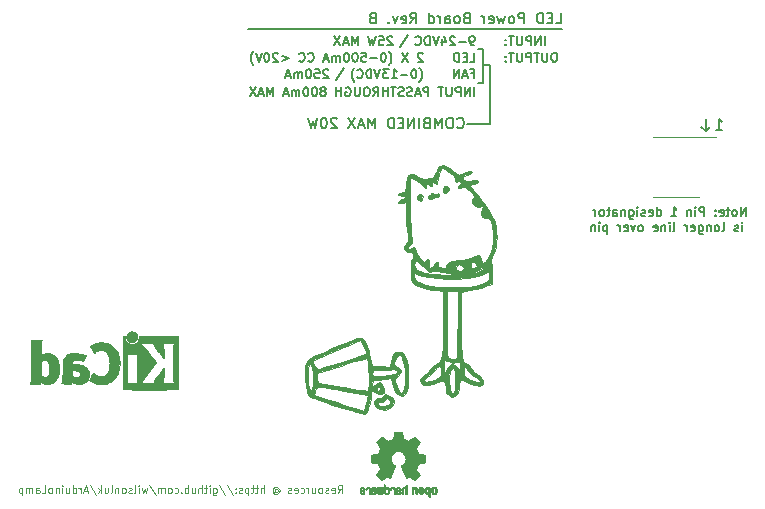
<source format=gbo>
G04 #@! TF.GenerationSoftware,KiCad,Pcbnew,(5.1.6)-1*
G04 #@! TF.CreationDate,2020-11-18T04:23:11-08:00*
G04 #@! TF.ProjectId,Power Board V2,506f7765-7220-4426-9f61-72642056322e,rev?*
G04 #@! TF.SameCoordinates,Original*
G04 #@! TF.FileFunction,Legend,Bot*
G04 #@! TF.FilePolarity,Positive*
%FSLAX46Y46*%
G04 Gerber Fmt 4.6, Leading zero omitted, Abs format (unit mm)*
G04 Created by KiCad (PCBNEW (5.1.6)-1) date 2020-11-18 04:23:11*
%MOMM*%
%LPD*%
G01*
G04 APERTURE LIST*
%ADD10C,0.152400*%
%ADD11C,0.150000*%
%ADD12C,0.101600*%
%ADD13C,0.120000*%
%ADD14C,0.010000*%
G04 APERTURE END LIST*
D10*
X151230511Y-96737714D02*
X151230511Y-95975714D01*
X150867654Y-96737714D02*
X150867654Y-95975714D01*
X150432225Y-96737714D01*
X150432225Y-95975714D01*
X150069368Y-96737714D02*
X150069368Y-95975714D01*
X149779082Y-95975714D01*
X149706511Y-96012000D01*
X149670225Y-96048285D01*
X149633940Y-96120857D01*
X149633940Y-96229714D01*
X149670225Y-96302285D01*
X149706511Y-96338571D01*
X149779082Y-96374857D01*
X150069368Y-96374857D01*
X149307368Y-95975714D02*
X149307368Y-96592571D01*
X149271082Y-96665142D01*
X149234797Y-96701428D01*
X149162225Y-96737714D01*
X149017082Y-96737714D01*
X148944511Y-96701428D01*
X148908225Y-96665142D01*
X148871940Y-96592571D01*
X148871940Y-95975714D01*
X148617940Y-95975714D02*
X148182511Y-95975714D01*
X148400225Y-96737714D02*
X148400225Y-95975714D01*
X147347940Y-96737714D02*
X147347940Y-95975714D01*
X147057654Y-95975714D01*
X146985082Y-96012000D01*
X146948797Y-96048285D01*
X146912511Y-96120857D01*
X146912511Y-96229714D01*
X146948797Y-96302285D01*
X146985082Y-96338571D01*
X147057654Y-96374857D01*
X147347940Y-96374857D01*
X146622225Y-96520000D02*
X146259368Y-96520000D01*
X146694797Y-96737714D02*
X146440797Y-95975714D01*
X146186797Y-96737714D01*
X145969082Y-96701428D02*
X145860225Y-96737714D01*
X145678797Y-96737714D01*
X145606225Y-96701428D01*
X145569940Y-96665142D01*
X145533654Y-96592571D01*
X145533654Y-96520000D01*
X145569940Y-96447428D01*
X145606225Y-96411142D01*
X145678797Y-96374857D01*
X145823940Y-96338571D01*
X145896511Y-96302285D01*
X145932797Y-96266000D01*
X145969082Y-96193428D01*
X145969082Y-96120857D01*
X145932797Y-96048285D01*
X145896511Y-96012000D01*
X145823940Y-95975714D01*
X145642511Y-95975714D01*
X145533654Y-96012000D01*
X145243368Y-96701428D02*
X145134511Y-96737714D01*
X144953082Y-96737714D01*
X144880511Y-96701428D01*
X144844225Y-96665142D01*
X144807940Y-96592571D01*
X144807940Y-96520000D01*
X144844225Y-96447428D01*
X144880511Y-96411142D01*
X144953082Y-96374857D01*
X145098225Y-96338571D01*
X145170797Y-96302285D01*
X145207082Y-96266000D01*
X145243368Y-96193428D01*
X145243368Y-96120857D01*
X145207082Y-96048285D01*
X145170797Y-96012000D01*
X145098225Y-95975714D01*
X144916797Y-95975714D01*
X144807940Y-96012000D01*
X144590225Y-95975714D02*
X144154797Y-95975714D01*
X144372511Y-96737714D02*
X144372511Y-95975714D01*
X143900797Y-96737714D02*
X143900797Y-95975714D01*
X143900797Y-96338571D02*
X143465368Y-96338571D01*
X143465368Y-96737714D02*
X143465368Y-95975714D01*
X142667082Y-96737714D02*
X142921082Y-96374857D01*
X143102511Y-96737714D02*
X143102511Y-95975714D01*
X142812225Y-95975714D01*
X142739654Y-96012000D01*
X142703368Y-96048285D01*
X142667082Y-96120857D01*
X142667082Y-96229714D01*
X142703368Y-96302285D01*
X142739654Y-96338571D01*
X142812225Y-96374857D01*
X143102511Y-96374857D01*
X142195368Y-95975714D02*
X142050225Y-95975714D01*
X141977654Y-96012000D01*
X141905082Y-96084571D01*
X141868797Y-96229714D01*
X141868797Y-96483714D01*
X141905082Y-96628857D01*
X141977654Y-96701428D01*
X142050225Y-96737714D01*
X142195368Y-96737714D01*
X142267940Y-96701428D01*
X142340511Y-96628857D01*
X142376797Y-96483714D01*
X142376797Y-96229714D01*
X142340511Y-96084571D01*
X142267940Y-96012000D01*
X142195368Y-95975714D01*
X141542225Y-95975714D02*
X141542225Y-96592571D01*
X141505940Y-96665142D01*
X141469654Y-96701428D01*
X141397082Y-96737714D01*
X141251940Y-96737714D01*
X141179368Y-96701428D01*
X141143082Y-96665142D01*
X141106797Y-96592571D01*
X141106797Y-95975714D01*
X140344797Y-96012000D02*
X140417368Y-95975714D01*
X140526225Y-95975714D01*
X140635082Y-96012000D01*
X140707654Y-96084571D01*
X140743940Y-96157142D01*
X140780225Y-96302285D01*
X140780225Y-96411142D01*
X140743940Y-96556285D01*
X140707654Y-96628857D01*
X140635082Y-96701428D01*
X140526225Y-96737714D01*
X140453654Y-96737714D01*
X140344797Y-96701428D01*
X140308511Y-96665142D01*
X140308511Y-96411142D01*
X140453654Y-96411142D01*
X139981940Y-96737714D02*
X139981940Y-95975714D01*
X139981940Y-96338571D02*
X139546511Y-96338571D01*
X139546511Y-96737714D02*
X139546511Y-95975714D01*
X138494225Y-96302285D02*
X138566797Y-96266000D01*
X138603082Y-96229714D01*
X138639368Y-96157142D01*
X138639368Y-96120857D01*
X138603082Y-96048285D01*
X138566797Y-96012000D01*
X138494225Y-95975714D01*
X138349082Y-95975714D01*
X138276511Y-96012000D01*
X138240225Y-96048285D01*
X138203940Y-96120857D01*
X138203940Y-96157142D01*
X138240225Y-96229714D01*
X138276511Y-96266000D01*
X138349082Y-96302285D01*
X138494225Y-96302285D01*
X138566797Y-96338571D01*
X138603082Y-96374857D01*
X138639368Y-96447428D01*
X138639368Y-96592571D01*
X138603082Y-96665142D01*
X138566797Y-96701428D01*
X138494225Y-96737714D01*
X138349082Y-96737714D01*
X138276511Y-96701428D01*
X138240225Y-96665142D01*
X138203940Y-96592571D01*
X138203940Y-96447428D01*
X138240225Y-96374857D01*
X138276511Y-96338571D01*
X138349082Y-96302285D01*
X137732225Y-95975714D02*
X137659654Y-95975714D01*
X137587082Y-96012000D01*
X137550797Y-96048285D01*
X137514511Y-96120857D01*
X137478225Y-96266000D01*
X137478225Y-96447428D01*
X137514511Y-96592571D01*
X137550797Y-96665142D01*
X137587082Y-96701428D01*
X137659654Y-96737714D01*
X137732225Y-96737714D01*
X137804797Y-96701428D01*
X137841082Y-96665142D01*
X137877368Y-96592571D01*
X137913654Y-96447428D01*
X137913654Y-96266000D01*
X137877368Y-96120857D01*
X137841082Y-96048285D01*
X137804797Y-96012000D01*
X137732225Y-95975714D01*
X137006511Y-95975714D02*
X136933940Y-95975714D01*
X136861368Y-96012000D01*
X136825082Y-96048285D01*
X136788797Y-96120857D01*
X136752511Y-96266000D01*
X136752511Y-96447428D01*
X136788797Y-96592571D01*
X136825082Y-96665142D01*
X136861368Y-96701428D01*
X136933940Y-96737714D01*
X137006511Y-96737714D01*
X137079082Y-96701428D01*
X137115368Y-96665142D01*
X137151654Y-96592571D01*
X137187940Y-96447428D01*
X137187940Y-96266000D01*
X137151654Y-96120857D01*
X137115368Y-96048285D01*
X137079082Y-96012000D01*
X137006511Y-95975714D01*
X136425940Y-96737714D02*
X136425940Y-96229714D01*
X136425940Y-96302285D02*
X136389654Y-96266000D01*
X136317082Y-96229714D01*
X136208225Y-96229714D01*
X136135654Y-96266000D01*
X136099368Y-96338571D01*
X136099368Y-96737714D01*
X136099368Y-96338571D02*
X136063082Y-96266000D01*
X135990511Y-96229714D01*
X135881654Y-96229714D01*
X135809082Y-96266000D01*
X135772797Y-96338571D01*
X135772797Y-96737714D01*
X135446225Y-96520000D02*
X135083368Y-96520000D01*
X135518797Y-96737714D02*
X135264797Y-95975714D01*
X135010797Y-96737714D01*
X134176225Y-96737714D02*
X134176225Y-95975714D01*
X133922225Y-96520000D01*
X133668225Y-95975714D01*
X133668225Y-96737714D01*
X133341654Y-96520000D02*
X132978797Y-96520000D01*
X133414225Y-96737714D02*
X133160225Y-95975714D01*
X132906225Y-96737714D01*
X132724797Y-95975714D02*
X132216797Y-96737714D01*
X132216797Y-95975714D02*
X132724797Y-96737714D01*
D11*
X152527000Y-99060000D02*
X151574500Y-99060000D01*
X152527000Y-94107000D02*
X152527000Y-99060000D01*
X170815000Y-99695000D02*
X170434000Y-99314000D01*
X170815000Y-99695000D02*
X171196000Y-99314000D01*
X170815000Y-98679000D02*
X170815000Y-99695000D01*
X171672285Y-99639380D02*
X172243714Y-99639380D01*
X171958000Y-99639380D02*
X171958000Y-98639380D01*
X172053238Y-98782238D01*
X172148476Y-98877476D01*
X172243714Y-98925095D01*
D10*
X174225857Y-106885014D02*
X174225857Y-106123014D01*
X173790428Y-106885014D01*
X173790428Y-106123014D01*
X173318714Y-106885014D02*
X173391285Y-106848728D01*
X173427571Y-106812442D01*
X173463857Y-106739871D01*
X173463857Y-106522157D01*
X173427571Y-106449585D01*
X173391285Y-106413300D01*
X173318714Y-106377014D01*
X173209857Y-106377014D01*
X173137285Y-106413300D01*
X173101000Y-106449585D01*
X173064714Y-106522157D01*
X173064714Y-106739871D01*
X173101000Y-106812442D01*
X173137285Y-106848728D01*
X173209857Y-106885014D01*
X173318714Y-106885014D01*
X172847000Y-106377014D02*
X172556714Y-106377014D01*
X172738142Y-106123014D02*
X172738142Y-106776157D01*
X172701857Y-106848728D01*
X172629285Y-106885014D01*
X172556714Y-106885014D01*
X172012428Y-106848728D02*
X172085000Y-106885014D01*
X172230142Y-106885014D01*
X172302714Y-106848728D01*
X172339000Y-106776157D01*
X172339000Y-106485871D01*
X172302714Y-106413300D01*
X172230142Y-106377014D01*
X172085000Y-106377014D01*
X172012428Y-106413300D01*
X171976142Y-106485871D01*
X171976142Y-106558442D01*
X172339000Y-106631014D01*
X171649571Y-106812442D02*
X171613285Y-106848728D01*
X171649571Y-106885014D01*
X171685857Y-106848728D01*
X171649571Y-106812442D01*
X171649571Y-106885014D01*
X171649571Y-106413300D02*
X171613285Y-106449585D01*
X171649571Y-106485871D01*
X171685857Y-106449585D01*
X171649571Y-106413300D01*
X171649571Y-106485871D01*
X170706142Y-106885014D02*
X170706142Y-106123014D01*
X170415857Y-106123014D01*
X170343285Y-106159300D01*
X170307000Y-106195585D01*
X170270714Y-106268157D01*
X170270714Y-106377014D01*
X170307000Y-106449585D01*
X170343285Y-106485871D01*
X170415857Y-106522157D01*
X170706142Y-106522157D01*
X169944142Y-106885014D02*
X169944142Y-106377014D01*
X169944142Y-106123014D02*
X169980428Y-106159300D01*
X169944142Y-106195585D01*
X169907857Y-106159300D01*
X169944142Y-106123014D01*
X169944142Y-106195585D01*
X169581285Y-106377014D02*
X169581285Y-106885014D01*
X169581285Y-106449585D02*
X169545000Y-106413300D01*
X169472428Y-106377014D01*
X169363571Y-106377014D01*
X169291000Y-106413300D01*
X169254714Y-106485871D01*
X169254714Y-106885014D01*
X167912142Y-106885014D02*
X168347571Y-106885014D01*
X168129857Y-106885014D02*
X168129857Y-106123014D01*
X168202428Y-106231871D01*
X168275000Y-106304442D01*
X168347571Y-106340728D01*
X166678428Y-106885014D02*
X166678428Y-106123014D01*
X166678428Y-106848728D02*
X166751000Y-106885014D01*
X166896142Y-106885014D01*
X166968714Y-106848728D01*
X167005000Y-106812442D01*
X167041285Y-106739871D01*
X167041285Y-106522157D01*
X167005000Y-106449585D01*
X166968714Y-106413300D01*
X166896142Y-106377014D01*
X166751000Y-106377014D01*
X166678428Y-106413300D01*
X166025285Y-106848728D02*
X166097857Y-106885014D01*
X166243000Y-106885014D01*
X166315571Y-106848728D01*
X166351857Y-106776157D01*
X166351857Y-106485871D01*
X166315571Y-106413300D01*
X166243000Y-106377014D01*
X166097857Y-106377014D01*
X166025285Y-106413300D01*
X165989000Y-106485871D01*
X165989000Y-106558442D01*
X166351857Y-106631014D01*
X165698714Y-106848728D02*
X165626142Y-106885014D01*
X165481000Y-106885014D01*
X165408428Y-106848728D01*
X165372142Y-106776157D01*
X165372142Y-106739871D01*
X165408428Y-106667300D01*
X165481000Y-106631014D01*
X165589857Y-106631014D01*
X165662428Y-106594728D01*
X165698714Y-106522157D01*
X165698714Y-106485871D01*
X165662428Y-106413300D01*
X165589857Y-106377014D01*
X165481000Y-106377014D01*
X165408428Y-106413300D01*
X165045571Y-106885014D02*
X165045571Y-106377014D01*
X165045571Y-106123014D02*
X165081857Y-106159300D01*
X165045571Y-106195585D01*
X165009285Y-106159300D01*
X165045571Y-106123014D01*
X165045571Y-106195585D01*
X164356142Y-106377014D02*
X164356142Y-106993871D01*
X164392428Y-107066442D01*
X164428714Y-107102728D01*
X164501285Y-107139014D01*
X164610142Y-107139014D01*
X164682714Y-107102728D01*
X164356142Y-106848728D02*
X164428714Y-106885014D01*
X164573857Y-106885014D01*
X164646428Y-106848728D01*
X164682714Y-106812442D01*
X164719000Y-106739871D01*
X164719000Y-106522157D01*
X164682714Y-106449585D01*
X164646428Y-106413300D01*
X164573857Y-106377014D01*
X164428714Y-106377014D01*
X164356142Y-106413300D01*
X163993285Y-106377014D02*
X163993285Y-106885014D01*
X163993285Y-106449585D02*
X163957000Y-106413300D01*
X163884428Y-106377014D01*
X163775571Y-106377014D01*
X163703000Y-106413300D01*
X163666714Y-106485871D01*
X163666714Y-106885014D01*
X162977285Y-106885014D02*
X162977285Y-106485871D01*
X163013571Y-106413300D01*
X163086142Y-106377014D01*
X163231285Y-106377014D01*
X163303857Y-106413300D01*
X162977285Y-106848728D02*
X163049857Y-106885014D01*
X163231285Y-106885014D01*
X163303857Y-106848728D01*
X163340142Y-106776157D01*
X163340142Y-106703585D01*
X163303857Y-106631014D01*
X163231285Y-106594728D01*
X163049857Y-106594728D01*
X162977285Y-106558442D01*
X162723285Y-106377014D02*
X162433000Y-106377014D01*
X162614428Y-106123014D02*
X162614428Y-106776157D01*
X162578142Y-106848728D01*
X162505571Y-106885014D01*
X162433000Y-106885014D01*
X162070142Y-106885014D02*
X162142714Y-106848728D01*
X162179000Y-106812442D01*
X162215285Y-106739871D01*
X162215285Y-106522157D01*
X162179000Y-106449585D01*
X162142714Y-106413300D01*
X162070142Y-106377014D01*
X161961285Y-106377014D01*
X161888714Y-106413300D01*
X161852428Y-106449585D01*
X161816142Y-106522157D01*
X161816142Y-106739871D01*
X161852428Y-106812442D01*
X161888714Y-106848728D01*
X161961285Y-106885014D01*
X162070142Y-106885014D01*
X161489571Y-106885014D02*
X161489571Y-106377014D01*
X161489571Y-106522157D02*
X161453285Y-106449585D01*
X161417000Y-106413300D01*
X161344428Y-106377014D01*
X161271857Y-106377014D01*
X173899285Y-108180414D02*
X173899285Y-107672414D01*
X173899285Y-107418414D02*
X173935571Y-107454700D01*
X173899285Y-107490985D01*
X173863000Y-107454700D01*
X173899285Y-107418414D01*
X173899285Y-107490985D01*
X173572714Y-108144128D02*
X173500142Y-108180414D01*
X173355000Y-108180414D01*
X173282428Y-108144128D01*
X173246142Y-108071557D01*
X173246142Y-108035271D01*
X173282428Y-107962700D01*
X173355000Y-107926414D01*
X173463857Y-107926414D01*
X173536428Y-107890128D01*
X173572714Y-107817557D01*
X173572714Y-107781271D01*
X173536428Y-107708700D01*
X173463857Y-107672414D01*
X173355000Y-107672414D01*
X173282428Y-107708700D01*
X172230142Y-108180414D02*
X172302714Y-108144128D01*
X172339000Y-108071557D01*
X172339000Y-107418414D01*
X171831000Y-108180414D02*
X171903571Y-108144128D01*
X171939857Y-108107842D01*
X171976142Y-108035271D01*
X171976142Y-107817557D01*
X171939857Y-107744985D01*
X171903571Y-107708700D01*
X171831000Y-107672414D01*
X171722142Y-107672414D01*
X171649571Y-107708700D01*
X171613285Y-107744985D01*
X171577000Y-107817557D01*
X171577000Y-108035271D01*
X171613285Y-108107842D01*
X171649571Y-108144128D01*
X171722142Y-108180414D01*
X171831000Y-108180414D01*
X171250428Y-107672414D02*
X171250428Y-108180414D01*
X171250428Y-107744985D02*
X171214142Y-107708700D01*
X171141571Y-107672414D01*
X171032714Y-107672414D01*
X170960142Y-107708700D01*
X170923857Y-107781271D01*
X170923857Y-108180414D01*
X170234428Y-107672414D02*
X170234428Y-108289271D01*
X170270714Y-108361842D01*
X170307000Y-108398128D01*
X170379571Y-108434414D01*
X170488428Y-108434414D01*
X170561000Y-108398128D01*
X170234428Y-108144128D02*
X170307000Y-108180414D01*
X170452142Y-108180414D01*
X170524714Y-108144128D01*
X170561000Y-108107842D01*
X170597285Y-108035271D01*
X170597285Y-107817557D01*
X170561000Y-107744985D01*
X170524714Y-107708700D01*
X170452142Y-107672414D01*
X170307000Y-107672414D01*
X170234428Y-107708700D01*
X169581285Y-108144128D02*
X169653857Y-108180414D01*
X169799000Y-108180414D01*
X169871571Y-108144128D01*
X169907857Y-108071557D01*
X169907857Y-107781271D01*
X169871571Y-107708700D01*
X169799000Y-107672414D01*
X169653857Y-107672414D01*
X169581285Y-107708700D01*
X169545000Y-107781271D01*
X169545000Y-107853842D01*
X169907857Y-107926414D01*
X169218428Y-108180414D02*
X169218428Y-107672414D01*
X169218428Y-107817557D02*
X169182142Y-107744985D01*
X169145857Y-107708700D01*
X169073285Y-107672414D01*
X169000714Y-107672414D01*
X168057285Y-108180414D02*
X168129857Y-108144128D01*
X168166142Y-108071557D01*
X168166142Y-107418414D01*
X167767000Y-108180414D02*
X167767000Y-107672414D01*
X167767000Y-107418414D02*
X167803285Y-107454700D01*
X167767000Y-107490985D01*
X167730714Y-107454700D01*
X167767000Y-107418414D01*
X167767000Y-107490985D01*
X167404142Y-107672414D02*
X167404142Y-108180414D01*
X167404142Y-107744985D02*
X167367857Y-107708700D01*
X167295285Y-107672414D01*
X167186428Y-107672414D01*
X167113857Y-107708700D01*
X167077571Y-107781271D01*
X167077571Y-108180414D01*
X166424428Y-108144128D02*
X166497000Y-108180414D01*
X166642142Y-108180414D01*
X166714714Y-108144128D01*
X166751000Y-108071557D01*
X166751000Y-107781271D01*
X166714714Y-107708700D01*
X166642142Y-107672414D01*
X166497000Y-107672414D01*
X166424428Y-107708700D01*
X166388142Y-107781271D01*
X166388142Y-107853842D01*
X166751000Y-107926414D01*
X165372142Y-108180414D02*
X165444714Y-108144128D01*
X165481000Y-108107842D01*
X165517285Y-108035271D01*
X165517285Y-107817557D01*
X165481000Y-107744985D01*
X165444714Y-107708700D01*
X165372142Y-107672414D01*
X165263285Y-107672414D01*
X165190714Y-107708700D01*
X165154428Y-107744985D01*
X165118142Y-107817557D01*
X165118142Y-108035271D01*
X165154428Y-108107842D01*
X165190714Y-108144128D01*
X165263285Y-108180414D01*
X165372142Y-108180414D01*
X164864142Y-107672414D02*
X164682714Y-108180414D01*
X164501285Y-107672414D01*
X163920714Y-108144128D02*
X163993285Y-108180414D01*
X164138428Y-108180414D01*
X164211000Y-108144128D01*
X164247285Y-108071557D01*
X164247285Y-107781271D01*
X164211000Y-107708700D01*
X164138428Y-107672414D01*
X163993285Y-107672414D01*
X163920714Y-107708700D01*
X163884428Y-107781271D01*
X163884428Y-107853842D01*
X164247285Y-107926414D01*
X163557857Y-108180414D02*
X163557857Y-107672414D01*
X163557857Y-107817557D02*
X163521571Y-107744985D01*
X163485285Y-107708700D01*
X163412714Y-107672414D01*
X163340142Y-107672414D01*
X162505571Y-107672414D02*
X162505571Y-108434414D01*
X162505571Y-107708700D02*
X162433000Y-107672414D01*
X162287857Y-107672414D01*
X162215285Y-107708700D01*
X162179000Y-107744985D01*
X162142714Y-107817557D01*
X162142714Y-108035271D01*
X162179000Y-108107842D01*
X162215285Y-108144128D01*
X162287857Y-108180414D01*
X162433000Y-108180414D01*
X162505571Y-108144128D01*
X161816142Y-108180414D02*
X161816142Y-107672414D01*
X161816142Y-107418414D02*
X161852428Y-107454700D01*
X161816142Y-107490985D01*
X161779857Y-107454700D01*
X161816142Y-107418414D01*
X161816142Y-107490985D01*
X161453285Y-107672414D02*
X161453285Y-108180414D01*
X161453285Y-107744985D02*
X161417000Y-107708700D01*
X161344428Y-107672414D01*
X161235571Y-107672414D01*
X161163000Y-107708700D01*
X161126714Y-107781271D01*
X161126714Y-108180414D01*
D11*
X152527000Y-94107000D02*
X152019000Y-94107000D01*
X150622000Y-99060000D02*
X151574500Y-99060000D01*
X151955500Y-92710000D02*
X151511000Y-92710000D01*
X151955500Y-95631000D02*
X151511000Y-95631000D01*
X151955500Y-92710000D02*
X151955500Y-95631000D01*
D12*
X139669761Y-130335261D02*
X139881428Y-130032880D01*
X140032619Y-130335261D02*
X140032619Y-129700261D01*
X139790714Y-129700261D01*
X139730238Y-129730500D01*
X139700000Y-129760738D01*
X139669761Y-129821214D01*
X139669761Y-129911928D01*
X139700000Y-129972404D01*
X139730238Y-130002642D01*
X139790714Y-130032880D01*
X140032619Y-130032880D01*
X139155714Y-130305023D02*
X139216190Y-130335261D01*
X139337142Y-130335261D01*
X139397619Y-130305023D01*
X139427857Y-130244547D01*
X139427857Y-130002642D01*
X139397619Y-129942166D01*
X139337142Y-129911928D01*
X139216190Y-129911928D01*
X139155714Y-129942166D01*
X139125476Y-130002642D01*
X139125476Y-130063119D01*
X139427857Y-130123595D01*
X138883571Y-130305023D02*
X138823095Y-130335261D01*
X138702142Y-130335261D01*
X138641666Y-130305023D01*
X138611428Y-130244547D01*
X138611428Y-130214309D01*
X138641666Y-130153833D01*
X138702142Y-130123595D01*
X138792857Y-130123595D01*
X138853333Y-130093357D01*
X138883571Y-130032880D01*
X138883571Y-130002642D01*
X138853333Y-129942166D01*
X138792857Y-129911928D01*
X138702142Y-129911928D01*
X138641666Y-129942166D01*
X138248571Y-130335261D02*
X138309047Y-130305023D01*
X138339285Y-130274785D01*
X138369523Y-130214309D01*
X138369523Y-130032880D01*
X138339285Y-129972404D01*
X138309047Y-129942166D01*
X138248571Y-129911928D01*
X138157857Y-129911928D01*
X138097380Y-129942166D01*
X138067142Y-129972404D01*
X138036904Y-130032880D01*
X138036904Y-130214309D01*
X138067142Y-130274785D01*
X138097380Y-130305023D01*
X138157857Y-130335261D01*
X138248571Y-130335261D01*
X137492619Y-129911928D02*
X137492619Y-130335261D01*
X137764761Y-129911928D02*
X137764761Y-130244547D01*
X137734523Y-130305023D01*
X137674047Y-130335261D01*
X137583333Y-130335261D01*
X137522857Y-130305023D01*
X137492619Y-130274785D01*
X137190238Y-130335261D02*
X137190238Y-129911928D01*
X137190238Y-130032880D02*
X137160000Y-129972404D01*
X137129761Y-129942166D01*
X137069285Y-129911928D01*
X137008809Y-129911928D01*
X136525000Y-130305023D02*
X136585476Y-130335261D01*
X136706428Y-130335261D01*
X136766904Y-130305023D01*
X136797142Y-130274785D01*
X136827380Y-130214309D01*
X136827380Y-130032880D01*
X136797142Y-129972404D01*
X136766904Y-129942166D01*
X136706428Y-129911928D01*
X136585476Y-129911928D01*
X136525000Y-129942166D01*
X136010952Y-130305023D02*
X136071428Y-130335261D01*
X136192380Y-130335261D01*
X136252857Y-130305023D01*
X136283095Y-130244547D01*
X136283095Y-130002642D01*
X136252857Y-129942166D01*
X136192380Y-129911928D01*
X136071428Y-129911928D01*
X136010952Y-129942166D01*
X135980714Y-130002642D01*
X135980714Y-130063119D01*
X136283095Y-130123595D01*
X135738809Y-130305023D02*
X135678333Y-130335261D01*
X135557380Y-130335261D01*
X135496904Y-130305023D01*
X135466666Y-130244547D01*
X135466666Y-130214309D01*
X135496904Y-130153833D01*
X135557380Y-130123595D01*
X135648095Y-130123595D01*
X135708571Y-130093357D01*
X135738809Y-130032880D01*
X135738809Y-130002642D01*
X135708571Y-129942166D01*
X135648095Y-129911928D01*
X135557380Y-129911928D01*
X135496904Y-129942166D01*
X134317619Y-130032880D02*
X134347857Y-130002642D01*
X134408333Y-129972404D01*
X134468809Y-129972404D01*
X134529285Y-130002642D01*
X134559523Y-130032880D01*
X134589761Y-130093357D01*
X134589761Y-130153833D01*
X134559523Y-130214309D01*
X134529285Y-130244547D01*
X134468809Y-130274785D01*
X134408333Y-130274785D01*
X134347857Y-130244547D01*
X134317619Y-130214309D01*
X134317619Y-129972404D02*
X134317619Y-130214309D01*
X134287380Y-130244547D01*
X134257142Y-130244547D01*
X134196666Y-130214309D01*
X134166428Y-130153833D01*
X134166428Y-130002642D01*
X134226904Y-129911928D01*
X134317619Y-129851452D01*
X134438571Y-129821214D01*
X134559523Y-129851452D01*
X134650238Y-129911928D01*
X134710714Y-130002642D01*
X134740952Y-130123595D01*
X134710714Y-130244547D01*
X134650238Y-130335261D01*
X134559523Y-130395738D01*
X134438571Y-130425976D01*
X134317619Y-130395738D01*
X134226904Y-130335261D01*
X133410476Y-130335261D02*
X133410476Y-129700261D01*
X133138333Y-130335261D02*
X133138333Y-130002642D01*
X133168571Y-129942166D01*
X133229047Y-129911928D01*
X133319761Y-129911928D01*
X133380238Y-129942166D01*
X133410476Y-129972404D01*
X132926666Y-129911928D02*
X132684761Y-129911928D01*
X132835952Y-129700261D02*
X132835952Y-130244547D01*
X132805714Y-130305023D01*
X132745238Y-130335261D01*
X132684761Y-130335261D01*
X132563809Y-129911928D02*
X132321904Y-129911928D01*
X132473095Y-129700261D02*
X132473095Y-130244547D01*
X132442857Y-130305023D01*
X132382380Y-130335261D01*
X132321904Y-130335261D01*
X132110238Y-129911928D02*
X132110238Y-130546928D01*
X132110238Y-129942166D02*
X132049761Y-129911928D01*
X131928809Y-129911928D01*
X131868333Y-129942166D01*
X131838095Y-129972404D01*
X131807857Y-130032880D01*
X131807857Y-130214309D01*
X131838095Y-130274785D01*
X131868333Y-130305023D01*
X131928809Y-130335261D01*
X132049761Y-130335261D01*
X132110238Y-130305023D01*
X131565952Y-130305023D02*
X131505476Y-130335261D01*
X131384523Y-130335261D01*
X131324047Y-130305023D01*
X131293809Y-130244547D01*
X131293809Y-130214309D01*
X131324047Y-130153833D01*
X131384523Y-130123595D01*
X131475238Y-130123595D01*
X131535714Y-130093357D01*
X131565952Y-130032880D01*
X131565952Y-130002642D01*
X131535714Y-129942166D01*
X131475238Y-129911928D01*
X131384523Y-129911928D01*
X131324047Y-129942166D01*
X131021666Y-130274785D02*
X130991428Y-130305023D01*
X131021666Y-130335261D01*
X131051904Y-130305023D01*
X131021666Y-130274785D01*
X131021666Y-130335261D01*
X131021666Y-129942166D02*
X130991428Y-129972404D01*
X131021666Y-130002642D01*
X131051904Y-129972404D01*
X131021666Y-129942166D01*
X131021666Y-130002642D01*
X130265714Y-129670023D02*
X130810000Y-130486452D01*
X129600476Y-129670023D02*
X130144761Y-130486452D01*
X129116666Y-129911928D02*
X129116666Y-130425976D01*
X129146904Y-130486452D01*
X129177142Y-130516690D01*
X129237619Y-130546928D01*
X129328333Y-130546928D01*
X129388809Y-130516690D01*
X129116666Y-130305023D02*
X129177142Y-130335261D01*
X129298095Y-130335261D01*
X129358571Y-130305023D01*
X129388809Y-130274785D01*
X129419047Y-130214309D01*
X129419047Y-130032880D01*
X129388809Y-129972404D01*
X129358571Y-129942166D01*
X129298095Y-129911928D01*
X129177142Y-129911928D01*
X129116666Y-129942166D01*
X128814285Y-130335261D02*
X128814285Y-129911928D01*
X128814285Y-129700261D02*
X128844523Y-129730500D01*
X128814285Y-129760738D01*
X128784047Y-129730500D01*
X128814285Y-129700261D01*
X128814285Y-129760738D01*
X128602619Y-129911928D02*
X128360714Y-129911928D01*
X128511904Y-129700261D02*
X128511904Y-130244547D01*
X128481666Y-130305023D01*
X128421190Y-130335261D01*
X128360714Y-130335261D01*
X128149047Y-130335261D02*
X128149047Y-129700261D01*
X127876904Y-130335261D02*
X127876904Y-130002642D01*
X127907142Y-129942166D01*
X127967619Y-129911928D01*
X128058333Y-129911928D01*
X128118809Y-129942166D01*
X128149047Y-129972404D01*
X127302380Y-129911928D02*
X127302380Y-130335261D01*
X127574523Y-129911928D02*
X127574523Y-130244547D01*
X127544285Y-130305023D01*
X127483809Y-130335261D01*
X127393095Y-130335261D01*
X127332619Y-130305023D01*
X127302380Y-130274785D01*
X127000000Y-130335261D02*
X127000000Y-129700261D01*
X127000000Y-129942166D02*
X126939523Y-129911928D01*
X126818571Y-129911928D01*
X126758095Y-129942166D01*
X126727857Y-129972404D01*
X126697619Y-130032880D01*
X126697619Y-130214309D01*
X126727857Y-130274785D01*
X126758095Y-130305023D01*
X126818571Y-130335261D01*
X126939523Y-130335261D01*
X127000000Y-130305023D01*
X126425476Y-130274785D02*
X126395238Y-130305023D01*
X126425476Y-130335261D01*
X126455714Y-130305023D01*
X126425476Y-130274785D01*
X126425476Y-130335261D01*
X125850952Y-130305023D02*
X125911428Y-130335261D01*
X126032380Y-130335261D01*
X126092857Y-130305023D01*
X126123095Y-130274785D01*
X126153333Y-130214309D01*
X126153333Y-130032880D01*
X126123095Y-129972404D01*
X126092857Y-129942166D01*
X126032380Y-129911928D01*
X125911428Y-129911928D01*
X125850952Y-129942166D01*
X125488095Y-130335261D02*
X125548571Y-130305023D01*
X125578809Y-130274785D01*
X125609047Y-130214309D01*
X125609047Y-130032880D01*
X125578809Y-129972404D01*
X125548571Y-129942166D01*
X125488095Y-129911928D01*
X125397380Y-129911928D01*
X125336904Y-129942166D01*
X125306666Y-129972404D01*
X125276428Y-130032880D01*
X125276428Y-130214309D01*
X125306666Y-130274785D01*
X125336904Y-130305023D01*
X125397380Y-130335261D01*
X125488095Y-130335261D01*
X125004285Y-130335261D02*
X125004285Y-129911928D01*
X125004285Y-129972404D02*
X124974047Y-129942166D01*
X124913571Y-129911928D01*
X124822857Y-129911928D01*
X124762380Y-129942166D01*
X124732142Y-130002642D01*
X124732142Y-130335261D01*
X124732142Y-130002642D02*
X124701904Y-129942166D01*
X124641428Y-129911928D01*
X124550714Y-129911928D01*
X124490238Y-129942166D01*
X124460000Y-130002642D01*
X124460000Y-130335261D01*
X123704047Y-129670023D02*
X124248333Y-130486452D01*
X123552857Y-129911928D02*
X123431904Y-130335261D01*
X123310952Y-130032880D01*
X123190000Y-130335261D01*
X123069047Y-129911928D01*
X122827142Y-130335261D02*
X122827142Y-129911928D01*
X122827142Y-129700261D02*
X122857380Y-129730500D01*
X122827142Y-129760738D01*
X122796904Y-129730500D01*
X122827142Y-129700261D01*
X122827142Y-129760738D01*
X122434047Y-130335261D02*
X122494523Y-130305023D01*
X122524761Y-130244547D01*
X122524761Y-129700261D01*
X122222380Y-130305023D02*
X122161904Y-130335261D01*
X122040952Y-130335261D01*
X121980476Y-130305023D01*
X121950238Y-130244547D01*
X121950238Y-130214309D01*
X121980476Y-130153833D01*
X122040952Y-130123595D01*
X122131666Y-130123595D01*
X122192142Y-130093357D01*
X122222380Y-130032880D01*
X122222380Y-130002642D01*
X122192142Y-129942166D01*
X122131666Y-129911928D01*
X122040952Y-129911928D01*
X121980476Y-129942166D01*
X121587380Y-130335261D02*
X121647857Y-130305023D01*
X121678095Y-130274785D01*
X121708333Y-130214309D01*
X121708333Y-130032880D01*
X121678095Y-129972404D01*
X121647857Y-129942166D01*
X121587380Y-129911928D01*
X121496666Y-129911928D01*
X121436190Y-129942166D01*
X121405952Y-129972404D01*
X121375714Y-130032880D01*
X121375714Y-130214309D01*
X121405952Y-130274785D01*
X121436190Y-130305023D01*
X121496666Y-130335261D01*
X121587380Y-130335261D01*
X121103571Y-129911928D02*
X121103571Y-130335261D01*
X121103571Y-129972404D02*
X121073333Y-129942166D01*
X121012857Y-129911928D01*
X120922142Y-129911928D01*
X120861666Y-129942166D01*
X120831428Y-130002642D01*
X120831428Y-130335261D01*
X120438333Y-130335261D02*
X120498809Y-130305023D01*
X120529047Y-130244547D01*
X120529047Y-129700261D01*
X119924285Y-129911928D02*
X119924285Y-130335261D01*
X120196428Y-129911928D02*
X120196428Y-130244547D01*
X120166190Y-130305023D01*
X120105714Y-130335261D01*
X120015000Y-130335261D01*
X119954523Y-130305023D01*
X119924285Y-130274785D01*
X119621904Y-130335261D02*
X119621904Y-129700261D01*
X119561428Y-130093357D02*
X119380000Y-130335261D01*
X119380000Y-129911928D02*
X119621904Y-130153833D01*
X118654285Y-129670023D02*
X119198571Y-130486452D01*
X118472857Y-130153833D02*
X118170476Y-130153833D01*
X118533333Y-130335261D02*
X118321666Y-129700261D01*
X118110000Y-130335261D01*
X117898333Y-130335261D02*
X117898333Y-129911928D01*
X117898333Y-130032880D02*
X117868095Y-129972404D01*
X117837857Y-129942166D01*
X117777380Y-129911928D01*
X117716904Y-129911928D01*
X117233095Y-130335261D02*
X117233095Y-129700261D01*
X117233095Y-130305023D02*
X117293571Y-130335261D01*
X117414523Y-130335261D01*
X117475000Y-130305023D01*
X117505238Y-130274785D01*
X117535476Y-130214309D01*
X117535476Y-130032880D01*
X117505238Y-129972404D01*
X117475000Y-129942166D01*
X117414523Y-129911928D01*
X117293571Y-129911928D01*
X117233095Y-129942166D01*
X116658571Y-129911928D02*
X116658571Y-130335261D01*
X116930714Y-129911928D02*
X116930714Y-130244547D01*
X116900476Y-130305023D01*
X116840000Y-130335261D01*
X116749285Y-130335261D01*
X116688809Y-130305023D01*
X116658571Y-130274785D01*
X116356190Y-130335261D02*
X116356190Y-129911928D01*
X116356190Y-129700261D02*
X116386428Y-129730500D01*
X116356190Y-129760738D01*
X116325952Y-129730500D01*
X116356190Y-129700261D01*
X116356190Y-129760738D01*
X116053809Y-129911928D02*
X116053809Y-130335261D01*
X116053809Y-129972404D02*
X116023571Y-129942166D01*
X115963095Y-129911928D01*
X115872380Y-129911928D01*
X115811904Y-129942166D01*
X115781666Y-130002642D01*
X115781666Y-130335261D01*
X115388571Y-130335261D02*
X115449047Y-130305023D01*
X115479285Y-130274785D01*
X115509523Y-130214309D01*
X115509523Y-130032880D01*
X115479285Y-129972404D01*
X115449047Y-129942166D01*
X115388571Y-129911928D01*
X115297857Y-129911928D01*
X115237380Y-129942166D01*
X115207142Y-129972404D01*
X115176904Y-130032880D01*
X115176904Y-130214309D01*
X115207142Y-130274785D01*
X115237380Y-130305023D01*
X115297857Y-130335261D01*
X115388571Y-130335261D01*
X114602380Y-130335261D02*
X114904761Y-130335261D01*
X114904761Y-129700261D01*
X114118571Y-130335261D02*
X114118571Y-130002642D01*
X114148809Y-129942166D01*
X114209285Y-129911928D01*
X114330238Y-129911928D01*
X114390714Y-129942166D01*
X114118571Y-130305023D02*
X114179047Y-130335261D01*
X114330238Y-130335261D01*
X114390714Y-130305023D01*
X114420952Y-130244547D01*
X114420952Y-130184071D01*
X114390714Y-130123595D01*
X114330238Y-130093357D01*
X114179047Y-130093357D01*
X114118571Y-130063119D01*
X113816190Y-130335261D02*
X113816190Y-129911928D01*
X113816190Y-129972404D02*
X113785952Y-129942166D01*
X113725476Y-129911928D01*
X113634761Y-129911928D01*
X113574285Y-129942166D01*
X113544047Y-130002642D01*
X113544047Y-130335261D01*
X113544047Y-130002642D02*
X113513809Y-129942166D01*
X113453333Y-129911928D01*
X113362619Y-129911928D01*
X113302142Y-129942166D01*
X113271904Y-130002642D01*
X113271904Y-130335261D01*
X112969523Y-129911928D02*
X112969523Y-130546928D01*
X112969523Y-129942166D02*
X112909047Y-129911928D01*
X112788095Y-129911928D01*
X112727619Y-129942166D01*
X112697380Y-129972404D01*
X112667142Y-130032880D01*
X112667142Y-130214309D01*
X112697380Y-130274785D01*
X112727619Y-130305023D01*
X112788095Y-130335261D01*
X112909047Y-130335261D01*
X112969523Y-130305023D01*
D10*
X149775333Y-99377500D02*
X149817666Y-99419833D01*
X149944666Y-99462166D01*
X150029333Y-99462166D01*
X150156333Y-99419833D01*
X150241000Y-99335166D01*
X150283333Y-99250500D01*
X150325666Y-99081166D01*
X150325666Y-98954166D01*
X150283333Y-98784833D01*
X150241000Y-98700166D01*
X150156333Y-98615500D01*
X150029333Y-98573166D01*
X149944666Y-98573166D01*
X149817666Y-98615500D01*
X149775333Y-98657833D01*
X149225000Y-98573166D02*
X149055666Y-98573166D01*
X148971000Y-98615500D01*
X148886333Y-98700166D01*
X148844000Y-98869500D01*
X148844000Y-99165833D01*
X148886333Y-99335166D01*
X148971000Y-99419833D01*
X149055666Y-99462166D01*
X149225000Y-99462166D01*
X149309666Y-99419833D01*
X149394333Y-99335166D01*
X149436666Y-99165833D01*
X149436666Y-98869500D01*
X149394333Y-98700166D01*
X149309666Y-98615500D01*
X149225000Y-98573166D01*
X148463000Y-99462166D02*
X148463000Y-98573166D01*
X148166666Y-99208166D01*
X147870333Y-98573166D01*
X147870333Y-99462166D01*
X147150666Y-98996500D02*
X147023666Y-99038833D01*
X146981333Y-99081166D01*
X146939000Y-99165833D01*
X146939000Y-99292833D01*
X146981333Y-99377500D01*
X147023666Y-99419833D01*
X147108333Y-99462166D01*
X147447000Y-99462166D01*
X147447000Y-98573166D01*
X147150666Y-98573166D01*
X147066000Y-98615500D01*
X147023666Y-98657833D01*
X146981333Y-98742500D01*
X146981333Y-98827166D01*
X147023666Y-98911833D01*
X147066000Y-98954166D01*
X147150666Y-98996500D01*
X147447000Y-98996500D01*
X146558000Y-99462166D02*
X146558000Y-98573166D01*
X146134666Y-99462166D02*
X146134666Y-98573166D01*
X145626666Y-99462166D01*
X145626666Y-98573166D01*
X145203333Y-98996500D02*
X144907000Y-98996500D01*
X144780000Y-99462166D02*
X145203333Y-99462166D01*
X145203333Y-98573166D01*
X144780000Y-98573166D01*
X144399000Y-99462166D02*
X144399000Y-98573166D01*
X144187333Y-98573166D01*
X144060333Y-98615500D01*
X143975666Y-98700166D01*
X143933333Y-98784833D01*
X143891000Y-98954166D01*
X143891000Y-99081166D01*
X143933333Y-99250500D01*
X143975666Y-99335166D01*
X144060333Y-99419833D01*
X144187333Y-99462166D01*
X144399000Y-99462166D01*
X142832666Y-99462166D02*
X142832666Y-98573166D01*
X142536333Y-99208166D01*
X142240000Y-98573166D01*
X142240000Y-99462166D01*
X141859000Y-99208166D02*
X141435666Y-99208166D01*
X141943666Y-99462166D02*
X141647333Y-98573166D01*
X141351000Y-99462166D01*
X141139333Y-98573166D02*
X140546666Y-99462166D01*
X140546666Y-98573166D02*
X141139333Y-99462166D01*
X139573000Y-98657833D02*
X139530666Y-98615500D01*
X139446000Y-98573166D01*
X139234333Y-98573166D01*
X139149666Y-98615500D01*
X139107333Y-98657833D01*
X139065000Y-98742500D01*
X139065000Y-98827166D01*
X139107333Y-98954166D01*
X139615333Y-99462166D01*
X139065000Y-99462166D01*
X138514666Y-98573166D02*
X138430000Y-98573166D01*
X138345333Y-98615500D01*
X138303000Y-98657833D01*
X138260666Y-98742500D01*
X138218333Y-98911833D01*
X138218333Y-99123500D01*
X138260666Y-99292833D01*
X138303000Y-99377500D01*
X138345333Y-99419833D01*
X138430000Y-99462166D01*
X138514666Y-99462166D01*
X138599333Y-99419833D01*
X138641666Y-99377500D01*
X138684000Y-99292833D01*
X138726333Y-99123500D01*
X138726333Y-98911833D01*
X138684000Y-98742500D01*
X138641666Y-98657833D01*
X138599333Y-98615500D01*
X138514666Y-98573166D01*
X137922000Y-98573166D02*
X137710333Y-99462166D01*
X137541000Y-98827166D01*
X137371666Y-99462166D01*
X137160000Y-98573166D01*
X158136166Y-90572166D02*
X158559500Y-90572166D01*
X158559500Y-89683166D01*
X157839833Y-90106500D02*
X157543500Y-90106500D01*
X157416500Y-90572166D02*
X157839833Y-90572166D01*
X157839833Y-89683166D01*
X157416500Y-89683166D01*
X157035500Y-90572166D02*
X157035500Y-89683166D01*
X156823833Y-89683166D01*
X156696833Y-89725500D01*
X156612166Y-89810166D01*
X156569833Y-89894833D01*
X156527500Y-90064166D01*
X156527500Y-90191166D01*
X156569833Y-90360500D01*
X156612166Y-90445166D01*
X156696833Y-90529833D01*
X156823833Y-90572166D01*
X157035500Y-90572166D01*
X155469166Y-90572166D02*
X155469166Y-89683166D01*
X155130500Y-89683166D01*
X155045833Y-89725500D01*
X155003500Y-89767833D01*
X154961166Y-89852500D01*
X154961166Y-89979500D01*
X155003500Y-90064166D01*
X155045833Y-90106500D01*
X155130500Y-90148833D01*
X155469166Y-90148833D01*
X154453166Y-90572166D02*
X154537833Y-90529833D01*
X154580166Y-90487500D01*
X154622500Y-90402833D01*
X154622500Y-90148833D01*
X154580166Y-90064166D01*
X154537833Y-90021833D01*
X154453166Y-89979500D01*
X154326166Y-89979500D01*
X154241500Y-90021833D01*
X154199166Y-90064166D01*
X154156833Y-90148833D01*
X154156833Y-90402833D01*
X154199166Y-90487500D01*
X154241500Y-90529833D01*
X154326166Y-90572166D01*
X154453166Y-90572166D01*
X153860500Y-89979500D02*
X153691166Y-90572166D01*
X153521833Y-90148833D01*
X153352500Y-90572166D01*
X153183166Y-89979500D01*
X152505833Y-90529833D02*
X152590500Y-90572166D01*
X152759833Y-90572166D01*
X152844500Y-90529833D01*
X152886833Y-90445166D01*
X152886833Y-90106500D01*
X152844500Y-90021833D01*
X152759833Y-89979500D01*
X152590500Y-89979500D01*
X152505833Y-90021833D01*
X152463500Y-90106500D01*
X152463500Y-90191166D01*
X152886833Y-90275833D01*
X152082500Y-90572166D02*
X152082500Y-89979500D01*
X152082500Y-90148833D02*
X152040166Y-90064166D01*
X151997833Y-90021833D01*
X151913166Y-89979500D01*
X151828500Y-89979500D01*
X150558500Y-90106500D02*
X150431500Y-90148833D01*
X150389166Y-90191166D01*
X150346833Y-90275833D01*
X150346833Y-90402833D01*
X150389166Y-90487500D01*
X150431500Y-90529833D01*
X150516166Y-90572166D01*
X150854833Y-90572166D01*
X150854833Y-89683166D01*
X150558500Y-89683166D01*
X150473833Y-89725500D01*
X150431500Y-89767833D01*
X150389166Y-89852500D01*
X150389166Y-89937166D01*
X150431500Y-90021833D01*
X150473833Y-90064166D01*
X150558500Y-90106500D01*
X150854833Y-90106500D01*
X149838833Y-90572166D02*
X149923500Y-90529833D01*
X149965833Y-90487500D01*
X150008166Y-90402833D01*
X150008166Y-90148833D01*
X149965833Y-90064166D01*
X149923500Y-90021833D01*
X149838833Y-89979500D01*
X149711833Y-89979500D01*
X149627166Y-90021833D01*
X149584833Y-90064166D01*
X149542500Y-90148833D01*
X149542500Y-90402833D01*
X149584833Y-90487500D01*
X149627166Y-90529833D01*
X149711833Y-90572166D01*
X149838833Y-90572166D01*
X148780500Y-90572166D02*
X148780500Y-90106500D01*
X148822833Y-90021833D01*
X148907500Y-89979500D01*
X149076833Y-89979500D01*
X149161500Y-90021833D01*
X148780500Y-90529833D02*
X148865166Y-90572166D01*
X149076833Y-90572166D01*
X149161500Y-90529833D01*
X149203833Y-90445166D01*
X149203833Y-90360500D01*
X149161500Y-90275833D01*
X149076833Y-90233500D01*
X148865166Y-90233500D01*
X148780500Y-90191166D01*
X148357166Y-90572166D02*
X148357166Y-89979500D01*
X148357166Y-90148833D02*
X148314833Y-90064166D01*
X148272500Y-90021833D01*
X148187833Y-89979500D01*
X148103166Y-89979500D01*
X147425833Y-90572166D02*
X147425833Y-89683166D01*
X147425833Y-90529833D02*
X147510500Y-90572166D01*
X147679833Y-90572166D01*
X147764500Y-90529833D01*
X147806833Y-90487500D01*
X147849166Y-90402833D01*
X147849166Y-90148833D01*
X147806833Y-90064166D01*
X147764500Y-90021833D01*
X147679833Y-89979500D01*
X147510500Y-89979500D01*
X147425833Y-90021833D01*
X145817166Y-90572166D02*
X146113500Y-90148833D01*
X146325166Y-90572166D02*
X146325166Y-89683166D01*
X145986500Y-89683166D01*
X145901833Y-89725500D01*
X145859500Y-89767833D01*
X145817166Y-89852500D01*
X145817166Y-89979500D01*
X145859500Y-90064166D01*
X145901833Y-90106500D01*
X145986500Y-90148833D01*
X146325166Y-90148833D01*
X145097500Y-90529833D02*
X145182166Y-90572166D01*
X145351500Y-90572166D01*
X145436166Y-90529833D01*
X145478500Y-90445166D01*
X145478500Y-90106500D01*
X145436166Y-90021833D01*
X145351500Y-89979500D01*
X145182166Y-89979500D01*
X145097500Y-90021833D01*
X145055166Y-90106500D01*
X145055166Y-90191166D01*
X145478500Y-90275833D01*
X144758833Y-89979500D02*
X144547166Y-90572166D01*
X144335500Y-89979500D01*
X143996833Y-90487500D02*
X143954500Y-90529833D01*
X143996833Y-90572166D01*
X144039166Y-90529833D01*
X143996833Y-90487500D01*
X143996833Y-90572166D01*
X142599833Y-90106500D02*
X142472833Y-90148833D01*
X142430500Y-90191166D01*
X142388166Y-90275833D01*
X142388166Y-90402833D01*
X142430500Y-90487500D01*
X142472833Y-90529833D01*
X142557500Y-90572166D01*
X142896166Y-90572166D01*
X142896166Y-89683166D01*
X142599833Y-89683166D01*
X142515166Y-89725500D01*
X142472833Y-89767833D01*
X142430500Y-89852500D01*
X142430500Y-89937166D01*
X142472833Y-90021833D01*
X142515166Y-90064166D01*
X142599833Y-90106500D01*
X142896166Y-90106500D01*
D11*
X158623000Y-91059000D02*
X132080000Y-91059000D01*
D10*
X150976511Y-94814571D02*
X151230511Y-94814571D01*
X151230511Y-95213714D02*
X151230511Y-94451714D01*
X150867654Y-94451714D01*
X150613654Y-94996000D02*
X150250797Y-94996000D01*
X150686225Y-95213714D02*
X150432225Y-94451714D01*
X150178225Y-95213714D01*
X149924225Y-95213714D02*
X149924225Y-94451714D01*
X149488797Y-95213714D01*
X149488797Y-94451714D01*
X146585940Y-95504000D02*
X146622225Y-95467714D01*
X146694797Y-95358857D01*
X146731082Y-95286285D01*
X146767368Y-95177428D01*
X146803654Y-94996000D01*
X146803654Y-94850857D01*
X146767368Y-94669428D01*
X146731082Y-94560571D01*
X146694797Y-94488000D01*
X146622225Y-94379142D01*
X146585940Y-94342857D01*
X146150511Y-94451714D02*
X146077940Y-94451714D01*
X146005368Y-94488000D01*
X145969082Y-94524285D01*
X145932797Y-94596857D01*
X145896511Y-94742000D01*
X145896511Y-94923428D01*
X145932797Y-95068571D01*
X145969082Y-95141142D01*
X146005368Y-95177428D01*
X146077940Y-95213714D01*
X146150511Y-95213714D01*
X146223082Y-95177428D01*
X146259368Y-95141142D01*
X146295654Y-95068571D01*
X146331940Y-94923428D01*
X146331940Y-94742000D01*
X146295654Y-94596857D01*
X146259368Y-94524285D01*
X146223082Y-94488000D01*
X146150511Y-94451714D01*
X145569940Y-94923428D02*
X144989368Y-94923428D01*
X144227368Y-95213714D02*
X144662797Y-95213714D01*
X144445082Y-95213714D02*
X144445082Y-94451714D01*
X144517654Y-94560571D01*
X144590225Y-94633142D01*
X144662797Y-94669428D01*
X143973368Y-94451714D02*
X143501654Y-94451714D01*
X143755654Y-94742000D01*
X143646797Y-94742000D01*
X143574225Y-94778285D01*
X143537940Y-94814571D01*
X143501654Y-94887142D01*
X143501654Y-95068571D01*
X143537940Y-95141142D01*
X143574225Y-95177428D01*
X143646797Y-95213714D01*
X143864511Y-95213714D01*
X143937082Y-95177428D01*
X143973368Y-95141142D01*
X143283940Y-94451714D02*
X143029940Y-95213714D01*
X142775940Y-94451714D01*
X142521940Y-95213714D02*
X142521940Y-94451714D01*
X142340511Y-94451714D01*
X142231654Y-94488000D01*
X142159082Y-94560571D01*
X142122797Y-94633142D01*
X142086511Y-94778285D01*
X142086511Y-94887142D01*
X142122797Y-95032285D01*
X142159082Y-95104857D01*
X142231654Y-95177428D01*
X142340511Y-95213714D01*
X142521940Y-95213714D01*
X141324511Y-95141142D02*
X141360797Y-95177428D01*
X141469654Y-95213714D01*
X141542225Y-95213714D01*
X141651082Y-95177428D01*
X141723654Y-95104857D01*
X141759940Y-95032285D01*
X141796225Y-94887142D01*
X141796225Y-94778285D01*
X141759940Y-94633142D01*
X141723654Y-94560571D01*
X141651082Y-94488000D01*
X141542225Y-94451714D01*
X141469654Y-94451714D01*
X141360797Y-94488000D01*
X141324511Y-94524285D01*
X141070511Y-95504000D02*
X141034225Y-95467714D01*
X140961654Y-95358857D01*
X140925368Y-95286285D01*
X140889082Y-95177428D01*
X140852797Y-94996000D01*
X140852797Y-94850857D01*
X140889082Y-94669428D01*
X140925368Y-94560571D01*
X140961654Y-94488000D01*
X141034225Y-94379142D01*
X141070511Y-94342857D01*
X140163368Y-94379142D02*
X139510225Y-95358857D01*
X138857082Y-94524285D02*
X138820797Y-94488000D01*
X138748225Y-94451714D01*
X138566797Y-94451714D01*
X138494225Y-94488000D01*
X138457940Y-94524285D01*
X138421654Y-94596857D01*
X138421654Y-94669428D01*
X138457940Y-94778285D01*
X138893368Y-95213714D01*
X138421654Y-95213714D01*
X137732225Y-94451714D02*
X138095082Y-94451714D01*
X138131368Y-94814571D01*
X138095082Y-94778285D01*
X138022511Y-94742000D01*
X137841082Y-94742000D01*
X137768511Y-94778285D01*
X137732225Y-94814571D01*
X137695940Y-94887142D01*
X137695940Y-95068571D01*
X137732225Y-95141142D01*
X137768511Y-95177428D01*
X137841082Y-95213714D01*
X138022511Y-95213714D01*
X138095082Y-95177428D01*
X138131368Y-95141142D01*
X137224225Y-94451714D02*
X137151654Y-94451714D01*
X137079082Y-94488000D01*
X137042797Y-94524285D01*
X137006511Y-94596857D01*
X136970225Y-94742000D01*
X136970225Y-94923428D01*
X137006511Y-95068571D01*
X137042797Y-95141142D01*
X137079082Y-95177428D01*
X137151654Y-95213714D01*
X137224225Y-95213714D01*
X137296797Y-95177428D01*
X137333082Y-95141142D01*
X137369368Y-95068571D01*
X137405654Y-94923428D01*
X137405654Y-94742000D01*
X137369368Y-94596857D01*
X137333082Y-94524285D01*
X137296797Y-94488000D01*
X137224225Y-94451714D01*
X136643654Y-95213714D02*
X136643654Y-94705714D01*
X136643654Y-94778285D02*
X136607368Y-94742000D01*
X136534797Y-94705714D01*
X136425940Y-94705714D01*
X136353368Y-94742000D01*
X136317082Y-94814571D01*
X136317082Y-95213714D01*
X136317082Y-94814571D02*
X136280797Y-94742000D01*
X136208225Y-94705714D01*
X136099368Y-94705714D01*
X136026797Y-94742000D01*
X135990511Y-94814571D01*
X135990511Y-95213714D01*
X135663940Y-94996000D02*
X135301082Y-94996000D01*
X135736511Y-95213714D02*
X135482511Y-94451714D01*
X135228511Y-95213714D01*
X158070368Y-93054714D02*
X157925225Y-93054714D01*
X157852654Y-93091000D01*
X157780082Y-93163571D01*
X157743797Y-93308714D01*
X157743797Y-93562714D01*
X157780082Y-93707857D01*
X157852654Y-93780428D01*
X157925225Y-93816714D01*
X158070368Y-93816714D01*
X158142940Y-93780428D01*
X158215511Y-93707857D01*
X158251797Y-93562714D01*
X158251797Y-93308714D01*
X158215511Y-93163571D01*
X158142940Y-93091000D01*
X158070368Y-93054714D01*
X157417225Y-93054714D02*
X157417225Y-93671571D01*
X157380940Y-93744142D01*
X157344654Y-93780428D01*
X157272082Y-93816714D01*
X157126940Y-93816714D01*
X157054368Y-93780428D01*
X157018082Y-93744142D01*
X156981797Y-93671571D01*
X156981797Y-93054714D01*
X156727797Y-93054714D02*
X156292368Y-93054714D01*
X156510082Y-93816714D02*
X156510082Y-93054714D01*
X156038368Y-93816714D02*
X156038368Y-93054714D01*
X155748082Y-93054714D01*
X155675511Y-93091000D01*
X155639225Y-93127285D01*
X155602940Y-93199857D01*
X155602940Y-93308714D01*
X155639225Y-93381285D01*
X155675511Y-93417571D01*
X155748082Y-93453857D01*
X156038368Y-93453857D01*
X155276368Y-93054714D02*
X155276368Y-93671571D01*
X155240082Y-93744142D01*
X155203797Y-93780428D01*
X155131225Y-93816714D01*
X154986082Y-93816714D01*
X154913511Y-93780428D01*
X154877225Y-93744142D01*
X154840940Y-93671571D01*
X154840940Y-93054714D01*
X154586940Y-93054714D02*
X154151511Y-93054714D01*
X154369225Y-93816714D02*
X154369225Y-93054714D01*
X153897511Y-93744142D02*
X153861225Y-93780428D01*
X153897511Y-93816714D01*
X153933797Y-93780428D01*
X153897511Y-93744142D01*
X153897511Y-93816714D01*
X153897511Y-93345000D02*
X153861225Y-93381285D01*
X153897511Y-93417571D01*
X153933797Y-93381285D01*
X153897511Y-93345000D01*
X153897511Y-93417571D01*
X150849511Y-93816714D02*
X151212368Y-93816714D01*
X151212368Y-93054714D01*
X150595511Y-93417571D02*
X150341511Y-93417571D01*
X150232654Y-93816714D02*
X150595511Y-93816714D01*
X150595511Y-93054714D01*
X150232654Y-93054714D01*
X149906082Y-93816714D02*
X149906082Y-93054714D01*
X149724654Y-93054714D01*
X149615797Y-93091000D01*
X149543225Y-93163571D01*
X149506940Y-93236142D01*
X149470654Y-93381285D01*
X149470654Y-93490142D01*
X149506940Y-93635285D01*
X149543225Y-93707857D01*
X149615797Y-93780428D01*
X149724654Y-93816714D01*
X149906082Y-93816714D01*
X146858082Y-93127285D02*
X146821797Y-93091000D01*
X146749225Y-93054714D01*
X146567797Y-93054714D01*
X146495225Y-93091000D01*
X146458940Y-93127285D01*
X146422654Y-93199857D01*
X146422654Y-93272428D01*
X146458940Y-93381285D01*
X146894368Y-93816714D01*
X146422654Y-93816714D01*
X145588082Y-93054714D02*
X145080082Y-93816714D01*
X145080082Y-93054714D02*
X145588082Y-93816714D01*
X143991511Y-94107000D02*
X144027797Y-94070714D01*
X144100368Y-93961857D01*
X144136654Y-93889285D01*
X144172940Y-93780428D01*
X144209225Y-93599000D01*
X144209225Y-93453857D01*
X144172940Y-93272428D01*
X144136654Y-93163571D01*
X144100368Y-93091000D01*
X144027797Y-92982142D01*
X143991511Y-92945857D01*
X143556082Y-93054714D02*
X143483511Y-93054714D01*
X143410940Y-93091000D01*
X143374654Y-93127285D01*
X143338368Y-93199857D01*
X143302082Y-93345000D01*
X143302082Y-93526428D01*
X143338368Y-93671571D01*
X143374654Y-93744142D01*
X143410940Y-93780428D01*
X143483511Y-93816714D01*
X143556082Y-93816714D01*
X143628654Y-93780428D01*
X143664940Y-93744142D01*
X143701225Y-93671571D01*
X143737511Y-93526428D01*
X143737511Y-93345000D01*
X143701225Y-93199857D01*
X143664940Y-93127285D01*
X143628654Y-93091000D01*
X143556082Y-93054714D01*
X142975511Y-93526428D02*
X142394940Y-93526428D01*
X141669225Y-93054714D02*
X142032082Y-93054714D01*
X142068368Y-93417571D01*
X142032082Y-93381285D01*
X141959511Y-93345000D01*
X141778082Y-93345000D01*
X141705511Y-93381285D01*
X141669225Y-93417571D01*
X141632940Y-93490142D01*
X141632940Y-93671571D01*
X141669225Y-93744142D01*
X141705511Y-93780428D01*
X141778082Y-93816714D01*
X141959511Y-93816714D01*
X142032082Y-93780428D01*
X142068368Y-93744142D01*
X141161225Y-93054714D02*
X141088654Y-93054714D01*
X141016082Y-93091000D01*
X140979797Y-93127285D01*
X140943511Y-93199857D01*
X140907225Y-93345000D01*
X140907225Y-93526428D01*
X140943511Y-93671571D01*
X140979797Y-93744142D01*
X141016082Y-93780428D01*
X141088654Y-93816714D01*
X141161225Y-93816714D01*
X141233797Y-93780428D01*
X141270082Y-93744142D01*
X141306368Y-93671571D01*
X141342654Y-93526428D01*
X141342654Y-93345000D01*
X141306368Y-93199857D01*
X141270082Y-93127285D01*
X141233797Y-93091000D01*
X141161225Y-93054714D01*
X140435511Y-93054714D02*
X140362940Y-93054714D01*
X140290368Y-93091000D01*
X140254082Y-93127285D01*
X140217797Y-93199857D01*
X140181511Y-93345000D01*
X140181511Y-93526428D01*
X140217797Y-93671571D01*
X140254082Y-93744142D01*
X140290368Y-93780428D01*
X140362940Y-93816714D01*
X140435511Y-93816714D01*
X140508082Y-93780428D01*
X140544368Y-93744142D01*
X140580654Y-93671571D01*
X140616940Y-93526428D01*
X140616940Y-93345000D01*
X140580654Y-93199857D01*
X140544368Y-93127285D01*
X140508082Y-93091000D01*
X140435511Y-93054714D01*
X139854940Y-93816714D02*
X139854940Y-93308714D01*
X139854940Y-93381285D02*
X139818654Y-93345000D01*
X139746082Y-93308714D01*
X139637225Y-93308714D01*
X139564654Y-93345000D01*
X139528368Y-93417571D01*
X139528368Y-93816714D01*
X139528368Y-93417571D02*
X139492082Y-93345000D01*
X139419511Y-93308714D01*
X139310654Y-93308714D01*
X139238082Y-93345000D01*
X139201797Y-93417571D01*
X139201797Y-93816714D01*
X138875225Y-93599000D02*
X138512368Y-93599000D01*
X138947797Y-93816714D02*
X138693797Y-93054714D01*
X138439797Y-93816714D01*
X137169797Y-93744142D02*
X137206082Y-93780428D01*
X137314940Y-93816714D01*
X137387511Y-93816714D01*
X137496368Y-93780428D01*
X137568940Y-93707857D01*
X137605225Y-93635285D01*
X137641511Y-93490142D01*
X137641511Y-93381285D01*
X137605225Y-93236142D01*
X137568940Y-93163571D01*
X137496368Y-93091000D01*
X137387511Y-93054714D01*
X137314940Y-93054714D01*
X137206082Y-93091000D01*
X137169797Y-93127285D01*
X136407797Y-93744142D02*
X136444082Y-93780428D01*
X136552940Y-93816714D01*
X136625511Y-93816714D01*
X136734368Y-93780428D01*
X136806940Y-93707857D01*
X136843225Y-93635285D01*
X136879511Y-93490142D01*
X136879511Y-93381285D01*
X136843225Y-93236142D01*
X136806940Y-93163571D01*
X136734368Y-93091000D01*
X136625511Y-93054714D01*
X136552940Y-93054714D01*
X136444082Y-93091000D01*
X136407797Y-93127285D01*
X134920082Y-93308714D02*
X135500654Y-93526428D01*
X134920082Y-93744142D01*
X134593511Y-93127285D02*
X134557225Y-93091000D01*
X134484654Y-93054714D01*
X134303225Y-93054714D01*
X134230654Y-93091000D01*
X134194368Y-93127285D01*
X134158082Y-93199857D01*
X134158082Y-93272428D01*
X134194368Y-93381285D01*
X134629797Y-93816714D01*
X134158082Y-93816714D01*
X133686368Y-93054714D02*
X133613797Y-93054714D01*
X133541225Y-93091000D01*
X133504940Y-93127285D01*
X133468654Y-93199857D01*
X133432368Y-93345000D01*
X133432368Y-93526428D01*
X133468654Y-93671571D01*
X133504940Y-93744142D01*
X133541225Y-93780428D01*
X133613797Y-93816714D01*
X133686368Y-93816714D01*
X133758940Y-93780428D01*
X133795225Y-93744142D01*
X133831511Y-93671571D01*
X133867797Y-93526428D01*
X133867797Y-93345000D01*
X133831511Y-93199857D01*
X133795225Y-93127285D01*
X133758940Y-93091000D01*
X133686368Y-93054714D01*
X133214654Y-93054714D02*
X132960654Y-93816714D01*
X132706654Y-93054714D01*
X132525225Y-94107000D02*
X132488940Y-94070714D01*
X132416368Y-93961857D01*
X132380082Y-93889285D01*
X132343797Y-93780428D01*
X132307511Y-93599000D01*
X132307511Y-93453857D01*
X132343797Y-93272428D01*
X132380082Y-93163571D01*
X132416368Y-93091000D01*
X132488940Y-92982142D01*
X132525225Y-92945857D01*
X157199511Y-92419714D02*
X157199511Y-91657714D01*
X156836654Y-92419714D02*
X156836654Y-91657714D01*
X156401225Y-92419714D01*
X156401225Y-91657714D01*
X156038368Y-92419714D02*
X156038368Y-91657714D01*
X155748082Y-91657714D01*
X155675511Y-91694000D01*
X155639225Y-91730285D01*
X155602940Y-91802857D01*
X155602940Y-91911714D01*
X155639225Y-91984285D01*
X155675511Y-92020571D01*
X155748082Y-92056857D01*
X156038368Y-92056857D01*
X155276368Y-91657714D02*
X155276368Y-92274571D01*
X155240082Y-92347142D01*
X155203797Y-92383428D01*
X155131225Y-92419714D01*
X154986082Y-92419714D01*
X154913511Y-92383428D01*
X154877225Y-92347142D01*
X154840940Y-92274571D01*
X154840940Y-91657714D01*
X154586940Y-91657714D02*
X154151511Y-91657714D01*
X154369225Y-92419714D02*
X154369225Y-91657714D01*
X153897511Y-92347142D02*
X153861225Y-92383428D01*
X153897511Y-92419714D01*
X153933797Y-92383428D01*
X153897511Y-92347142D01*
X153897511Y-92419714D01*
X153897511Y-91948000D02*
X153861225Y-91984285D01*
X153897511Y-92020571D01*
X153933797Y-91984285D01*
X153897511Y-91948000D01*
X153897511Y-92020571D01*
X151176082Y-92419714D02*
X151030940Y-92419714D01*
X150958368Y-92383428D01*
X150922082Y-92347142D01*
X150849511Y-92238285D01*
X150813225Y-92093142D01*
X150813225Y-91802857D01*
X150849511Y-91730285D01*
X150885797Y-91694000D01*
X150958368Y-91657714D01*
X151103511Y-91657714D01*
X151176082Y-91694000D01*
X151212368Y-91730285D01*
X151248654Y-91802857D01*
X151248654Y-91984285D01*
X151212368Y-92056857D01*
X151176082Y-92093142D01*
X151103511Y-92129428D01*
X150958368Y-92129428D01*
X150885797Y-92093142D01*
X150849511Y-92056857D01*
X150813225Y-91984285D01*
X150486654Y-92129428D02*
X149906082Y-92129428D01*
X149579511Y-91730285D02*
X149543225Y-91694000D01*
X149470654Y-91657714D01*
X149289225Y-91657714D01*
X149216654Y-91694000D01*
X149180368Y-91730285D01*
X149144082Y-91802857D01*
X149144082Y-91875428D01*
X149180368Y-91984285D01*
X149615797Y-92419714D01*
X149144082Y-92419714D01*
X148490940Y-91911714D02*
X148490940Y-92419714D01*
X148672368Y-91621428D02*
X148853797Y-92165714D01*
X148382082Y-92165714D01*
X148200654Y-91657714D02*
X147946654Y-92419714D01*
X147692654Y-91657714D01*
X147438654Y-92419714D02*
X147438654Y-91657714D01*
X147257225Y-91657714D01*
X147148368Y-91694000D01*
X147075797Y-91766571D01*
X147039511Y-91839142D01*
X147003225Y-91984285D01*
X147003225Y-92093142D01*
X147039511Y-92238285D01*
X147075797Y-92310857D01*
X147148368Y-92383428D01*
X147257225Y-92419714D01*
X147438654Y-92419714D01*
X146241225Y-92347142D02*
X146277511Y-92383428D01*
X146386368Y-92419714D01*
X146458940Y-92419714D01*
X146567797Y-92383428D01*
X146640368Y-92310857D01*
X146676654Y-92238285D01*
X146712940Y-92093142D01*
X146712940Y-91984285D01*
X146676654Y-91839142D01*
X146640368Y-91766571D01*
X146567797Y-91694000D01*
X146458940Y-91657714D01*
X146386368Y-91657714D01*
X146277511Y-91694000D01*
X146241225Y-91730285D01*
X145588082Y-91585142D02*
X144934940Y-92564857D01*
X144281797Y-91730285D02*
X144245511Y-91694000D01*
X144172940Y-91657714D01*
X143991511Y-91657714D01*
X143918940Y-91694000D01*
X143882654Y-91730285D01*
X143846368Y-91802857D01*
X143846368Y-91875428D01*
X143882654Y-91984285D01*
X144318082Y-92419714D01*
X143846368Y-92419714D01*
X143156940Y-91657714D02*
X143519797Y-91657714D01*
X143556082Y-92020571D01*
X143519797Y-91984285D01*
X143447225Y-91948000D01*
X143265797Y-91948000D01*
X143193225Y-91984285D01*
X143156940Y-92020571D01*
X143120654Y-92093142D01*
X143120654Y-92274571D01*
X143156940Y-92347142D01*
X143193225Y-92383428D01*
X143265797Y-92419714D01*
X143447225Y-92419714D01*
X143519797Y-92383428D01*
X143556082Y-92347142D01*
X142866654Y-91657714D02*
X142685225Y-92419714D01*
X142540082Y-91875428D01*
X142394940Y-92419714D01*
X142213511Y-91657714D01*
X141342654Y-92419714D02*
X141342654Y-91657714D01*
X141088654Y-92202000D01*
X140834654Y-91657714D01*
X140834654Y-92419714D01*
X140508082Y-92202000D02*
X140145225Y-92202000D01*
X140580654Y-92419714D02*
X140326654Y-91657714D01*
X140072654Y-92419714D01*
X139891225Y-91657714D02*
X139383225Y-92419714D01*
X139383225Y-91657714D02*
X139891225Y-92419714D01*
D13*
X168275000Y-105303000D02*
X166325000Y-105303000D01*
X168275000Y-105303000D02*
X170225000Y-105303000D01*
X168275000Y-100183000D02*
X166325000Y-100183000D01*
X168275000Y-100183000D02*
X171725000Y-100183000D01*
D14*
G36*
X144676090Y-125131348D02*
G01*
X144597546Y-125131778D01*
X144540702Y-125132942D01*
X144501895Y-125135207D01*
X144477462Y-125138940D01*
X144463738Y-125144506D01*
X144457060Y-125152273D01*
X144453764Y-125162605D01*
X144453444Y-125163943D01*
X144448438Y-125188079D01*
X144439171Y-125235701D01*
X144426608Y-125301741D01*
X144411713Y-125381128D01*
X144395449Y-125468796D01*
X144394881Y-125471875D01*
X144378590Y-125557789D01*
X144363348Y-125633696D01*
X144350139Y-125695045D01*
X144339946Y-125737282D01*
X144333752Y-125755855D01*
X144333457Y-125756184D01*
X144315212Y-125765253D01*
X144277595Y-125780367D01*
X144228729Y-125798262D01*
X144228457Y-125798358D01*
X144166907Y-125821493D01*
X144094343Y-125850965D01*
X144025943Y-125880597D01*
X144022706Y-125882062D01*
X143911298Y-125932626D01*
X143664601Y-125764160D01*
X143588923Y-125712803D01*
X143520369Y-125666889D01*
X143462912Y-125629030D01*
X143420524Y-125601837D01*
X143397175Y-125587921D01*
X143394958Y-125586889D01*
X143377990Y-125591484D01*
X143346299Y-125613655D01*
X143298648Y-125654447D01*
X143233802Y-125714905D01*
X143167603Y-125779227D01*
X143103786Y-125842612D01*
X143046671Y-125900451D01*
X142999695Y-125949175D01*
X142966297Y-125985210D01*
X142949915Y-126004984D01*
X142949306Y-126006002D01*
X142947495Y-126019572D01*
X142954317Y-126041733D01*
X142971460Y-126075478D01*
X143000607Y-126123800D01*
X143043445Y-126189692D01*
X143100552Y-126274517D01*
X143151234Y-126349177D01*
X143196539Y-126416140D01*
X143233850Y-126471516D01*
X143260548Y-126511420D01*
X143274015Y-126531962D01*
X143274863Y-126533356D01*
X143273219Y-126553038D01*
X143260755Y-126591293D01*
X143239952Y-126640889D01*
X143232538Y-126656728D01*
X143200186Y-126727290D01*
X143165672Y-126807353D01*
X143137635Y-126876629D01*
X143117432Y-126928045D01*
X143101385Y-126967119D01*
X143092112Y-126987541D01*
X143090959Y-126989114D01*
X143073904Y-126991721D01*
X143033702Y-126998863D01*
X142975698Y-127009523D01*
X142905237Y-127022685D01*
X142827665Y-127037333D01*
X142748328Y-127052449D01*
X142672569Y-127067018D01*
X142605736Y-127080022D01*
X142553172Y-127090445D01*
X142520224Y-127097270D01*
X142512143Y-127099199D01*
X142503795Y-127103962D01*
X142497494Y-127114718D01*
X142492955Y-127135098D01*
X142489896Y-127168734D01*
X142488033Y-127219255D01*
X142487082Y-127290292D01*
X142486760Y-127385476D01*
X142486743Y-127424492D01*
X142486743Y-127741799D01*
X142562943Y-127756839D01*
X142605337Y-127764995D01*
X142668600Y-127776899D01*
X142745038Y-127791116D01*
X142826957Y-127806210D01*
X142849600Y-127810355D01*
X142925194Y-127825053D01*
X142991047Y-127839505D01*
X143041634Y-127852375D01*
X143071426Y-127862322D01*
X143076388Y-127865287D01*
X143088574Y-127886283D01*
X143106047Y-127926967D01*
X143125423Y-127979322D01*
X143129266Y-127990600D01*
X143154661Y-128060523D01*
X143186183Y-128139418D01*
X143217031Y-128210266D01*
X143217183Y-128210595D01*
X143268553Y-128321733D01*
X143099601Y-128570253D01*
X142930648Y-128818772D01*
X143147571Y-129036058D01*
X143213181Y-129100726D01*
X143273021Y-129157733D01*
X143323733Y-129204033D01*
X143361954Y-129236584D01*
X143384325Y-129252343D01*
X143387534Y-129253343D01*
X143406374Y-129245469D01*
X143444820Y-129223578D01*
X143498670Y-129190267D01*
X143563724Y-129148131D01*
X143634060Y-129100943D01*
X143705445Y-129052810D01*
X143769092Y-129010928D01*
X143820959Y-128977871D01*
X143857005Y-128956218D01*
X143873133Y-128948543D01*
X143892811Y-128955037D01*
X143930125Y-128972150D01*
X143977379Y-128996326D01*
X143982388Y-128999013D01*
X144046023Y-129030927D01*
X144089659Y-129046579D01*
X144116798Y-129046745D01*
X144130943Y-129032204D01*
X144131025Y-129032000D01*
X144138095Y-129014779D01*
X144154958Y-128973899D01*
X144180305Y-128912525D01*
X144212829Y-128833819D01*
X144251222Y-128740947D01*
X144294178Y-128637072D01*
X144335778Y-128536502D01*
X144381496Y-128425516D01*
X144423474Y-128322703D01*
X144460452Y-128231215D01*
X144491173Y-128154201D01*
X144514378Y-128094815D01*
X144528810Y-128056209D01*
X144533257Y-128041800D01*
X144522104Y-128025272D01*
X144492931Y-127998930D01*
X144454029Y-127969887D01*
X144343243Y-127878039D01*
X144256649Y-127772759D01*
X144195284Y-127656266D01*
X144160185Y-127530776D01*
X144152392Y-127398507D01*
X144158057Y-127337457D01*
X144188922Y-127210795D01*
X144242080Y-127098941D01*
X144314233Y-127003001D01*
X144402083Y-126924076D01*
X144502335Y-126863270D01*
X144611690Y-126821687D01*
X144726853Y-126800428D01*
X144844525Y-126800599D01*
X144961410Y-126823301D01*
X145074211Y-126869638D01*
X145179631Y-126940713D01*
X145223632Y-126980911D01*
X145308021Y-127084129D01*
X145366778Y-127196925D01*
X145400296Y-127316010D01*
X145408965Y-127438095D01*
X145393177Y-127559893D01*
X145353322Y-127678116D01*
X145289793Y-127789475D01*
X145202979Y-127890684D01*
X145105971Y-127969887D01*
X145065563Y-128000162D01*
X145037018Y-128026219D01*
X145026743Y-128041825D01*
X145032123Y-128058843D01*
X145047425Y-128099500D01*
X145071388Y-128160642D01*
X145102756Y-128239119D01*
X145140268Y-128331780D01*
X145182667Y-128435472D01*
X145224337Y-128536526D01*
X145270310Y-128647607D01*
X145312893Y-128750541D01*
X145350779Y-128842165D01*
X145382660Y-128919316D01*
X145407229Y-128978831D01*
X145423180Y-129017544D01*
X145429090Y-129032000D01*
X145443052Y-129046685D01*
X145470060Y-129046642D01*
X145513587Y-129031099D01*
X145577110Y-128999284D01*
X145577612Y-128999013D01*
X145625440Y-128974323D01*
X145664103Y-128956338D01*
X145685905Y-128948614D01*
X145686867Y-128948543D01*
X145703279Y-128956378D01*
X145739513Y-128978165D01*
X145791526Y-129011328D01*
X145855275Y-129053291D01*
X145925940Y-129100943D01*
X145997884Y-129149191D01*
X146062726Y-129191151D01*
X146116265Y-129224227D01*
X146154303Y-129245821D01*
X146172467Y-129253343D01*
X146189192Y-129243457D01*
X146222820Y-129215826D01*
X146269990Y-129173495D01*
X146327342Y-129119505D01*
X146391516Y-129056899D01*
X146412503Y-129035983D01*
X146629501Y-128818623D01*
X146464332Y-128576220D01*
X146414136Y-128501781D01*
X146370081Y-128434972D01*
X146334638Y-128379665D01*
X146310281Y-128339729D01*
X146299478Y-128319036D01*
X146299162Y-128317563D01*
X146304857Y-128298058D01*
X146320174Y-128258822D01*
X146342463Y-128206430D01*
X146358107Y-128171355D01*
X146387359Y-128104201D01*
X146414906Y-128036358D01*
X146436263Y-127979034D01*
X146442065Y-127961572D01*
X146458548Y-127914938D01*
X146474660Y-127878905D01*
X146483510Y-127865287D01*
X146503040Y-127856952D01*
X146545666Y-127845137D01*
X146605855Y-127831181D01*
X146678078Y-127816422D01*
X146710400Y-127810355D01*
X146792478Y-127795273D01*
X146871205Y-127780669D01*
X146938891Y-127767980D01*
X146987840Y-127758642D01*
X146997057Y-127756839D01*
X147073257Y-127741799D01*
X147073257Y-127424492D01*
X147073086Y-127320154D01*
X147072384Y-127241213D01*
X147070866Y-127184038D01*
X147068251Y-127144999D01*
X147064254Y-127120465D01*
X147058591Y-127106805D01*
X147050980Y-127100389D01*
X147047857Y-127099199D01*
X147029022Y-127094980D01*
X146987412Y-127086562D01*
X146928370Y-127074961D01*
X146857243Y-127061195D01*
X146779375Y-127046280D01*
X146700113Y-127031232D01*
X146624802Y-127017069D01*
X146558787Y-127004806D01*
X146507413Y-126995461D01*
X146476025Y-126990050D01*
X146469041Y-126989114D01*
X146462715Y-126976596D01*
X146448710Y-126943246D01*
X146429645Y-126895377D01*
X146422366Y-126876629D01*
X146393004Y-126804195D01*
X146358429Y-126724170D01*
X146327463Y-126656728D01*
X146304677Y-126605159D01*
X146289518Y-126562785D01*
X146284458Y-126536834D01*
X146285264Y-126533356D01*
X146295959Y-126516936D01*
X146320380Y-126480417D01*
X146355905Y-126427687D01*
X146399913Y-126362635D01*
X146449783Y-126289151D01*
X146459644Y-126274645D01*
X146517508Y-126188704D01*
X146560044Y-126123261D01*
X146588946Y-126075304D01*
X146605910Y-126041820D01*
X146612633Y-126019795D01*
X146610810Y-126006217D01*
X146610764Y-126006131D01*
X146596414Y-125988297D01*
X146564677Y-125953817D01*
X146518990Y-125906268D01*
X146462796Y-125849222D01*
X146399532Y-125786255D01*
X146392398Y-125779227D01*
X146312670Y-125702020D01*
X146251143Y-125645330D01*
X146206579Y-125608110D01*
X146177743Y-125589315D01*
X146165042Y-125586889D01*
X146146506Y-125597471D01*
X146108039Y-125621916D01*
X146053614Y-125657612D01*
X145987202Y-125701947D01*
X145912775Y-125752311D01*
X145895399Y-125764160D01*
X145648703Y-125932626D01*
X145537294Y-125882062D01*
X145469543Y-125852595D01*
X145396817Y-125822959D01*
X145334297Y-125799330D01*
X145331543Y-125798358D01*
X145282640Y-125780457D01*
X145244943Y-125765320D01*
X145226575Y-125756210D01*
X145226544Y-125756184D01*
X145220715Y-125739717D01*
X145210808Y-125699219D01*
X145197805Y-125639242D01*
X145182691Y-125564340D01*
X145166448Y-125479064D01*
X145165119Y-125471875D01*
X145148825Y-125384014D01*
X145133867Y-125304260D01*
X145121209Y-125237681D01*
X145111814Y-125189347D01*
X145106646Y-125164325D01*
X145106556Y-125163943D01*
X145103411Y-125153299D01*
X145097296Y-125145262D01*
X145084547Y-125139467D01*
X145061500Y-125135547D01*
X145024491Y-125133135D01*
X144969856Y-125131865D01*
X144893933Y-125131371D01*
X144793056Y-125131286D01*
X144780000Y-125131286D01*
X144676090Y-125131348D01*
G37*
X144676090Y-125131348D02*
X144597546Y-125131778D01*
X144540702Y-125132942D01*
X144501895Y-125135207D01*
X144477462Y-125138940D01*
X144463738Y-125144506D01*
X144457060Y-125152273D01*
X144453764Y-125162605D01*
X144453444Y-125163943D01*
X144448438Y-125188079D01*
X144439171Y-125235701D01*
X144426608Y-125301741D01*
X144411713Y-125381128D01*
X144395449Y-125468796D01*
X144394881Y-125471875D01*
X144378590Y-125557789D01*
X144363348Y-125633696D01*
X144350139Y-125695045D01*
X144339946Y-125737282D01*
X144333752Y-125755855D01*
X144333457Y-125756184D01*
X144315212Y-125765253D01*
X144277595Y-125780367D01*
X144228729Y-125798262D01*
X144228457Y-125798358D01*
X144166907Y-125821493D01*
X144094343Y-125850965D01*
X144025943Y-125880597D01*
X144022706Y-125882062D01*
X143911298Y-125932626D01*
X143664601Y-125764160D01*
X143588923Y-125712803D01*
X143520369Y-125666889D01*
X143462912Y-125629030D01*
X143420524Y-125601837D01*
X143397175Y-125587921D01*
X143394958Y-125586889D01*
X143377990Y-125591484D01*
X143346299Y-125613655D01*
X143298648Y-125654447D01*
X143233802Y-125714905D01*
X143167603Y-125779227D01*
X143103786Y-125842612D01*
X143046671Y-125900451D01*
X142999695Y-125949175D01*
X142966297Y-125985210D01*
X142949915Y-126004984D01*
X142949306Y-126006002D01*
X142947495Y-126019572D01*
X142954317Y-126041733D01*
X142971460Y-126075478D01*
X143000607Y-126123800D01*
X143043445Y-126189692D01*
X143100552Y-126274517D01*
X143151234Y-126349177D01*
X143196539Y-126416140D01*
X143233850Y-126471516D01*
X143260548Y-126511420D01*
X143274015Y-126531962D01*
X143274863Y-126533356D01*
X143273219Y-126553038D01*
X143260755Y-126591293D01*
X143239952Y-126640889D01*
X143232538Y-126656728D01*
X143200186Y-126727290D01*
X143165672Y-126807353D01*
X143137635Y-126876629D01*
X143117432Y-126928045D01*
X143101385Y-126967119D01*
X143092112Y-126987541D01*
X143090959Y-126989114D01*
X143073904Y-126991721D01*
X143033702Y-126998863D01*
X142975698Y-127009523D01*
X142905237Y-127022685D01*
X142827665Y-127037333D01*
X142748328Y-127052449D01*
X142672569Y-127067018D01*
X142605736Y-127080022D01*
X142553172Y-127090445D01*
X142520224Y-127097270D01*
X142512143Y-127099199D01*
X142503795Y-127103962D01*
X142497494Y-127114718D01*
X142492955Y-127135098D01*
X142489896Y-127168734D01*
X142488033Y-127219255D01*
X142487082Y-127290292D01*
X142486760Y-127385476D01*
X142486743Y-127424492D01*
X142486743Y-127741799D01*
X142562943Y-127756839D01*
X142605337Y-127764995D01*
X142668600Y-127776899D01*
X142745038Y-127791116D01*
X142826957Y-127806210D01*
X142849600Y-127810355D01*
X142925194Y-127825053D01*
X142991047Y-127839505D01*
X143041634Y-127852375D01*
X143071426Y-127862322D01*
X143076388Y-127865287D01*
X143088574Y-127886283D01*
X143106047Y-127926967D01*
X143125423Y-127979322D01*
X143129266Y-127990600D01*
X143154661Y-128060523D01*
X143186183Y-128139418D01*
X143217031Y-128210266D01*
X143217183Y-128210595D01*
X143268553Y-128321733D01*
X143099601Y-128570253D01*
X142930648Y-128818772D01*
X143147571Y-129036058D01*
X143213181Y-129100726D01*
X143273021Y-129157733D01*
X143323733Y-129204033D01*
X143361954Y-129236584D01*
X143384325Y-129252343D01*
X143387534Y-129253343D01*
X143406374Y-129245469D01*
X143444820Y-129223578D01*
X143498670Y-129190267D01*
X143563724Y-129148131D01*
X143634060Y-129100943D01*
X143705445Y-129052810D01*
X143769092Y-129010928D01*
X143820959Y-128977871D01*
X143857005Y-128956218D01*
X143873133Y-128948543D01*
X143892811Y-128955037D01*
X143930125Y-128972150D01*
X143977379Y-128996326D01*
X143982388Y-128999013D01*
X144046023Y-129030927D01*
X144089659Y-129046579D01*
X144116798Y-129046745D01*
X144130943Y-129032204D01*
X144131025Y-129032000D01*
X144138095Y-129014779D01*
X144154958Y-128973899D01*
X144180305Y-128912525D01*
X144212829Y-128833819D01*
X144251222Y-128740947D01*
X144294178Y-128637072D01*
X144335778Y-128536502D01*
X144381496Y-128425516D01*
X144423474Y-128322703D01*
X144460452Y-128231215D01*
X144491173Y-128154201D01*
X144514378Y-128094815D01*
X144528810Y-128056209D01*
X144533257Y-128041800D01*
X144522104Y-128025272D01*
X144492931Y-127998930D01*
X144454029Y-127969887D01*
X144343243Y-127878039D01*
X144256649Y-127772759D01*
X144195284Y-127656266D01*
X144160185Y-127530776D01*
X144152392Y-127398507D01*
X144158057Y-127337457D01*
X144188922Y-127210795D01*
X144242080Y-127098941D01*
X144314233Y-127003001D01*
X144402083Y-126924076D01*
X144502335Y-126863270D01*
X144611690Y-126821687D01*
X144726853Y-126800428D01*
X144844525Y-126800599D01*
X144961410Y-126823301D01*
X145074211Y-126869638D01*
X145179631Y-126940713D01*
X145223632Y-126980911D01*
X145308021Y-127084129D01*
X145366778Y-127196925D01*
X145400296Y-127316010D01*
X145408965Y-127438095D01*
X145393177Y-127559893D01*
X145353322Y-127678116D01*
X145289793Y-127789475D01*
X145202979Y-127890684D01*
X145105971Y-127969887D01*
X145065563Y-128000162D01*
X145037018Y-128026219D01*
X145026743Y-128041825D01*
X145032123Y-128058843D01*
X145047425Y-128099500D01*
X145071388Y-128160642D01*
X145102756Y-128239119D01*
X145140268Y-128331780D01*
X145182667Y-128435472D01*
X145224337Y-128536526D01*
X145270310Y-128647607D01*
X145312893Y-128750541D01*
X145350779Y-128842165D01*
X145382660Y-128919316D01*
X145407229Y-128978831D01*
X145423180Y-129017544D01*
X145429090Y-129032000D01*
X145443052Y-129046685D01*
X145470060Y-129046642D01*
X145513587Y-129031099D01*
X145577110Y-128999284D01*
X145577612Y-128999013D01*
X145625440Y-128974323D01*
X145664103Y-128956338D01*
X145685905Y-128948614D01*
X145686867Y-128948543D01*
X145703279Y-128956378D01*
X145739513Y-128978165D01*
X145791526Y-129011328D01*
X145855275Y-129053291D01*
X145925940Y-129100943D01*
X145997884Y-129149191D01*
X146062726Y-129191151D01*
X146116265Y-129224227D01*
X146154303Y-129245821D01*
X146172467Y-129253343D01*
X146189192Y-129243457D01*
X146222820Y-129215826D01*
X146269990Y-129173495D01*
X146327342Y-129119505D01*
X146391516Y-129056899D01*
X146412503Y-129035983D01*
X146629501Y-128818623D01*
X146464332Y-128576220D01*
X146414136Y-128501781D01*
X146370081Y-128434972D01*
X146334638Y-128379665D01*
X146310281Y-128339729D01*
X146299478Y-128319036D01*
X146299162Y-128317563D01*
X146304857Y-128298058D01*
X146320174Y-128258822D01*
X146342463Y-128206430D01*
X146358107Y-128171355D01*
X146387359Y-128104201D01*
X146414906Y-128036358D01*
X146436263Y-127979034D01*
X146442065Y-127961572D01*
X146458548Y-127914938D01*
X146474660Y-127878905D01*
X146483510Y-127865287D01*
X146503040Y-127856952D01*
X146545666Y-127845137D01*
X146605855Y-127831181D01*
X146678078Y-127816422D01*
X146710400Y-127810355D01*
X146792478Y-127795273D01*
X146871205Y-127780669D01*
X146938891Y-127767980D01*
X146987840Y-127758642D01*
X146997057Y-127756839D01*
X147073257Y-127741799D01*
X147073257Y-127424492D01*
X147073086Y-127320154D01*
X147072384Y-127241213D01*
X147070866Y-127184038D01*
X147068251Y-127144999D01*
X147064254Y-127120465D01*
X147058591Y-127106805D01*
X147050980Y-127100389D01*
X147047857Y-127099199D01*
X147029022Y-127094980D01*
X146987412Y-127086562D01*
X146928370Y-127074961D01*
X146857243Y-127061195D01*
X146779375Y-127046280D01*
X146700113Y-127031232D01*
X146624802Y-127017069D01*
X146558787Y-127004806D01*
X146507413Y-126995461D01*
X146476025Y-126990050D01*
X146469041Y-126989114D01*
X146462715Y-126976596D01*
X146448710Y-126943246D01*
X146429645Y-126895377D01*
X146422366Y-126876629D01*
X146393004Y-126804195D01*
X146358429Y-126724170D01*
X146327463Y-126656728D01*
X146304677Y-126605159D01*
X146289518Y-126562785D01*
X146284458Y-126536834D01*
X146285264Y-126533356D01*
X146295959Y-126516936D01*
X146320380Y-126480417D01*
X146355905Y-126427687D01*
X146399913Y-126362635D01*
X146449783Y-126289151D01*
X146459644Y-126274645D01*
X146517508Y-126188704D01*
X146560044Y-126123261D01*
X146588946Y-126075304D01*
X146605910Y-126041820D01*
X146612633Y-126019795D01*
X146610810Y-126006217D01*
X146610764Y-126006131D01*
X146596414Y-125988297D01*
X146564677Y-125953817D01*
X146518990Y-125906268D01*
X146462796Y-125849222D01*
X146399532Y-125786255D01*
X146392398Y-125779227D01*
X146312670Y-125702020D01*
X146251143Y-125645330D01*
X146206579Y-125608110D01*
X146177743Y-125589315D01*
X146165042Y-125586889D01*
X146146506Y-125597471D01*
X146108039Y-125621916D01*
X146053614Y-125657612D01*
X145987202Y-125701947D01*
X145912775Y-125752311D01*
X145895399Y-125764160D01*
X145648703Y-125932626D01*
X145537294Y-125882062D01*
X145469543Y-125852595D01*
X145396817Y-125822959D01*
X145334297Y-125799330D01*
X145331543Y-125798358D01*
X145282640Y-125780457D01*
X145244943Y-125765320D01*
X145226575Y-125756210D01*
X145226544Y-125756184D01*
X145220715Y-125739717D01*
X145210808Y-125699219D01*
X145197805Y-125639242D01*
X145182691Y-125564340D01*
X145166448Y-125479064D01*
X145165119Y-125471875D01*
X145148825Y-125384014D01*
X145133867Y-125304260D01*
X145121209Y-125237681D01*
X145111814Y-125189347D01*
X145106646Y-125164325D01*
X145106556Y-125163943D01*
X145103411Y-125153299D01*
X145097296Y-125145262D01*
X145084547Y-125139467D01*
X145061500Y-125135547D01*
X145024491Y-125133135D01*
X144969856Y-125131865D01*
X144893933Y-125131371D01*
X144793056Y-125131286D01*
X144780000Y-125131286D01*
X144676090Y-125131348D01*
G36*
X141626405Y-129855966D02*
G01*
X141568979Y-129893497D01*
X141541281Y-129927096D01*
X141519338Y-129988064D01*
X141517595Y-130036308D01*
X141521543Y-130100816D01*
X141670314Y-130165934D01*
X141742651Y-130199202D01*
X141789916Y-130225964D01*
X141814493Y-130249144D01*
X141818763Y-130271667D01*
X141805111Y-130296455D01*
X141790057Y-130312886D01*
X141746254Y-130339235D01*
X141698611Y-130341081D01*
X141654855Y-130320546D01*
X141622711Y-130279752D01*
X141616962Y-130265347D01*
X141589424Y-130220356D01*
X141557742Y-130201182D01*
X141514286Y-130184779D01*
X141514286Y-130246966D01*
X141518128Y-130289283D01*
X141533177Y-130324969D01*
X141564720Y-130365943D01*
X141569408Y-130371267D01*
X141604494Y-130407720D01*
X141634653Y-130427283D01*
X141672385Y-130436283D01*
X141703665Y-130439230D01*
X141759615Y-130439965D01*
X141799445Y-130430660D01*
X141824292Y-130416846D01*
X141863344Y-130386467D01*
X141890375Y-130353613D01*
X141907483Y-130312294D01*
X141916762Y-130256521D01*
X141920307Y-130180305D01*
X141920590Y-130141622D01*
X141919628Y-130095247D01*
X141831993Y-130095247D01*
X141830977Y-130120126D01*
X141828444Y-130124200D01*
X141811726Y-130118665D01*
X141775751Y-130104017D01*
X141727669Y-130083190D01*
X141717614Y-130078714D01*
X141656848Y-130047814D01*
X141623368Y-130020657D01*
X141616010Y-129995220D01*
X141633609Y-129969481D01*
X141648144Y-129958109D01*
X141700590Y-129935364D01*
X141749678Y-129939122D01*
X141790773Y-129966884D01*
X141819242Y-130016152D01*
X141828369Y-130055257D01*
X141831993Y-130095247D01*
X141919628Y-130095247D01*
X141918715Y-130051249D01*
X141911804Y-129984384D01*
X141898116Y-129935695D01*
X141875904Y-129899849D01*
X141843426Y-129871513D01*
X141829267Y-129862355D01*
X141764947Y-129838507D01*
X141694527Y-129837006D01*
X141626405Y-129855966D01*
G37*
X141626405Y-129855966D02*
X141568979Y-129893497D01*
X141541281Y-129927096D01*
X141519338Y-129988064D01*
X141517595Y-130036308D01*
X141521543Y-130100816D01*
X141670314Y-130165934D01*
X141742651Y-130199202D01*
X141789916Y-130225964D01*
X141814493Y-130249144D01*
X141818763Y-130271667D01*
X141805111Y-130296455D01*
X141790057Y-130312886D01*
X141746254Y-130339235D01*
X141698611Y-130341081D01*
X141654855Y-130320546D01*
X141622711Y-130279752D01*
X141616962Y-130265347D01*
X141589424Y-130220356D01*
X141557742Y-130201182D01*
X141514286Y-130184779D01*
X141514286Y-130246966D01*
X141518128Y-130289283D01*
X141533177Y-130324969D01*
X141564720Y-130365943D01*
X141569408Y-130371267D01*
X141604494Y-130407720D01*
X141634653Y-130427283D01*
X141672385Y-130436283D01*
X141703665Y-130439230D01*
X141759615Y-130439965D01*
X141799445Y-130430660D01*
X141824292Y-130416846D01*
X141863344Y-130386467D01*
X141890375Y-130353613D01*
X141907483Y-130312294D01*
X141916762Y-130256521D01*
X141920307Y-130180305D01*
X141920590Y-130141622D01*
X141919628Y-130095247D01*
X141831993Y-130095247D01*
X141830977Y-130120126D01*
X141828444Y-130124200D01*
X141811726Y-130118665D01*
X141775751Y-130104017D01*
X141727669Y-130083190D01*
X141717614Y-130078714D01*
X141656848Y-130047814D01*
X141623368Y-130020657D01*
X141616010Y-129995220D01*
X141633609Y-129969481D01*
X141648144Y-129958109D01*
X141700590Y-129935364D01*
X141749678Y-129939122D01*
X141790773Y-129966884D01*
X141819242Y-130016152D01*
X141828369Y-130055257D01*
X141831993Y-130095247D01*
X141919628Y-130095247D01*
X141918715Y-130051249D01*
X141911804Y-129984384D01*
X141898116Y-129935695D01*
X141875904Y-129899849D01*
X141843426Y-129871513D01*
X141829267Y-129862355D01*
X141764947Y-129838507D01*
X141694527Y-129837006D01*
X141626405Y-129855966D01*
G36*
X142127400Y-129847752D02*
G01*
X142110052Y-129855334D01*
X142068644Y-129888128D01*
X142033235Y-129935547D01*
X142011336Y-129986151D01*
X142007771Y-130011098D01*
X142019721Y-130045927D01*
X142045933Y-130064357D01*
X142074036Y-130075516D01*
X142086905Y-130077572D01*
X142093171Y-130062649D01*
X142105544Y-130030175D01*
X142110972Y-130015502D01*
X142141410Y-129964744D01*
X142185480Y-129939427D01*
X142241990Y-129940206D01*
X142246175Y-129941203D01*
X142276345Y-129955507D01*
X142298524Y-129983393D01*
X142313673Y-130028287D01*
X142322750Y-130093615D01*
X142326714Y-130182804D01*
X142327086Y-130230261D01*
X142327270Y-130305071D01*
X142328478Y-130356069D01*
X142331691Y-130388471D01*
X142337891Y-130407495D01*
X142348060Y-130418356D01*
X142363181Y-130426272D01*
X142364054Y-130426670D01*
X142393172Y-130438981D01*
X142407597Y-130443514D01*
X142409814Y-130429809D01*
X142411711Y-130391925D01*
X142413153Y-130334715D01*
X142414002Y-130263027D01*
X142414171Y-130210565D01*
X142413308Y-130109047D01*
X142409930Y-130032032D01*
X142402858Y-129975023D01*
X142390912Y-129933526D01*
X142372910Y-129903043D01*
X142347673Y-129879080D01*
X142322753Y-129862355D01*
X142262829Y-129840097D01*
X142193089Y-129835076D01*
X142127400Y-129847752D01*
G37*
X142127400Y-129847752D02*
X142110052Y-129855334D01*
X142068644Y-129888128D01*
X142033235Y-129935547D01*
X142011336Y-129986151D01*
X142007771Y-130011098D01*
X142019721Y-130045927D01*
X142045933Y-130064357D01*
X142074036Y-130075516D01*
X142086905Y-130077572D01*
X142093171Y-130062649D01*
X142105544Y-130030175D01*
X142110972Y-130015502D01*
X142141410Y-129964744D01*
X142185480Y-129939427D01*
X142241990Y-129940206D01*
X142246175Y-129941203D01*
X142276345Y-129955507D01*
X142298524Y-129983393D01*
X142313673Y-130028287D01*
X142322750Y-130093615D01*
X142326714Y-130182804D01*
X142327086Y-130230261D01*
X142327270Y-130305071D01*
X142328478Y-130356069D01*
X142331691Y-130388471D01*
X142337891Y-130407495D01*
X142348060Y-130418356D01*
X142363181Y-130426272D01*
X142364054Y-130426670D01*
X142393172Y-130438981D01*
X142407597Y-130443514D01*
X142409814Y-130429809D01*
X142411711Y-130391925D01*
X142413153Y-130334715D01*
X142414002Y-130263027D01*
X142414171Y-130210565D01*
X142413308Y-130109047D01*
X142409930Y-130032032D01*
X142402858Y-129975023D01*
X142390912Y-129933526D01*
X142372910Y-129903043D01*
X142347673Y-129879080D01*
X142322753Y-129862355D01*
X142262829Y-129840097D01*
X142193089Y-129835076D01*
X142127400Y-129847752D01*
G36*
X142635124Y-129845335D02*
G01*
X142593333Y-129864344D01*
X142560531Y-129887378D01*
X142536497Y-129913133D01*
X142519903Y-129946358D01*
X142509423Y-129991800D01*
X142503729Y-130054207D01*
X142501493Y-130138327D01*
X142501257Y-130193721D01*
X142501257Y-130409826D01*
X142538226Y-130426670D01*
X142567344Y-130438981D01*
X142581769Y-130443514D01*
X142584528Y-130430025D01*
X142586718Y-130393653D01*
X142588058Y-130340542D01*
X142588343Y-130298372D01*
X142589566Y-130237447D01*
X142592864Y-130189115D01*
X142597679Y-130159518D01*
X142601504Y-130153229D01*
X142627217Y-130159652D01*
X142667582Y-130176125D01*
X142714321Y-130198458D01*
X142759155Y-130222457D01*
X142793807Y-130243930D01*
X142809998Y-130258685D01*
X142810062Y-130258845D01*
X142808670Y-130286152D01*
X142796182Y-130312219D01*
X142774257Y-130333392D01*
X142742257Y-130340474D01*
X142714908Y-130339649D01*
X142676174Y-130339042D01*
X142655842Y-130348116D01*
X142643631Y-130372092D01*
X142642091Y-130376613D01*
X142636797Y-130410806D01*
X142650953Y-130431568D01*
X142687852Y-130441462D01*
X142727711Y-130443292D01*
X142799438Y-130429727D01*
X142836568Y-130410355D01*
X142882424Y-130364845D01*
X142906744Y-130308983D01*
X142908927Y-130249957D01*
X142888371Y-130194953D01*
X142857451Y-130160486D01*
X142826580Y-130141189D01*
X142778058Y-130116759D01*
X142721515Y-130091985D01*
X142712090Y-130088199D01*
X142649981Y-130060791D01*
X142614178Y-130036634D01*
X142602663Y-130012619D01*
X142613420Y-129985635D01*
X142631886Y-129964543D01*
X142675531Y-129938572D01*
X142723554Y-129936624D01*
X142767594Y-129956637D01*
X142799291Y-129996551D01*
X142803451Y-130006848D01*
X142827673Y-130044724D01*
X142863035Y-130072842D01*
X142907657Y-130095917D01*
X142907657Y-130030485D01*
X142905031Y-129990506D01*
X142893770Y-129958997D01*
X142868801Y-129925378D01*
X142844831Y-129899484D01*
X142807559Y-129862817D01*
X142778599Y-129843121D01*
X142747495Y-129835220D01*
X142712287Y-129833914D01*
X142635124Y-129845335D01*
G37*
X142635124Y-129845335D02*
X142593333Y-129864344D01*
X142560531Y-129887378D01*
X142536497Y-129913133D01*
X142519903Y-129946358D01*
X142509423Y-129991800D01*
X142503729Y-130054207D01*
X142501493Y-130138327D01*
X142501257Y-130193721D01*
X142501257Y-130409826D01*
X142538226Y-130426670D01*
X142567344Y-130438981D01*
X142581769Y-130443514D01*
X142584528Y-130430025D01*
X142586718Y-130393653D01*
X142588058Y-130340542D01*
X142588343Y-130298372D01*
X142589566Y-130237447D01*
X142592864Y-130189115D01*
X142597679Y-130159518D01*
X142601504Y-130153229D01*
X142627217Y-130159652D01*
X142667582Y-130176125D01*
X142714321Y-130198458D01*
X142759155Y-130222457D01*
X142793807Y-130243930D01*
X142809998Y-130258685D01*
X142810062Y-130258845D01*
X142808670Y-130286152D01*
X142796182Y-130312219D01*
X142774257Y-130333392D01*
X142742257Y-130340474D01*
X142714908Y-130339649D01*
X142676174Y-130339042D01*
X142655842Y-130348116D01*
X142643631Y-130372092D01*
X142642091Y-130376613D01*
X142636797Y-130410806D01*
X142650953Y-130431568D01*
X142687852Y-130441462D01*
X142727711Y-130443292D01*
X142799438Y-130429727D01*
X142836568Y-130410355D01*
X142882424Y-130364845D01*
X142906744Y-130308983D01*
X142908927Y-130249957D01*
X142888371Y-130194953D01*
X142857451Y-130160486D01*
X142826580Y-130141189D01*
X142778058Y-130116759D01*
X142721515Y-130091985D01*
X142712090Y-130088199D01*
X142649981Y-130060791D01*
X142614178Y-130036634D01*
X142602663Y-130012619D01*
X142613420Y-129985635D01*
X142631886Y-129964543D01*
X142675531Y-129938572D01*
X142723554Y-129936624D01*
X142767594Y-129956637D01*
X142799291Y-129996551D01*
X142803451Y-130006848D01*
X142827673Y-130044724D01*
X142863035Y-130072842D01*
X142907657Y-130095917D01*
X142907657Y-130030485D01*
X142905031Y-129990506D01*
X142893770Y-129958997D01*
X142868801Y-129925378D01*
X142844831Y-129899484D01*
X142807559Y-129862817D01*
X142778599Y-129843121D01*
X142747495Y-129835220D01*
X142712287Y-129833914D01*
X142635124Y-129845335D01*
G36*
X143000167Y-129847663D02*
G01*
X142997952Y-129885850D01*
X142996216Y-129943886D01*
X142995101Y-130017180D01*
X142994743Y-130094055D01*
X142994743Y-130354196D01*
X143040674Y-130400127D01*
X143072325Y-130428429D01*
X143100110Y-130439893D01*
X143138085Y-130439168D01*
X143153160Y-130437321D01*
X143200274Y-130431948D01*
X143239244Y-130428869D01*
X143248743Y-130428585D01*
X143280767Y-130430445D01*
X143326568Y-130435114D01*
X143344326Y-130437321D01*
X143387943Y-130440735D01*
X143417255Y-130433320D01*
X143446320Y-130410427D01*
X143456812Y-130400127D01*
X143502743Y-130354196D01*
X143502743Y-129867602D01*
X143465774Y-129850758D01*
X143433941Y-129838282D01*
X143415317Y-129833914D01*
X143410542Y-129847718D01*
X143406079Y-129886286D01*
X143402225Y-129945356D01*
X143399278Y-130020663D01*
X143397857Y-130084286D01*
X143393886Y-130334657D01*
X143359241Y-130339556D01*
X143327732Y-130336131D01*
X143312292Y-130325041D01*
X143307977Y-130304308D01*
X143304292Y-130260145D01*
X143301531Y-130198146D01*
X143299988Y-130123909D01*
X143299765Y-130085706D01*
X143299543Y-129865783D01*
X143253834Y-129849849D01*
X143221482Y-129839015D01*
X143203885Y-129833962D01*
X143203377Y-129833914D01*
X143201612Y-129847648D01*
X143199671Y-129885730D01*
X143197718Y-129943482D01*
X143195916Y-130016227D01*
X143194657Y-130084286D01*
X143190686Y-130334657D01*
X143103600Y-130334657D01*
X143099604Y-130106240D01*
X143095608Y-129877822D01*
X143053153Y-129855868D01*
X143021808Y-129840793D01*
X143003256Y-129833951D01*
X143002721Y-129833914D01*
X143000167Y-129847663D01*
G37*
X143000167Y-129847663D02*
X142997952Y-129885850D01*
X142996216Y-129943886D01*
X142995101Y-130017180D01*
X142994743Y-130094055D01*
X142994743Y-130354196D01*
X143040674Y-130400127D01*
X143072325Y-130428429D01*
X143100110Y-130439893D01*
X143138085Y-130439168D01*
X143153160Y-130437321D01*
X143200274Y-130431948D01*
X143239244Y-130428869D01*
X143248743Y-130428585D01*
X143280767Y-130430445D01*
X143326568Y-130435114D01*
X143344326Y-130437321D01*
X143387943Y-130440735D01*
X143417255Y-130433320D01*
X143446320Y-130410427D01*
X143456812Y-130400127D01*
X143502743Y-130354196D01*
X143502743Y-129867602D01*
X143465774Y-129850758D01*
X143433941Y-129838282D01*
X143415317Y-129833914D01*
X143410542Y-129847718D01*
X143406079Y-129886286D01*
X143402225Y-129945356D01*
X143399278Y-130020663D01*
X143397857Y-130084286D01*
X143393886Y-130334657D01*
X143359241Y-130339556D01*
X143327732Y-130336131D01*
X143312292Y-130325041D01*
X143307977Y-130304308D01*
X143304292Y-130260145D01*
X143301531Y-130198146D01*
X143299988Y-130123909D01*
X143299765Y-130085706D01*
X143299543Y-129865783D01*
X143253834Y-129849849D01*
X143221482Y-129839015D01*
X143203885Y-129833962D01*
X143203377Y-129833914D01*
X143201612Y-129847648D01*
X143199671Y-129885730D01*
X143197718Y-129943482D01*
X143195916Y-130016227D01*
X143194657Y-130084286D01*
X143190686Y-130334657D01*
X143103600Y-130334657D01*
X143099604Y-130106240D01*
X143095608Y-129877822D01*
X143053153Y-129855868D01*
X143021808Y-129840793D01*
X143003256Y-129833951D01*
X143002721Y-129833914D01*
X143000167Y-129847663D01*
G36*
X143589883Y-129954358D02*
G01*
X143590067Y-130062837D01*
X143590781Y-130146287D01*
X143592325Y-130208704D01*
X143594999Y-130254085D01*
X143599106Y-130286429D01*
X143604945Y-130309733D01*
X143612818Y-130327995D01*
X143618779Y-130338418D01*
X143668145Y-130394945D01*
X143730736Y-130430377D01*
X143799987Y-130443090D01*
X143869332Y-130431463D01*
X143910625Y-130410568D01*
X143953975Y-130374422D01*
X143983519Y-130330276D01*
X144001345Y-130272462D01*
X144009537Y-130195313D01*
X144010698Y-130138714D01*
X144010542Y-130134647D01*
X143909143Y-130134647D01*
X143908524Y-130199550D01*
X143905686Y-130242514D01*
X143899160Y-130270622D01*
X143887477Y-130290953D01*
X143873517Y-130306288D01*
X143826635Y-130335890D01*
X143776299Y-130338419D01*
X143728724Y-130313705D01*
X143725021Y-130310356D01*
X143709217Y-130292935D01*
X143699307Y-130272209D01*
X143693942Y-130241362D01*
X143691772Y-130193577D01*
X143691429Y-130140748D01*
X143692173Y-130074381D01*
X143695252Y-130030106D01*
X143701939Y-130001009D01*
X143713504Y-129980173D01*
X143722987Y-129969107D01*
X143767040Y-129941198D01*
X143817776Y-129937843D01*
X143866204Y-129959159D01*
X143875550Y-129967073D01*
X143891460Y-129984647D01*
X143901390Y-130005587D01*
X143906722Y-130036782D01*
X143908837Y-130085122D01*
X143909143Y-130134647D01*
X144010542Y-130134647D01*
X144007190Y-130047568D01*
X143995274Y-129979086D01*
X143972865Y-129927600D01*
X143937876Y-129887443D01*
X143910625Y-129866861D01*
X143861093Y-129844625D01*
X143803684Y-129834304D01*
X143750318Y-129837067D01*
X143720457Y-129848212D01*
X143708739Y-129851383D01*
X143700963Y-129839557D01*
X143695535Y-129807866D01*
X143691429Y-129759593D01*
X143686933Y-129705829D01*
X143680687Y-129673482D01*
X143669324Y-129654985D01*
X143649472Y-129642770D01*
X143637000Y-129637362D01*
X143589829Y-129617601D01*
X143589883Y-129954358D01*
G37*
X143589883Y-129954358D02*
X143590067Y-130062837D01*
X143590781Y-130146287D01*
X143592325Y-130208704D01*
X143594999Y-130254085D01*
X143599106Y-130286429D01*
X143604945Y-130309733D01*
X143612818Y-130327995D01*
X143618779Y-130338418D01*
X143668145Y-130394945D01*
X143730736Y-130430377D01*
X143799987Y-130443090D01*
X143869332Y-130431463D01*
X143910625Y-130410568D01*
X143953975Y-130374422D01*
X143983519Y-130330276D01*
X144001345Y-130272462D01*
X144009537Y-130195313D01*
X144010698Y-130138714D01*
X144010542Y-130134647D01*
X143909143Y-130134647D01*
X143908524Y-130199550D01*
X143905686Y-130242514D01*
X143899160Y-130270622D01*
X143887477Y-130290953D01*
X143873517Y-130306288D01*
X143826635Y-130335890D01*
X143776299Y-130338419D01*
X143728724Y-130313705D01*
X143725021Y-130310356D01*
X143709217Y-130292935D01*
X143699307Y-130272209D01*
X143693942Y-130241362D01*
X143691772Y-130193577D01*
X143691429Y-130140748D01*
X143692173Y-130074381D01*
X143695252Y-130030106D01*
X143701939Y-130001009D01*
X143713504Y-129980173D01*
X143722987Y-129969107D01*
X143767040Y-129941198D01*
X143817776Y-129937843D01*
X143866204Y-129959159D01*
X143875550Y-129967073D01*
X143891460Y-129984647D01*
X143901390Y-130005587D01*
X143906722Y-130036782D01*
X143908837Y-130085122D01*
X143909143Y-130134647D01*
X144010542Y-130134647D01*
X144007190Y-130047568D01*
X143995274Y-129979086D01*
X143972865Y-129927600D01*
X143937876Y-129887443D01*
X143910625Y-129866861D01*
X143861093Y-129844625D01*
X143803684Y-129834304D01*
X143750318Y-129837067D01*
X143720457Y-129848212D01*
X143708739Y-129851383D01*
X143700963Y-129839557D01*
X143695535Y-129807866D01*
X143691429Y-129759593D01*
X143686933Y-129705829D01*
X143680687Y-129673482D01*
X143669324Y-129654985D01*
X143649472Y-129642770D01*
X143637000Y-129637362D01*
X143589829Y-129617601D01*
X143589883Y-129954358D01*
G36*
X144250074Y-129838755D02*
G01*
X144184142Y-129863084D01*
X144130727Y-129906117D01*
X144109836Y-129936409D01*
X144087061Y-129991994D01*
X144087534Y-130032186D01*
X144111438Y-130059217D01*
X144120283Y-130063813D01*
X144158470Y-130078144D01*
X144177972Y-130074472D01*
X144184578Y-130050407D01*
X144184914Y-130037114D01*
X144197008Y-129988210D01*
X144228529Y-129953999D01*
X144272341Y-129937476D01*
X144321305Y-129941634D01*
X144361106Y-129963227D01*
X144374550Y-129975544D01*
X144384079Y-129990487D01*
X144390515Y-130013075D01*
X144394683Y-130048328D01*
X144397403Y-130101266D01*
X144399498Y-130176907D01*
X144400040Y-130200857D01*
X144402019Y-130282790D01*
X144404269Y-130340455D01*
X144407643Y-130378608D01*
X144412994Y-130402004D01*
X144421176Y-130415398D01*
X144433041Y-130423545D01*
X144440638Y-130427144D01*
X144472898Y-130439452D01*
X144491889Y-130443514D01*
X144498164Y-130429948D01*
X144501994Y-130388934D01*
X144503400Y-130319999D01*
X144502402Y-130222669D01*
X144502092Y-130207657D01*
X144499899Y-130118859D01*
X144497307Y-130054019D01*
X144493618Y-130008067D01*
X144488136Y-129975935D01*
X144480165Y-129952553D01*
X144469007Y-129932852D01*
X144463170Y-129924410D01*
X144429704Y-129887057D01*
X144392273Y-129858003D01*
X144387691Y-129855467D01*
X144320574Y-129835443D01*
X144250074Y-129838755D01*
G37*
X144250074Y-129838755D02*
X144184142Y-129863084D01*
X144130727Y-129906117D01*
X144109836Y-129936409D01*
X144087061Y-129991994D01*
X144087534Y-130032186D01*
X144111438Y-130059217D01*
X144120283Y-130063813D01*
X144158470Y-130078144D01*
X144177972Y-130074472D01*
X144184578Y-130050407D01*
X144184914Y-130037114D01*
X144197008Y-129988210D01*
X144228529Y-129953999D01*
X144272341Y-129937476D01*
X144321305Y-129941634D01*
X144361106Y-129963227D01*
X144374550Y-129975544D01*
X144384079Y-129990487D01*
X144390515Y-130013075D01*
X144394683Y-130048328D01*
X144397403Y-130101266D01*
X144399498Y-130176907D01*
X144400040Y-130200857D01*
X144402019Y-130282790D01*
X144404269Y-130340455D01*
X144407643Y-130378608D01*
X144412994Y-130402004D01*
X144421176Y-130415398D01*
X144433041Y-130423545D01*
X144440638Y-130427144D01*
X144472898Y-130439452D01*
X144491889Y-130443514D01*
X144498164Y-130429948D01*
X144501994Y-130388934D01*
X144503400Y-130319999D01*
X144502402Y-130222669D01*
X144502092Y-130207657D01*
X144499899Y-130118859D01*
X144497307Y-130054019D01*
X144493618Y-130008067D01*
X144488136Y-129975935D01*
X144480165Y-129952553D01*
X144469007Y-129932852D01*
X144463170Y-129924410D01*
X144429704Y-129887057D01*
X144392273Y-129858003D01*
X144387691Y-129855467D01*
X144320574Y-129835443D01*
X144250074Y-129838755D01*
G36*
X144740256Y-129839968D02*
G01*
X144683384Y-129861087D01*
X144682733Y-129861493D01*
X144647560Y-129887380D01*
X144621593Y-129917633D01*
X144603330Y-129957058D01*
X144591268Y-130010462D01*
X144583904Y-130082651D01*
X144579736Y-130178432D01*
X144579371Y-130192078D01*
X144574124Y-130397842D01*
X144618284Y-130420678D01*
X144650237Y-130436110D01*
X144669530Y-130443423D01*
X144670422Y-130443514D01*
X144673761Y-130430022D01*
X144676413Y-130393626D01*
X144678044Y-130340452D01*
X144678400Y-130297393D01*
X144678408Y-130227641D01*
X144681597Y-130183837D01*
X144692712Y-130162944D01*
X144716499Y-130161925D01*
X144757704Y-130177741D01*
X144819914Y-130206815D01*
X144865659Y-130230963D01*
X144889187Y-130251913D01*
X144896104Y-130274747D01*
X144896114Y-130275877D01*
X144884701Y-130315212D01*
X144850908Y-130336462D01*
X144799191Y-130339539D01*
X144761939Y-130339006D01*
X144742297Y-130349735D01*
X144730048Y-130375505D01*
X144722998Y-130408337D01*
X144733158Y-130426966D01*
X144736983Y-130429632D01*
X144772999Y-130440340D01*
X144823434Y-130441856D01*
X144875374Y-130434759D01*
X144912178Y-130421788D01*
X144963062Y-130378585D01*
X144991986Y-130318446D01*
X144997714Y-130271462D01*
X144993343Y-130229082D01*
X144977525Y-130194488D01*
X144946203Y-130163763D01*
X144895322Y-130132990D01*
X144820824Y-130098252D01*
X144816286Y-130096288D01*
X144749179Y-130065287D01*
X144707768Y-130039862D01*
X144690019Y-130017014D01*
X144693893Y-129993745D01*
X144717357Y-129967056D01*
X144724373Y-129960914D01*
X144771370Y-129937100D01*
X144820067Y-129938103D01*
X144862478Y-129961451D01*
X144890616Y-130004675D01*
X144893231Y-130013160D01*
X144918692Y-130054308D01*
X144950999Y-130074128D01*
X144997714Y-130093770D01*
X144997714Y-130042950D01*
X144983504Y-129969082D01*
X144941325Y-129901327D01*
X144919376Y-129878661D01*
X144869483Y-129849569D01*
X144806033Y-129836400D01*
X144740256Y-129839968D01*
G37*
X144740256Y-129839968D02*
X144683384Y-129861087D01*
X144682733Y-129861493D01*
X144647560Y-129887380D01*
X144621593Y-129917633D01*
X144603330Y-129957058D01*
X144591268Y-130010462D01*
X144583904Y-130082651D01*
X144579736Y-130178432D01*
X144579371Y-130192078D01*
X144574124Y-130397842D01*
X144618284Y-130420678D01*
X144650237Y-130436110D01*
X144669530Y-130443423D01*
X144670422Y-130443514D01*
X144673761Y-130430022D01*
X144676413Y-130393626D01*
X144678044Y-130340452D01*
X144678400Y-130297393D01*
X144678408Y-130227641D01*
X144681597Y-130183837D01*
X144692712Y-130162944D01*
X144716499Y-130161925D01*
X144757704Y-130177741D01*
X144819914Y-130206815D01*
X144865659Y-130230963D01*
X144889187Y-130251913D01*
X144896104Y-130274747D01*
X144896114Y-130275877D01*
X144884701Y-130315212D01*
X144850908Y-130336462D01*
X144799191Y-130339539D01*
X144761939Y-130339006D01*
X144742297Y-130349735D01*
X144730048Y-130375505D01*
X144722998Y-130408337D01*
X144733158Y-130426966D01*
X144736983Y-130429632D01*
X144772999Y-130440340D01*
X144823434Y-130441856D01*
X144875374Y-130434759D01*
X144912178Y-130421788D01*
X144963062Y-130378585D01*
X144991986Y-130318446D01*
X144997714Y-130271462D01*
X144993343Y-130229082D01*
X144977525Y-130194488D01*
X144946203Y-130163763D01*
X144895322Y-130132990D01*
X144820824Y-130098252D01*
X144816286Y-130096288D01*
X144749179Y-130065287D01*
X144707768Y-130039862D01*
X144690019Y-130017014D01*
X144693893Y-129993745D01*
X144717357Y-129967056D01*
X144724373Y-129960914D01*
X144771370Y-129937100D01*
X144820067Y-129938103D01*
X144862478Y-129961451D01*
X144890616Y-130004675D01*
X144893231Y-130013160D01*
X144918692Y-130054308D01*
X144950999Y-130074128D01*
X144997714Y-130093770D01*
X144997714Y-130042950D01*
X144983504Y-129969082D01*
X144941325Y-129901327D01*
X144919376Y-129878661D01*
X144869483Y-129849569D01*
X144806033Y-129836400D01*
X144740256Y-129839968D01*
G36*
X145404114Y-129740289D02*
G01*
X145399861Y-129799613D01*
X145394975Y-129834572D01*
X145388205Y-129849820D01*
X145378298Y-129850015D01*
X145375086Y-129848195D01*
X145332356Y-129835015D01*
X145276773Y-129835785D01*
X145220263Y-129849333D01*
X145184918Y-129866861D01*
X145148679Y-129894861D01*
X145122187Y-129926549D01*
X145104001Y-129966813D01*
X145092678Y-130020543D01*
X145086778Y-130092626D01*
X145084857Y-130187951D01*
X145084823Y-130206237D01*
X145084800Y-130411646D01*
X145130509Y-130427580D01*
X145162973Y-130438420D01*
X145180785Y-130443468D01*
X145181309Y-130443514D01*
X145183063Y-130429828D01*
X145184556Y-130392076D01*
X145185674Y-130335224D01*
X145186303Y-130264234D01*
X145186400Y-130221073D01*
X145186602Y-130135973D01*
X145187642Y-130074981D01*
X145190169Y-130033177D01*
X145194836Y-130005642D01*
X145202293Y-129987456D01*
X145213189Y-129973698D01*
X145219993Y-129967073D01*
X145266728Y-129940375D01*
X145317728Y-129938375D01*
X145363999Y-129960955D01*
X145372556Y-129969107D01*
X145385107Y-129984436D01*
X145393812Y-130002618D01*
X145399369Y-130028909D01*
X145402474Y-130068562D01*
X145403824Y-130126832D01*
X145404114Y-130207173D01*
X145404114Y-130411646D01*
X145449823Y-130427580D01*
X145482287Y-130438420D01*
X145500099Y-130443468D01*
X145500623Y-130443514D01*
X145501963Y-130429623D01*
X145503172Y-130390439D01*
X145504199Y-130329700D01*
X145504998Y-130251141D01*
X145505519Y-130158498D01*
X145505714Y-130055509D01*
X145505714Y-129658342D01*
X145458543Y-129638444D01*
X145411371Y-129618547D01*
X145404114Y-129740289D01*
G37*
X145404114Y-129740289D02*
X145399861Y-129799613D01*
X145394975Y-129834572D01*
X145388205Y-129849820D01*
X145378298Y-129850015D01*
X145375086Y-129848195D01*
X145332356Y-129835015D01*
X145276773Y-129835785D01*
X145220263Y-129849333D01*
X145184918Y-129866861D01*
X145148679Y-129894861D01*
X145122187Y-129926549D01*
X145104001Y-129966813D01*
X145092678Y-130020543D01*
X145086778Y-130092626D01*
X145084857Y-130187951D01*
X145084823Y-130206237D01*
X145084800Y-130411646D01*
X145130509Y-130427580D01*
X145162973Y-130438420D01*
X145180785Y-130443468D01*
X145181309Y-130443514D01*
X145183063Y-130429828D01*
X145184556Y-130392076D01*
X145185674Y-130335224D01*
X145186303Y-130264234D01*
X145186400Y-130221073D01*
X145186602Y-130135973D01*
X145187642Y-130074981D01*
X145190169Y-130033177D01*
X145194836Y-130005642D01*
X145202293Y-129987456D01*
X145213189Y-129973698D01*
X145219993Y-129967073D01*
X145266728Y-129940375D01*
X145317728Y-129938375D01*
X145363999Y-129960955D01*
X145372556Y-129969107D01*
X145385107Y-129984436D01*
X145393812Y-130002618D01*
X145399369Y-130028909D01*
X145402474Y-130068562D01*
X145403824Y-130126832D01*
X145404114Y-130207173D01*
X145404114Y-130411646D01*
X145449823Y-130427580D01*
X145482287Y-130438420D01*
X145500099Y-130443468D01*
X145500623Y-130443514D01*
X145501963Y-130429623D01*
X145503172Y-130390439D01*
X145504199Y-130329700D01*
X145504998Y-130251141D01*
X145505519Y-130158498D01*
X145505714Y-130055509D01*
X145505714Y-129658342D01*
X145458543Y-129638444D01*
X145411371Y-129618547D01*
X145404114Y-129740289D01*
G36*
X146611697Y-129820239D02*
G01*
X146554473Y-129858735D01*
X146510251Y-129914335D01*
X146483833Y-129985086D01*
X146478490Y-130037162D01*
X146479097Y-130058893D01*
X146484178Y-130075531D01*
X146498145Y-130090437D01*
X146525411Y-130106973D01*
X146570388Y-130128498D01*
X146637489Y-130158374D01*
X146637829Y-130158524D01*
X146699593Y-130186813D01*
X146750241Y-130211933D01*
X146784596Y-130231179D01*
X146797482Y-130241848D01*
X146797486Y-130241934D01*
X146786128Y-130265166D01*
X146759569Y-130290774D01*
X146729077Y-130309221D01*
X146713630Y-130312886D01*
X146671485Y-130300212D01*
X146635192Y-130268471D01*
X146617483Y-130233572D01*
X146600448Y-130207845D01*
X146567078Y-130178546D01*
X146527851Y-130153235D01*
X146493244Y-130139471D01*
X146486007Y-130138714D01*
X146477861Y-130151160D01*
X146477370Y-130182972D01*
X146483357Y-130225866D01*
X146494643Y-130271558D01*
X146510050Y-130311761D01*
X146510829Y-130313322D01*
X146557196Y-130378062D01*
X146617289Y-130422097D01*
X146685535Y-130443711D01*
X146756362Y-130441185D01*
X146824196Y-130412804D01*
X146827212Y-130410808D01*
X146880573Y-130362448D01*
X146915660Y-130299352D01*
X146935078Y-130216387D01*
X146937684Y-130193078D01*
X146942299Y-130083055D01*
X146936767Y-130031748D01*
X146797486Y-130031748D01*
X146795676Y-130063753D01*
X146785778Y-130073093D01*
X146761102Y-130066105D01*
X146722205Y-130049587D01*
X146678725Y-130028881D01*
X146677644Y-130028333D01*
X146640791Y-130008949D01*
X146626000Y-129996013D01*
X146629647Y-129982451D01*
X146645005Y-129964632D01*
X146684077Y-129938845D01*
X146726154Y-129936950D01*
X146763897Y-129955717D01*
X146789966Y-129991915D01*
X146797486Y-130031748D01*
X146936767Y-130031748D01*
X146932806Y-129995027D01*
X146908450Y-129925212D01*
X146874544Y-129876302D01*
X146813347Y-129826878D01*
X146745937Y-129802359D01*
X146677120Y-129800797D01*
X146611697Y-129820239D01*
G37*
X146611697Y-129820239D02*
X146554473Y-129858735D01*
X146510251Y-129914335D01*
X146483833Y-129985086D01*
X146478490Y-130037162D01*
X146479097Y-130058893D01*
X146484178Y-130075531D01*
X146498145Y-130090437D01*
X146525411Y-130106973D01*
X146570388Y-130128498D01*
X146637489Y-130158374D01*
X146637829Y-130158524D01*
X146699593Y-130186813D01*
X146750241Y-130211933D01*
X146784596Y-130231179D01*
X146797482Y-130241848D01*
X146797486Y-130241934D01*
X146786128Y-130265166D01*
X146759569Y-130290774D01*
X146729077Y-130309221D01*
X146713630Y-130312886D01*
X146671485Y-130300212D01*
X146635192Y-130268471D01*
X146617483Y-130233572D01*
X146600448Y-130207845D01*
X146567078Y-130178546D01*
X146527851Y-130153235D01*
X146493244Y-130139471D01*
X146486007Y-130138714D01*
X146477861Y-130151160D01*
X146477370Y-130182972D01*
X146483357Y-130225866D01*
X146494643Y-130271558D01*
X146510050Y-130311761D01*
X146510829Y-130313322D01*
X146557196Y-130378062D01*
X146617289Y-130422097D01*
X146685535Y-130443711D01*
X146756362Y-130441185D01*
X146824196Y-130412804D01*
X146827212Y-130410808D01*
X146880573Y-130362448D01*
X146915660Y-130299352D01*
X146935078Y-130216387D01*
X146937684Y-130193078D01*
X146942299Y-130083055D01*
X146936767Y-130031748D01*
X146797486Y-130031748D01*
X146795676Y-130063753D01*
X146785778Y-130073093D01*
X146761102Y-130066105D01*
X146722205Y-130049587D01*
X146678725Y-130028881D01*
X146677644Y-130028333D01*
X146640791Y-130008949D01*
X146626000Y-129996013D01*
X146629647Y-129982451D01*
X146645005Y-129964632D01*
X146684077Y-129938845D01*
X146726154Y-129936950D01*
X146763897Y-129955717D01*
X146789966Y-129991915D01*
X146797486Y-130031748D01*
X146936767Y-130031748D01*
X146932806Y-129995027D01*
X146908450Y-129925212D01*
X146874544Y-129876302D01*
X146813347Y-129826878D01*
X146745937Y-129802359D01*
X146677120Y-129800797D01*
X146611697Y-129820239D01*
G36*
X147738885Y-129810962D02*
G01*
X147670855Y-129846733D01*
X147620649Y-129904301D01*
X147602815Y-129941312D01*
X147588937Y-129996882D01*
X147581833Y-130067096D01*
X147581160Y-130143727D01*
X147586573Y-130218552D01*
X147597730Y-130283342D01*
X147614286Y-130329873D01*
X147619374Y-130337887D01*
X147679645Y-130397707D01*
X147751231Y-130433535D01*
X147828908Y-130444020D01*
X147907452Y-130427810D01*
X147929311Y-130418092D01*
X147971878Y-130388143D01*
X148009237Y-130348433D01*
X148012768Y-130343397D01*
X148027119Y-130319124D01*
X148036606Y-130293178D01*
X148042210Y-130259022D01*
X148044914Y-130210119D01*
X148045701Y-130139935D01*
X148045714Y-130124200D01*
X148045678Y-130119192D01*
X147900571Y-130119192D01*
X147899727Y-130185430D01*
X147896404Y-130229386D01*
X147889417Y-130257779D01*
X147877584Y-130277325D01*
X147871543Y-130283857D01*
X147836814Y-130308680D01*
X147803097Y-130307548D01*
X147769005Y-130286016D01*
X147748671Y-130263029D01*
X147736629Y-130229478D01*
X147729866Y-130176569D01*
X147729402Y-130170399D01*
X147728248Y-130074513D01*
X147740312Y-130003299D01*
X147765430Y-129957194D01*
X147803440Y-129936635D01*
X147817008Y-129935514D01*
X147852636Y-129941152D01*
X147877006Y-129960686D01*
X147891907Y-129998042D01*
X147899125Y-130057150D01*
X147900571Y-130119192D01*
X148045678Y-130119192D01*
X148045174Y-130049413D01*
X148042904Y-129997159D01*
X148037932Y-129960949D01*
X148029287Y-129934299D01*
X148015995Y-129910722D01*
X148013057Y-129906338D01*
X147963687Y-129847249D01*
X147909891Y-129812947D01*
X147844398Y-129799331D01*
X147822158Y-129798665D01*
X147738885Y-129810962D01*
G37*
X147738885Y-129810962D02*
X147670855Y-129846733D01*
X147620649Y-129904301D01*
X147602815Y-129941312D01*
X147588937Y-129996882D01*
X147581833Y-130067096D01*
X147581160Y-130143727D01*
X147586573Y-130218552D01*
X147597730Y-130283342D01*
X147614286Y-130329873D01*
X147619374Y-130337887D01*
X147679645Y-130397707D01*
X147751231Y-130433535D01*
X147828908Y-130444020D01*
X147907452Y-130427810D01*
X147929311Y-130418092D01*
X147971878Y-130388143D01*
X148009237Y-130348433D01*
X148012768Y-130343397D01*
X148027119Y-130319124D01*
X148036606Y-130293178D01*
X148042210Y-130259022D01*
X148044914Y-130210119D01*
X148045701Y-130139935D01*
X148045714Y-130124200D01*
X148045678Y-130119192D01*
X147900571Y-130119192D01*
X147899727Y-130185430D01*
X147896404Y-130229386D01*
X147889417Y-130257779D01*
X147877584Y-130277325D01*
X147871543Y-130283857D01*
X147836814Y-130308680D01*
X147803097Y-130307548D01*
X147769005Y-130286016D01*
X147748671Y-130263029D01*
X147736629Y-130229478D01*
X147729866Y-130176569D01*
X147729402Y-130170399D01*
X147728248Y-130074513D01*
X147740312Y-130003299D01*
X147765430Y-129957194D01*
X147803440Y-129936635D01*
X147817008Y-129935514D01*
X147852636Y-129941152D01*
X147877006Y-129960686D01*
X147891907Y-129998042D01*
X147899125Y-130057150D01*
X147900571Y-130119192D01*
X148045678Y-130119192D01*
X148045174Y-130049413D01*
X148042904Y-129997159D01*
X148037932Y-129960949D01*
X148029287Y-129934299D01*
X148015995Y-129910722D01*
X148013057Y-129906338D01*
X147963687Y-129847249D01*
X147909891Y-129812947D01*
X147844398Y-129799331D01*
X147822158Y-129798665D01*
X147738885Y-129810962D01*
G36*
X146063907Y-129816780D02*
G01*
X146017328Y-129843723D01*
X145984943Y-129870466D01*
X145961258Y-129898484D01*
X145944941Y-129932748D01*
X145934661Y-129978227D01*
X145929086Y-130039892D01*
X145926884Y-130122711D01*
X145926629Y-130182246D01*
X145926629Y-130401391D01*
X145988314Y-130429044D01*
X146050000Y-130456697D01*
X146057257Y-130216670D01*
X146060256Y-130127028D01*
X146063402Y-130061962D01*
X146067299Y-130017026D01*
X146072553Y-129987770D01*
X146079769Y-129969748D01*
X146089550Y-129958511D01*
X146092688Y-129956079D01*
X146140239Y-129937083D01*
X146188303Y-129944600D01*
X146216914Y-129964543D01*
X146228553Y-129978675D01*
X146236609Y-129997220D01*
X146241729Y-130025334D01*
X146244559Y-130068173D01*
X146245744Y-130130895D01*
X146245943Y-130196261D01*
X146245982Y-130278268D01*
X146247386Y-130336316D01*
X146252086Y-130375465D01*
X146262013Y-130400780D01*
X146279097Y-130417323D01*
X146305268Y-130430156D01*
X146340225Y-130443491D01*
X146378404Y-130458007D01*
X146373859Y-130200389D01*
X146372029Y-130107519D01*
X146369888Y-130038889D01*
X146366819Y-129989711D01*
X146362206Y-129955198D01*
X146355432Y-129930562D01*
X146345881Y-129911016D01*
X146334366Y-129893770D01*
X146278810Y-129838680D01*
X146211020Y-129806822D01*
X146137287Y-129799191D01*
X146063907Y-129816780D01*
G37*
X146063907Y-129816780D02*
X146017328Y-129843723D01*
X145984943Y-129870466D01*
X145961258Y-129898484D01*
X145944941Y-129932748D01*
X145934661Y-129978227D01*
X145929086Y-130039892D01*
X145926884Y-130122711D01*
X145926629Y-130182246D01*
X145926629Y-130401391D01*
X145988314Y-130429044D01*
X146050000Y-130456697D01*
X146057257Y-130216670D01*
X146060256Y-130127028D01*
X146063402Y-130061962D01*
X146067299Y-130017026D01*
X146072553Y-129987770D01*
X146079769Y-129969748D01*
X146089550Y-129958511D01*
X146092688Y-129956079D01*
X146140239Y-129937083D01*
X146188303Y-129944600D01*
X146216914Y-129964543D01*
X146228553Y-129978675D01*
X146236609Y-129997220D01*
X146241729Y-130025334D01*
X146244559Y-130068173D01*
X146245744Y-130130895D01*
X146245943Y-130196261D01*
X146245982Y-130278268D01*
X146247386Y-130336316D01*
X146252086Y-130375465D01*
X146262013Y-130400780D01*
X146279097Y-130417323D01*
X146305268Y-130430156D01*
X146340225Y-130443491D01*
X146378404Y-130458007D01*
X146373859Y-130200389D01*
X146372029Y-130107519D01*
X146369888Y-130038889D01*
X146366819Y-129989711D01*
X146362206Y-129955198D01*
X146355432Y-129930562D01*
X146345881Y-129911016D01*
X146334366Y-129893770D01*
X146278810Y-129838680D01*
X146211020Y-129806822D01*
X146137287Y-129799191D01*
X146063907Y-129816780D01*
G36*
X147180256Y-129808918D02*
G01*
X147124799Y-129836568D01*
X147075852Y-129887480D01*
X147062371Y-129906338D01*
X147047686Y-129931015D01*
X147038158Y-129957816D01*
X147032707Y-129993587D01*
X147030253Y-130045169D01*
X147029714Y-130113267D01*
X147032148Y-130206588D01*
X147040606Y-130276657D01*
X147056826Y-130328931D01*
X147082546Y-130368869D01*
X147119503Y-130401929D01*
X147122218Y-130403886D01*
X147158640Y-130423908D01*
X147202498Y-130433815D01*
X147258276Y-130436257D01*
X147348952Y-130436257D01*
X147348990Y-130524283D01*
X147349834Y-130573308D01*
X147354976Y-130602065D01*
X147368413Y-130619311D01*
X147394142Y-130633808D01*
X147400321Y-130636769D01*
X147429236Y-130650648D01*
X147451624Y-130659414D01*
X147468271Y-130660171D01*
X147479964Y-130650023D01*
X147487490Y-130626073D01*
X147491634Y-130585426D01*
X147493185Y-130525186D01*
X147492929Y-130442455D01*
X147491651Y-130334339D01*
X147491252Y-130302000D01*
X147489815Y-130190524D01*
X147488528Y-130117603D01*
X147349029Y-130117603D01*
X147348245Y-130179499D01*
X147344760Y-130219997D01*
X147336876Y-130246708D01*
X147322895Y-130267244D01*
X147313403Y-130277260D01*
X147274596Y-130306567D01*
X147240237Y-130308952D01*
X147204784Y-130284750D01*
X147203886Y-130283857D01*
X147189461Y-130265153D01*
X147180687Y-130239732D01*
X147176261Y-130200584D01*
X147174882Y-130140697D01*
X147174857Y-130127430D01*
X147178188Y-130044901D01*
X147189031Y-129987691D01*
X147208660Y-129952766D01*
X147238350Y-129937094D01*
X147255509Y-129935514D01*
X147296234Y-129942926D01*
X147324168Y-129967330D01*
X147340983Y-130011980D01*
X147348350Y-130080130D01*
X147349029Y-130117603D01*
X147488528Y-130117603D01*
X147488292Y-130104245D01*
X147486323Y-130039333D01*
X147483550Y-129991958D01*
X147479612Y-129958290D01*
X147474151Y-129934498D01*
X147466808Y-129916753D01*
X147457223Y-129901224D01*
X147453113Y-129895381D01*
X147398595Y-129840185D01*
X147329664Y-129808890D01*
X147249928Y-129800165D01*
X147180256Y-129808918D01*
G37*
X147180256Y-129808918D02*
X147124799Y-129836568D01*
X147075852Y-129887480D01*
X147062371Y-129906338D01*
X147047686Y-129931015D01*
X147038158Y-129957816D01*
X147032707Y-129993587D01*
X147030253Y-130045169D01*
X147029714Y-130113267D01*
X147032148Y-130206588D01*
X147040606Y-130276657D01*
X147056826Y-130328931D01*
X147082546Y-130368869D01*
X147119503Y-130401929D01*
X147122218Y-130403886D01*
X147158640Y-130423908D01*
X147202498Y-130433815D01*
X147258276Y-130436257D01*
X147348952Y-130436257D01*
X147348990Y-130524283D01*
X147349834Y-130573308D01*
X147354976Y-130602065D01*
X147368413Y-130619311D01*
X147394142Y-130633808D01*
X147400321Y-130636769D01*
X147429236Y-130650648D01*
X147451624Y-130659414D01*
X147468271Y-130660171D01*
X147479964Y-130650023D01*
X147487490Y-130626073D01*
X147491634Y-130585426D01*
X147493185Y-130525186D01*
X147492929Y-130442455D01*
X147491651Y-130334339D01*
X147491252Y-130302000D01*
X147489815Y-130190524D01*
X147488528Y-130117603D01*
X147349029Y-130117603D01*
X147348245Y-130179499D01*
X147344760Y-130219997D01*
X147336876Y-130246708D01*
X147322895Y-130267244D01*
X147313403Y-130277260D01*
X147274596Y-130306567D01*
X147240237Y-130308952D01*
X147204784Y-130284750D01*
X147203886Y-130283857D01*
X147189461Y-130265153D01*
X147180687Y-130239732D01*
X147176261Y-130200584D01*
X147174882Y-130140697D01*
X147174857Y-130127430D01*
X147178188Y-130044901D01*
X147189031Y-129987691D01*
X147208660Y-129952766D01*
X147238350Y-129937094D01*
X147255509Y-129935514D01*
X147296234Y-129942926D01*
X147324168Y-129967330D01*
X147340983Y-130011980D01*
X147348350Y-130080130D01*
X147349029Y-130117603D01*
X147488528Y-130117603D01*
X147488292Y-130104245D01*
X147486323Y-130039333D01*
X147483550Y-129991958D01*
X147479612Y-129958290D01*
X147474151Y-129934498D01*
X147466808Y-129916753D01*
X147457223Y-129901224D01*
X147453113Y-129895381D01*
X147398595Y-129840185D01*
X147329664Y-129808890D01*
X147249928Y-129800165D01*
X147180256Y-129808918D01*
G36*
X148697389Y-104348283D02*
G01*
X148637067Y-104404990D01*
X148543705Y-104594109D01*
X148569988Y-104786512D01*
X148698146Y-104897089D01*
X148740830Y-104902000D01*
X148907862Y-104830728D01*
X149000632Y-104744500D01*
X149075048Y-104594883D01*
X148989732Y-104446177D01*
X148962273Y-104417929D01*
X148817111Y-104305460D01*
X148697389Y-104348283D01*
G37*
X148697389Y-104348283D02*
X148637067Y-104404990D01*
X148543705Y-104594109D01*
X148569988Y-104786512D01*
X148698146Y-104897089D01*
X148740830Y-104902000D01*
X148907862Y-104830728D01*
X149000632Y-104744500D01*
X149075048Y-104594883D01*
X148989732Y-104446177D01*
X148962273Y-104417929D01*
X148817111Y-104305460D01*
X148697389Y-104348283D01*
G36*
X147593053Y-104962380D02*
G01*
X147574000Y-105051211D01*
X147506683Y-105153710D01*
X147421600Y-105141941D01*
X147290690Y-105157982D01*
X147269200Y-105235859D01*
X147338567Y-105386963D01*
X147485487Y-105462426D01*
X147618190Y-105418789D01*
X147627543Y-105405562D01*
X147765581Y-105329722D01*
X147929600Y-105308400D01*
X148167877Y-105254906D01*
X148264824Y-105119213D01*
X148231351Y-104998666D01*
X148119315Y-104949953D01*
X148031200Y-105003600D01*
X147886578Y-105058639D01*
X147831050Y-105008533D01*
X147700400Y-104906563D01*
X147593053Y-104962380D01*
G37*
X147593053Y-104962380D02*
X147574000Y-105051211D01*
X147506683Y-105153710D01*
X147421600Y-105141941D01*
X147290690Y-105157982D01*
X147269200Y-105235859D01*
X147338567Y-105386963D01*
X147485487Y-105462426D01*
X147618190Y-105418789D01*
X147627543Y-105405562D01*
X147765581Y-105329722D01*
X147929600Y-105308400D01*
X148167877Y-105254906D01*
X148264824Y-105119213D01*
X148231351Y-104998666D01*
X148119315Y-104949953D01*
X148031200Y-105003600D01*
X147886578Y-105058639D01*
X147831050Y-105008533D01*
X147700400Y-104906563D01*
X147593053Y-104962380D01*
G36*
X146423457Y-105134568D02*
G01*
X146368427Y-105325964D01*
X146441629Y-105500129D01*
X146471804Y-105523269D01*
X146676245Y-105605756D01*
X146799157Y-105519626D01*
X146826059Y-105460800D01*
X146846020Y-105228776D01*
X146746909Y-105060740D01*
X146584874Y-105022657D01*
X146423457Y-105134568D01*
G37*
X146423457Y-105134568D02*
X146368427Y-105325964D01*
X146441629Y-105500129D01*
X146471804Y-105523269D01*
X146676245Y-105605756D01*
X146799157Y-105519626D01*
X146826059Y-105460800D01*
X146846020Y-105228776D01*
X146746909Y-105060740D01*
X146584874Y-105022657D01*
X146423457Y-105134568D01*
G36*
X148335307Y-102613842D02*
G01*
X148307268Y-102629694D01*
X148183648Y-102777460D01*
X148045419Y-103040860D01*
X147991477Y-103173785D01*
X147825602Y-103507938D01*
X147625922Y-103675253D01*
X147572685Y-103693802D01*
X147044385Y-103768712D01*
X146613381Y-103669852D01*
X146477686Y-103589773D01*
X146106264Y-103367077D01*
X145834773Y-103308816D01*
X145646528Y-103424169D01*
X145524846Y-103722315D01*
X145458869Y-104150280D01*
X145418743Y-104518337D01*
X145372501Y-104731727D01*
X145294593Y-104838053D01*
X145159471Y-104884916D01*
X145055402Y-104902000D01*
X144814174Y-104976462D01*
X144763774Y-105069806D01*
X144900865Y-105140991D01*
X145076046Y-105156000D01*
X145330023Y-105197254D01*
X145399471Y-105295356D01*
X145278863Y-105411810D01*
X145121417Y-105472088D01*
X144855617Y-105582271D01*
X144740454Y-105694953D01*
X144781662Y-105775181D01*
X144984979Y-105788003D01*
X145071749Y-105774751D01*
X145440400Y-105705592D01*
X145441234Y-106446796D01*
X145454569Y-106917123D01*
X145489027Y-107478215D01*
X145537594Y-108019596D01*
X145545720Y-108092779D01*
X145592216Y-108527941D01*
X145607544Y-108811134D01*
X145586815Y-108991884D01*
X145525137Y-109119717D01*
X145433697Y-109227135D01*
X145276160Y-109494004D01*
X145283608Y-109663359D01*
X145424302Y-109855565D01*
X145644058Y-109958513D01*
X145846751Y-109931230D01*
X145960479Y-109941978D01*
X146036242Y-110085764D01*
X146058193Y-110293633D01*
X146010486Y-110496630D01*
X145986188Y-110538006D01*
X145901670Y-110782925D01*
X145855331Y-111210337D01*
X145846800Y-111572032D01*
X145851458Y-111989004D01*
X145874450Y-112255255D01*
X145929309Y-112423205D01*
X146029568Y-112545275D01*
X146116811Y-112618042D01*
X146475067Y-112818649D01*
X146989374Y-112994757D01*
X147612847Y-113132206D01*
X148005800Y-113188608D01*
X148590000Y-113256613D01*
X148590000Y-115982110D01*
X148586230Y-116853982D01*
X148575225Y-117578365D01*
X148557440Y-118142729D01*
X148533332Y-118534544D01*
X148503359Y-118741279D01*
X148488400Y-118770400D01*
X148403050Y-118913703D01*
X148386800Y-119030396D01*
X148332465Y-119192017D01*
X148260072Y-119227600D01*
X148128971Y-119296338D01*
X147910487Y-119475959D01*
X147669144Y-119710200D01*
X147380282Y-119994954D01*
X147102861Y-120242999D01*
X146932273Y-120375343D01*
X146711752Y-120606899D01*
X146663148Y-120851888D01*
X146763317Y-121066814D01*
X146989114Y-121208180D01*
X147317393Y-121232491D01*
X147382617Y-121221676D01*
X147661588Y-121139212D01*
X147996909Y-121005731D01*
X148088362Y-120963317D01*
X148434509Y-120827181D01*
X148649867Y-120834645D01*
X148760672Y-121000337D01*
X148793159Y-121338885D01*
X148793200Y-121356323D01*
X148832570Y-121745732D01*
X148956372Y-121977098D01*
X148971000Y-121990399D01*
X149201405Y-122160445D01*
X149384047Y-122191565D01*
X149606976Y-122095982D01*
X149631219Y-122082050D01*
X149799307Y-121959719D01*
X149882372Y-121801415D01*
X149909190Y-121536789D01*
X149910619Y-121399040D01*
X149939287Y-120997039D01*
X149998561Y-120861666D01*
X149604445Y-120861666D01*
X149598645Y-121332288D01*
X149572617Y-121632675D01*
X149516454Y-121795531D01*
X149420247Y-121853558D01*
X149306155Y-121846168D01*
X149224926Y-121788414D01*
X149171263Y-121628613D01*
X149137727Y-121331092D01*
X149119800Y-120952599D01*
X149115072Y-120471638D01*
X149142788Y-120149782D01*
X149207902Y-119944803D01*
X149244869Y-119886942D01*
X149387921Y-119765250D01*
X149493548Y-119828920D01*
X149563344Y-120082269D01*
X149598902Y-120529616D01*
X149604445Y-120861666D01*
X149998561Y-120861666D01*
X150033722Y-120781365D01*
X150207090Y-120742073D01*
X150472559Y-120869216D01*
X150545706Y-120919300D01*
X150916887Y-121112249D01*
X151328958Y-121227591D01*
X151367703Y-121232656D01*
X151662768Y-121250500D01*
X151828303Y-121204394D01*
X151933175Y-121074318D01*
X151937055Y-121067135D01*
X151997814Y-120855264D01*
X151739600Y-120855264D01*
X151658163Y-120944743D01*
X151448852Y-120949993D01*
X151164167Y-120880358D01*
X150856609Y-120745177D01*
X150743938Y-120678098D01*
X150483365Y-120489828D01*
X150357104Y-120322118D01*
X150318600Y-120102920D01*
X150317200Y-120017698D01*
X150343059Y-119738730D01*
X150423446Y-119652514D01*
X150562582Y-119758790D01*
X150725552Y-119992758D01*
X150966831Y-120276146D01*
X151279654Y-120518141D01*
X151343439Y-120553623D01*
X151584758Y-120697469D01*
X151725123Y-120821260D01*
X151739600Y-120855264D01*
X151997814Y-120855264D01*
X151999931Y-120847882D01*
X151919160Y-120644516D01*
X151675060Y-120420339D01*
X151538616Y-120324237D01*
X151238690Y-120071367D01*
X150973003Y-119768273D01*
X150948552Y-119733182D01*
X150745830Y-119495012D01*
X150536516Y-119341815D01*
X150488935Y-119324348D01*
X150316318Y-119218392D01*
X150012400Y-119218392D01*
X150012021Y-119654796D01*
X150011641Y-120091200D01*
X149810314Y-119761000D01*
X149580195Y-119512873D01*
X149331504Y-119453680D01*
X149095112Y-119575261D01*
X148901894Y-119869458D01*
X148849171Y-120015000D01*
X148776484Y-120203806D01*
X148727543Y-120206507D01*
X148701460Y-120027447D01*
X148386800Y-120027447D01*
X148378500Y-120320198D01*
X148322178Y-120491898D01*
X148170704Y-120611873D01*
X147904200Y-120737316D01*
X147478086Y-120889160D01*
X147173036Y-120915962D01*
X147006196Y-120816867D01*
X146991279Y-120782960D01*
X147044225Y-120659608D01*
X147226525Y-120520173D01*
X147251761Y-120506618D01*
X147496132Y-120331946D01*
X147767285Y-120069595D01*
X147876378Y-119941858D01*
X148077880Y-119708528D01*
X148238030Y-119560250D01*
X148293738Y-119532400D01*
X148347414Y-119623654D01*
X148381040Y-119856390D01*
X148386800Y-120027447D01*
X148701460Y-120027447D01*
X148700025Y-120017599D01*
X148691600Y-119641787D01*
X148691600Y-119039974D01*
X149002032Y-119194837D01*
X149438204Y-119302501D01*
X149662432Y-119284046D01*
X150012400Y-119218392D01*
X150316318Y-119218392D01*
X150312937Y-119216317D01*
X150265105Y-119102919D01*
X150222509Y-118913281D01*
X150188905Y-118862237D01*
X150169150Y-118744660D01*
X150151347Y-118450967D01*
X150136215Y-118008239D01*
X150124468Y-117443556D01*
X150116825Y-116783998D01*
X150114003Y-116056646D01*
X150114000Y-116033171D01*
X150114000Y-113279009D01*
X150401914Y-113233200D01*
X149809200Y-113233200D01*
X149809200Y-116069533D01*
X149807063Y-116950877D01*
X149800133Y-117646662D01*
X149787638Y-118174489D01*
X149768803Y-118551957D01*
X149742855Y-118796669D01*
X149709018Y-118926224D01*
X149682200Y-118957112D01*
X149347820Y-119007707D01*
X149091321Y-118919225D01*
X149033128Y-118878874D01*
X148987699Y-118812036D01*
X148953461Y-118695509D01*
X148928838Y-118506089D01*
X148912256Y-118220574D01*
X148902140Y-117815762D01*
X148896916Y-117268450D01*
X148895008Y-116555437D01*
X148894800Y-116023625D01*
X148894800Y-113233200D01*
X149809200Y-113233200D01*
X150401914Y-113233200D01*
X150854185Y-113161241D01*
X151330336Y-113066729D01*
X151825250Y-112939206D01*
X152174985Y-112826236D01*
X152755600Y-112609000D01*
X152754402Y-111968615D01*
X152450800Y-111968615D01*
X152438171Y-112241292D01*
X152365289Y-112395015D01*
X152179661Y-112502216D01*
X152019000Y-112564420D01*
X151638935Y-112691403D01*
X151249994Y-112800270D01*
X151180800Y-112816617D01*
X150848276Y-112863224D01*
X150366849Y-112895048D01*
X149790278Y-112912075D01*
X149172323Y-112914292D01*
X148566744Y-112901685D01*
X148027299Y-112874241D01*
X147607749Y-112831945D01*
X147519684Y-112817551D01*
X147112659Y-112720241D01*
X146721513Y-112591406D01*
X146535824Y-112510686D01*
X146279270Y-112349997D01*
X146168805Y-112178870D01*
X146151600Y-112022588D01*
X146151600Y-111730507D01*
X146786600Y-111931099D01*
X147399428Y-112074498D01*
X148124793Y-112164154D01*
X148914961Y-112201610D01*
X149722192Y-112188408D01*
X150498751Y-112126092D01*
X151196900Y-112016204D01*
X151768902Y-111860288D01*
X151800440Y-111846872D01*
X149516240Y-111846872D01*
X149488079Y-111872767D01*
X149301667Y-111882042D01*
X148940357Y-111875938D01*
X148590000Y-111863781D01*
X148065493Y-111832058D01*
X147563110Y-111781572D01*
X147148615Y-111719986D01*
X146934280Y-111670906D01*
X146618323Y-111559982D01*
X146370727Y-111446655D01*
X146299280Y-111400482D01*
X146198257Y-111226866D01*
X146153805Y-110979389D01*
X146173784Y-110752674D01*
X146237149Y-110652320D01*
X146345819Y-110692194D01*
X146552979Y-110846427D01*
X146816212Y-111082963D01*
X146848654Y-111114474D01*
X147135542Y-111384026D01*
X147336874Y-111531571D01*
X147504576Y-111584730D01*
X147690573Y-111571124D01*
X147702906Y-111568888D01*
X148071052Y-111554335D01*
X148566879Y-111610211D01*
X149130708Y-111728292D01*
X149402800Y-111803112D01*
X149516240Y-111846872D01*
X151800440Y-111846872D01*
X151942345Y-111786509D01*
X150984335Y-111786509D01*
X150884467Y-111802778D01*
X150752690Y-111784099D01*
X150751117Y-111749416D01*
X150887098Y-111725162D01*
X150945850Y-111741395D01*
X150984335Y-111786509D01*
X151942345Y-111786509D01*
X151998477Y-111762632D01*
X152450800Y-111533637D01*
X152450800Y-111968615D01*
X152754402Y-111968615D01*
X152754045Y-111778100D01*
X152742965Y-111373103D01*
X152716653Y-111058762D01*
X152403079Y-111058762D01*
X152336241Y-111166501D01*
X152142623Y-111322463D01*
X151842720Y-111491731D01*
X151521702Y-111632711D01*
X151264738Y-111703808D01*
X151231600Y-111705976D01*
X151230382Y-111669658D01*
X151381410Y-111574063D01*
X151600151Y-111464649D01*
X151898961Y-111312199D01*
X152117935Y-111175936D01*
X152190347Y-111110042D01*
X152227908Y-111081187D01*
X151423473Y-111081187D01*
X151360733Y-111216772D01*
X151206200Y-111293383D01*
X151032792Y-111326192D01*
X151030447Y-111323120D01*
X150317200Y-111323120D01*
X150258172Y-111459736D01*
X150053208Y-111505429D01*
X150012400Y-111506000D01*
X149793786Y-111477902D01*
X149714145Y-111361727D01*
X149707600Y-111263849D01*
X149782582Y-111041507D01*
X149902233Y-110970802D01*
X150142991Y-110992603D01*
X150292208Y-111170952D01*
X150317200Y-111323120D01*
X151030447Y-111323120D01*
X150949082Y-111216570D01*
X150923712Y-111112309D01*
X150930007Y-110870930D01*
X151025312Y-110779772D01*
X151211160Y-110795572D01*
X151307800Y-110875391D01*
X151423473Y-111081187D01*
X152227908Y-111081187D01*
X152327927Y-111004353D01*
X152367637Y-110998000D01*
X152403079Y-111058762D01*
X152716653Y-111058762D01*
X152714940Y-111038309D01*
X152675430Y-110832531D01*
X152663931Y-110807388D01*
X152653589Y-110617117D01*
X152761618Y-110281095D01*
X152843287Y-110096188D01*
X152980038Y-109771463D01*
X153061394Y-109468438D01*
X153100673Y-109113260D01*
X153111190Y-108632080D01*
X153111200Y-108610400D01*
X153107302Y-108357936D01*
X152835924Y-108357936D01*
X152797856Y-109146207D01*
X152605757Y-109901290D01*
X152530931Y-110083600D01*
X152369196Y-110408132D01*
X152211485Y-110666185D01*
X152120147Y-110774770D01*
X152006051Y-110835821D01*
X151920159Y-110762925D01*
X151829309Y-110546170D01*
X151732026Y-110313660D01*
X151654925Y-110190942D01*
X151642990Y-110185251D01*
X151523991Y-110218089D01*
X151278466Y-110302338D01*
X151079200Y-110375239D01*
X150687982Y-110491993D01*
X150218628Y-110591471D01*
X149910800Y-110635878D01*
X149378019Y-110728706D01*
X149008549Y-110871984D01*
X148817318Y-111058650D01*
X148793200Y-111164591D01*
X148738219Y-111277460D01*
X148564600Y-111265237D01*
X148333259Y-111215464D01*
X148218512Y-111202587D01*
X148143973Y-111121723D01*
X148151163Y-111009466D01*
X148156757Y-110812027D01*
X148065333Y-110758636D01*
X147925405Y-110851525D01*
X147829718Y-110994678D01*
X147657255Y-111238234D01*
X147504434Y-111311990D01*
X147406605Y-111219711D01*
X147399118Y-110965166D01*
X147401617Y-110949061D01*
X147410041Y-110666179D01*
X147336157Y-110530326D01*
X147201268Y-110562853D01*
X147110810Y-110657625D01*
X147013039Y-110760909D01*
X146918482Y-110755272D01*
X146775399Y-110621457D01*
X146660498Y-110490000D01*
X146457117Y-110214581D01*
X146314715Y-109951998D01*
X146290081Y-109880400D01*
X146210094Y-109620234D01*
X146122568Y-109524508D01*
X145984300Y-109557614D01*
X145931327Y-109584737D01*
X145709257Y-109646885D01*
X145604013Y-109579945D01*
X145647992Y-109436830D01*
X145773521Y-109326986D01*
X145934955Y-109196639D01*
X145979616Y-109047537D01*
X145931954Y-108794468D01*
X145929288Y-108784127D01*
X145898522Y-108575249D01*
X145868037Y-108208837D01*
X145838885Y-107720752D01*
X145812118Y-107146856D01*
X145788789Y-106523010D01*
X145769948Y-105885074D01*
X145756650Y-105268910D01*
X145749945Y-104710379D01*
X145750885Y-104245343D01*
X145760523Y-103909661D01*
X145779910Y-103739196D01*
X145781182Y-103735580D01*
X145845527Y-103634717D01*
X145963596Y-103643871D01*
X146131963Y-103723445D01*
X146394060Y-103891295D01*
X146685453Y-104122241D01*
X146754133Y-104184198D01*
X146988234Y-104396338D01*
X147111688Y-104476240D01*
X147159727Y-104433124D01*
X147167600Y-104292400D01*
X147223216Y-104119434D01*
X147341267Y-104110623D01*
X147435659Y-104241599D01*
X147541730Y-104383286D01*
X147640044Y-104343176D01*
X147675600Y-104175053D01*
X147688619Y-104025525D01*
X147762211Y-104039174D01*
X147864950Y-104127465D01*
X147972001Y-104210299D01*
X148041758Y-104194922D01*
X148098051Y-104048342D01*
X148164707Y-103737568D01*
X148171518Y-103703012D01*
X148256690Y-103348787D01*
X148353941Y-103057606D01*
X148418478Y-102929769D01*
X148500429Y-102845865D01*
X148602878Y-102840319D01*
X148769528Y-102928440D01*
X149044080Y-103125537D01*
X149102510Y-103169388D01*
X149420752Y-103429961D01*
X149586046Y-103625706D01*
X149624344Y-103788147D01*
X149622617Y-103801166D01*
X149631487Y-103957395D01*
X149765836Y-103968878D01*
X149800316Y-103960484D01*
X150009368Y-103959501D01*
X150079617Y-104061620D01*
X149980773Y-104213916D01*
X149956253Y-104232946D01*
X149826324Y-104387728D01*
X149862151Y-104496179D01*
X150026398Y-104518584D01*
X150179497Y-104470417D01*
X150338678Y-104416181D01*
X150475160Y-104442764D01*
X150643600Y-104576104D01*
X150847974Y-104787663D01*
X151081648Y-105062488D01*
X151171119Y-105239389D01*
X151141706Y-105337334D01*
X151026523Y-105565072D01*
X151069509Y-105801144D01*
X151234813Y-105993483D01*
X151486590Y-106090024D01*
X151654631Y-106082313D01*
X151864259Y-106065483D01*
X151932445Y-106149008D01*
X151872568Y-106363026D01*
X151826263Y-106469010D01*
X151778329Y-106748374D01*
X151905840Y-106945055D01*
X152189164Y-107033239D01*
X152257203Y-107035600D01*
X152425253Y-107053633D01*
X152536918Y-107138752D01*
X152629086Y-107337483D01*
X152714342Y-107612183D01*
X152835924Y-108357936D01*
X153107302Y-108357936D01*
X153104029Y-108146042D01*
X153070887Y-107804556D01*
X152994328Y-107505791D01*
X152856909Y-107169599D01*
X152746338Y-106934000D01*
X152528029Y-106533477D01*
X152232210Y-106065166D01*
X151894542Y-105578463D01*
X151550686Y-105122761D01*
X151236306Y-104747455D01*
X150995225Y-104508559D01*
X150846375Y-104344352D01*
X150881201Y-104230023D01*
X151108409Y-104147967D01*
X151180800Y-104133296D01*
X151454698Y-104054564D01*
X151535031Y-103953198D01*
X151482385Y-103865851D01*
X151359186Y-103850988D01*
X151108315Y-103874845D01*
X150959131Y-103899498D01*
X150577327Y-103937921D01*
X150358305Y-103877778D01*
X150352747Y-103873340D01*
X150230270Y-103720287D01*
X150280154Y-103586210D01*
X150514815Y-103449524D01*
X150622000Y-103405215D01*
X150870675Y-103290656D01*
X151014320Y-103191808D01*
X151028400Y-103165384D01*
X150957478Y-103043698D01*
X150742864Y-103059702D01*
X150399170Y-103204718D01*
X149946966Y-103433653D01*
X149462416Y-103049836D01*
X148994406Y-102730496D01*
X148617253Y-102584638D01*
X148335307Y-102613842D01*
G37*
X148335307Y-102613842D02*
X148307268Y-102629694D01*
X148183648Y-102777460D01*
X148045419Y-103040860D01*
X147991477Y-103173785D01*
X147825602Y-103507938D01*
X147625922Y-103675253D01*
X147572685Y-103693802D01*
X147044385Y-103768712D01*
X146613381Y-103669852D01*
X146477686Y-103589773D01*
X146106264Y-103367077D01*
X145834773Y-103308816D01*
X145646528Y-103424169D01*
X145524846Y-103722315D01*
X145458869Y-104150280D01*
X145418743Y-104518337D01*
X145372501Y-104731727D01*
X145294593Y-104838053D01*
X145159471Y-104884916D01*
X145055402Y-104902000D01*
X144814174Y-104976462D01*
X144763774Y-105069806D01*
X144900865Y-105140991D01*
X145076046Y-105156000D01*
X145330023Y-105197254D01*
X145399471Y-105295356D01*
X145278863Y-105411810D01*
X145121417Y-105472088D01*
X144855617Y-105582271D01*
X144740454Y-105694953D01*
X144781662Y-105775181D01*
X144984979Y-105788003D01*
X145071749Y-105774751D01*
X145440400Y-105705592D01*
X145441234Y-106446796D01*
X145454569Y-106917123D01*
X145489027Y-107478215D01*
X145537594Y-108019596D01*
X145545720Y-108092779D01*
X145592216Y-108527941D01*
X145607544Y-108811134D01*
X145586815Y-108991884D01*
X145525137Y-109119717D01*
X145433697Y-109227135D01*
X145276160Y-109494004D01*
X145283608Y-109663359D01*
X145424302Y-109855565D01*
X145644058Y-109958513D01*
X145846751Y-109931230D01*
X145960479Y-109941978D01*
X146036242Y-110085764D01*
X146058193Y-110293633D01*
X146010486Y-110496630D01*
X145986188Y-110538006D01*
X145901670Y-110782925D01*
X145855331Y-111210337D01*
X145846800Y-111572032D01*
X145851458Y-111989004D01*
X145874450Y-112255255D01*
X145929309Y-112423205D01*
X146029568Y-112545275D01*
X146116811Y-112618042D01*
X146475067Y-112818649D01*
X146989374Y-112994757D01*
X147612847Y-113132206D01*
X148005800Y-113188608D01*
X148590000Y-113256613D01*
X148590000Y-115982110D01*
X148586230Y-116853982D01*
X148575225Y-117578365D01*
X148557440Y-118142729D01*
X148533332Y-118534544D01*
X148503359Y-118741279D01*
X148488400Y-118770400D01*
X148403050Y-118913703D01*
X148386800Y-119030396D01*
X148332465Y-119192017D01*
X148260072Y-119227600D01*
X148128971Y-119296338D01*
X147910487Y-119475959D01*
X147669144Y-119710200D01*
X147380282Y-119994954D01*
X147102861Y-120242999D01*
X146932273Y-120375343D01*
X146711752Y-120606899D01*
X146663148Y-120851888D01*
X146763317Y-121066814D01*
X146989114Y-121208180D01*
X147317393Y-121232491D01*
X147382617Y-121221676D01*
X147661588Y-121139212D01*
X147996909Y-121005731D01*
X148088362Y-120963317D01*
X148434509Y-120827181D01*
X148649867Y-120834645D01*
X148760672Y-121000337D01*
X148793159Y-121338885D01*
X148793200Y-121356323D01*
X148832570Y-121745732D01*
X148956372Y-121977098D01*
X148971000Y-121990399D01*
X149201405Y-122160445D01*
X149384047Y-122191565D01*
X149606976Y-122095982D01*
X149631219Y-122082050D01*
X149799307Y-121959719D01*
X149882372Y-121801415D01*
X149909190Y-121536789D01*
X149910619Y-121399040D01*
X149939287Y-120997039D01*
X149998561Y-120861666D01*
X149604445Y-120861666D01*
X149598645Y-121332288D01*
X149572617Y-121632675D01*
X149516454Y-121795531D01*
X149420247Y-121853558D01*
X149306155Y-121846168D01*
X149224926Y-121788414D01*
X149171263Y-121628613D01*
X149137727Y-121331092D01*
X149119800Y-120952599D01*
X149115072Y-120471638D01*
X149142788Y-120149782D01*
X149207902Y-119944803D01*
X149244869Y-119886942D01*
X149387921Y-119765250D01*
X149493548Y-119828920D01*
X149563344Y-120082269D01*
X149598902Y-120529616D01*
X149604445Y-120861666D01*
X149998561Y-120861666D01*
X150033722Y-120781365D01*
X150207090Y-120742073D01*
X150472559Y-120869216D01*
X150545706Y-120919300D01*
X150916887Y-121112249D01*
X151328958Y-121227591D01*
X151367703Y-121232656D01*
X151662768Y-121250500D01*
X151828303Y-121204394D01*
X151933175Y-121074318D01*
X151937055Y-121067135D01*
X151997814Y-120855264D01*
X151739600Y-120855264D01*
X151658163Y-120944743D01*
X151448852Y-120949993D01*
X151164167Y-120880358D01*
X150856609Y-120745177D01*
X150743938Y-120678098D01*
X150483365Y-120489828D01*
X150357104Y-120322118D01*
X150318600Y-120102920D01*
X150317200Y-120017698D01*
X150343059Y-119738730D01*
X150423446Y-119652514D01*
X150562582Y-119758790D01*
X150725552Y-119992758D01*
X150966831Y-120276146D01*
X151279654Y-120518141D01*
X151343439Y-120553623D01*
X151584758Y-120697469D01*
X151725123Y-120821260D01*
X151739600Y-120855264D01*
X151997814Y-120855264D01*
X151999931Y-120847882D01*
X151919160Y-120644516D01*
X151675060Y-120420339D01*
X151538616Y-120324237D01*
X151238690Y-120071367D01*
X150973003Y-119768273D01*
X150948552Y-119733182D01*
X150745830Y-119495012D01*
X150536516Y-119341815D01*
X150488935Y-119324348D01*
X150316318Y-119218392D01*
X150012400Y-119218392D01*
X150012021Y-119654796D01*
X150011641Y-120091200D01*
X149810314Y-119761000D01*
X149580195Y-119512873D01*
X149331504Y-119453680D01*
X149095112Y-119575261D01*
X148901894Y-119869458D01*
X148849171Y-120015000D01*
X148776484Y-120203806D01*
X148727543Y-120206507D01*
X148701460Y-120027447D01*
X148386800Y-120027447D01*
X148378500Y-120320198D01*
X148322178Y-120491898D01*
X148170704Y-120611873D01*
X147904200Y-120737316D01*
X147478086Y-120889160D01*
X147173036Y-120915962D01*
X147006196Y-120816867D01*
X146991279Y-120782960D01*
X147044225Y-120659608D01*
X147226525Y-120520173D01*
X147251761Y-120506618D01*
X147496132Y-120331946D01*
X147767285Y-120069595D01*
X147876378Y-119941858D01*
X148077880Y-119708528D01*
X148238030Y-119560250D01*
X148293738Y-119532400D01*
X148347414Y-119623654D01*
X148381040Y-119856390D01*
X148386800Y-120027447D01*
X148701460Y-120027447D01*
X148700025Y-120017599D01*
X148691600Y-119641787D01*
X148691600Y-119039974D01*
X149002032Y-119194837D01*
X149438204Y-119302501D01*
X149662432Y-119284046D01*
X150012400Y-119218392D01*
X150316318Y-119218392D01*
X150312937Y-119216317D01*
X150265105Y-119102919D01*
X150222509Y-118913281D01*
X150188905Y-118862237D01*
X150169150Y-118744660D01*
X150151347Y-118450967D01*
X150136215Y-118008239D01*
X150124468Y-117443556D01*
X150116825Y-116783998D01*
X150114003Y-116056646D01*
X150114000Y-116033171D01*
X150114000Y-113279009D01*
X150401914Y-113233200D01*
X149809200Y-113233200D01*
X149809200Y-116069533D01*
X149807063Y-116950877D01*
X149800133Y-117646662D01*
X149787638Y-118174489D01*
X149768803Y-118551957D01*
X149742855Y-118796669D01*
X149709018Y-118926224D01*
X149682200Y-118957112D01*
X149347820Y-119007707D01*
X149091321Y-118919225D01*
X149033128Y-118878874D01*
X148987699Y-118812036D01*
X148953461Y-118695509D01*
X148928838Y-118506089D01*
X148912256Y-118220574D01*
X148902140Y-117815762D01*
X148896916Y-117268450D01*
X148895008Y-116555437D01*
X148894800Y-116023625D01*
X148894800Y-113233200D01*
X149809200Y-113233200D01*
X150401914Y-113233200D01*
X150854185Y-113161241D01*
X151330336Y-113066729D01*
X151825250Y-112939206D01*
X152174985Y-112826236D01*
X152755600Y-112609000D01*
X152754402Y-111968615D01*
X152450800Y-111968615D01*
X152438171Y-112241292D01*
X152365289Y-112395015D01*
X152179661Y-112502216D01*
X152019000Y-112564420D01*
X151638935Y-112691403D01*
X151249994Y-112800270D01*
X151180800Y-112816617D01*
X150848276Y-112863224D01*
X150366849Y-112895048D01*
X149790278Y-112912075D01*
X149172323Y-112914292D01*
X148566744Y-112901685D01*
X148027299Y-112874241D01*
X147607749Y-112831945D01*
X147519684Y-112817551D01*
X147112659Y-112720241D01*
X146721513Y-112591406D01*
X146535824Y-112510686D01*
X146279270Y-112349997D01*
X146168805Y-112178870D01*
X146151600Y-112022588D01*
X146151600Y-111730507D01*
X146786600Y-111931099D01*
X147399428Y-112074498D01*
X148124793Y-112164154D01*
X148914961Y-112201610D01*
X149722192Y-112188408D01*
X150498751Y-112126092D01*
X151196900Y-112016204D01*
X151768902Y-111860288D01*
X151800440Y-111846872D01*
X149516240Y-111846872D01*
X149488079Y-111872767D01*
X149301667Y-111882042D01*
X148940357Y-111875938D01*
X148590000Y-111863781D01*
X148065493Y-111832058D01*
X147563110Y-111781572D01*
X147148615Y-111719986D01*
X146934280Y-111670906D01*
X146618323Y-111559982D01*
X146370727Y-111446655D01*
X146299280Y-111400482D01*
X146198257Y-111226866D01*
X146153805Y-110979389D01*
X146173784Y-110752674D01*
X146237149Y-110652320D01*
X146345819Y-110692194D01*
X146552979Y-110846427D01*
X146816212Y-111082963D01*
X146848654Y-111114474D01*
X147135542Y-111384026D01*
X147336874Y-111531571D01*
X147504576Y-111584730D01*
X147690573Y-111571124D01*
X147702906Y-111568888D01*
X148071052Y-111554335D01*
X148566879Y-111610211D01*
X149130708Y-111728292D01*
X149402800Y-111803112D01*
X149516240Y-111846872D01*
X151800440Y-111846872D01*
X151942345Y-111786509D01*
X150984335Y-111786509D01*
X150884467Y-111802778D01*
X150752690Y-111784099D01*
X150751117Y-111749416D01*
X150887098Y-111725162D01*
X150945850Y-111741395D01*
X150984335Y-111786509D01*
X151942345Y-111786509D01*
X151998477Y-111762632D01*
X152450800Y-111533637D01*
X152450800Y-111968615D01*
X152754402Y-111968615D01*
X152754045Y-111778100D01*
X152742965Y-111373103D01*
X152716653Y-111058762D01*
X152403079Y-111058762D01*
X152336241Y-111166501D01*
X152142623Y-111322463D01*
X151842720Y-111491731D01*
X151521702Y-111632711D01*
X151264738Y-111703808D01*
X151231600Y-111705976D01*
X151230382Y-111669658D01*
X151381410Y-111574063D01*
X151600151Y-111464649D01*
X151898961Y-111312199D01*
X152117935Y-111175936D01*
X152190347Y-111110042D01*
X152227908Y-111081187D01*
X151423473Y-111081187D01*
X151360733Y-111216772D01*
X151206200Y-111293383D01*
X151032792Y-111326192D01*
X151030447Y-111323120D01*
X150317200Y-111323120D01*
X150258172Y-111459736D01*
X150053208Y-111505429D01*
X150012400Y-111506000D01*
X149793786Y-111477902D01*
X149714145Y-111361727D01*
X149707600Y-111263849D01*
X149782582Y-111041507D01*
X149902233Y-110970802D01*
X150142991Y-110992603D01*
X150292208Y-111170952D01*
X150317200Y-111323120D01*
X151030447Y-111323120D01*
X150949082Y-111216570D01*
X150923712Y-111112309D01*
X150930007Y-110870930D01*
X151025312Y-110779772D01*
X151211160Y-110795572D01*
X151307800Y-110875391D01*
X151423473Y-111081187D01*
X152227908Y-111081187D01*
X152327927Y-111004353D01*
X152367637Y-110998000D01*
X152403079Y-111058762D01*
X152716653Y-111058762D01*
X152714940Y-111038309D01*
X152675430Y-110832531D01*
X152663931Y-110807388D01*
X152653589Y-110617117D01*
X152761618Y-110281095D01*
X152843287Y-110096188D01*
X152980038Y-109771463D01*
X153061394Y-109468438D01*
X153100673Y-109113260D01*
X153111190Y-108632080D01*
X153111200Y-108610400D01*
X153107302Y-108357936D01*
X152835924Y-108357936D01*
X152797856Y-109146207D01*
X152605757Y-109901290D01*
X152530931Y-110083600D01*
X152369196Y-110408132D01*
X152211485Y-110666185D01*
X152120147Y-110774770D01*
X152006051Y-110835821D01*
X151920159Y-110762925D01*
X151829309Y-110546170D01*
X151732026Y-110313660D01*
X151654925Y-110190942D01*
X151642990Y-110185251D01*
X151523991Y-110218089D01*
X151278466Y-110302338D01*
X151079200Y-110375239D01*
X150687982Y-110491993D01*
X150218628Y-110591471D01*
X149910800Y-110635878D01*
X149378019Y-110728706D01*
X149008549Y-110871984D01*
X148817318Y-111058650D01*
X148793200Y-111164591D01*
X148738219Y-111277460D01*
X148564600Y-111265237D01*
X148333259Y-111215464D01*
X148218512Y-111202587D01*
X148143973Y-111121723D01*
X148151163Y-111009466D01*
X148156757Y-110812027D01*
X148065333Y-110758636D01*
X147925405Y-110851525D01*
X147829718Y-110994678D01*
X147657255Y-111238234D01*
X147504434Y-111311990D01*
X147406605Y-111219711D01*
X147399118Y-110965166D01*
X147401617Y-110949061D01*
X147410041Y-110666179D01*
X147336157Y-110530326D01*
X147201268Y-110562853D01*
X147110810Y-110657625D01*
X147013039Y-110760909D01*
X146918482Y-110755272D01*
X146775399Y-110621457D01*
X146660498Y-110490000D01*
X146457117Y-110214581D01*
X146314715Y-109951998D01*
X146290081Y-109880400D01*
X146210094Y-109620234D01*
X146122568Y-109524508D01*
X145984300Y-109557614D01*
X145931327Y-109584737D01*
X145709257Y-109646885D01*
X145604013Y-109579945D01*
X145647992Y-109436830D01*
X145773521Y-109326986D01*
X145934955Y-109196639D01*
X145979616Y-109047537D01*
X145931954Y-108794468D01*
X145929288Y-108784127D01*
X145898522Y-108575249D01*
X145868037Y-108208837D01*
X145838885Y-107720752D01*
X145812118Y-107146856D01*
X145788789Y-106523010D01*
X145769948Y-105885074D01*
X145756650Y-105268910D01*
X145749945Y-104710379D01*
X145750885Y-104245343D01*
X145760523Y-103909661D01*
X145779910Y-103739196D01*
X145781182Y-103735580D01*
X145845527Y-103634717D01*
X145963596Y-103643871D01*
X146131963Y-103723445D01*
X146394060Y-103891295D01*
X146685453Y-104122241D01*
X146754133Y-104184198D01*
X146988234Y-104396338D01*
X147111688Y-104476240D01*
X147159727Y-104433124D01*
X147167600Y-104292400D01*
X147223216Y-104119434D01*
X147341267Y-104110623D01*
X147435659Y-104241599D01*
X147541730Y-104383286D01*
X147640044Y-104343176D01*
X147675600Y-104175053D01*
X147688619Y-104025525D01*
X147762211Y-104039174D01*
X147864950Y-104127465D01*
X147972001Y-104210299D01*
X148041758Y-104194922D01*
X148098051Y-104048342D01*
X148164707Y-103737568D01*
X148171518Y-103703012D01*
X148256690Y-103348787D01*
X148353941Y-103057606D01*
X148418478Y-102929769D01*
X148500429Y-102845865D01*
X148602878Y-102840319D01*
X148769528Y-102928440D01*
X149044080Y-103125537D01*
X149102510Y-103169388D01*
X149420752Y-103429961D01*
X149586046Y-103625706D01*
X149624344Y-103788147D01*
X149622617Y-103801166D01*
X149631487Y-103957395D01*
X149765836Y-103968878D01*
X149800316Y-103960484D01*
X150009368Y-103959501D01*
X150079617Y-104061620D01*
X149980773Y-104213916D01*
X149956253Y-104232946D01*
X149826324Y-104387728D01*
X149862151Y-104496179D01*
X150026398Y-104518584D01*
X150179497Y-104470417D01*
X150338678Y-104416181D01*
X150475160Y-104442764D01*
X150643600Y-104576104D01*
X150847974Y-104787663D01*
X151081648Y-105062488D01*
X151171119Y-105239389D01*
X151141706Y-105337334D01*
X151026523Y-105565072D01*
X151069509Y-105801144D01*
X151234813Y-105993483D01*
X151486590Y-106090024D01*
X151654631Y-106082313D01*
X151864259Y-106065483D01*
X151932445Y-106149008D01*
X151872568Y-106363026D01*
X151826263Y-106469010D01*
X151778329Y-106748374D01*
X151905840Y-106945055D01*
X152189164Y-107033239D01*
X152257203Y-107035600D01*
X152425253Y-107053633D01*
X152536918Y-107138752D01*
X152629086Y-107337483D01*
X152714342Y-107612183D01*
X152835924Y-108357936D01*
X153107302Y-108357936D01*
X153104029Y-108146042D01*
X153070887Y-107804556D01*
X152994328Y-107505791D01*
X152856909Y-107169599D01*
X152746338Y-106934000D01*
X152528029Y-106533477D01*
X152232210Y-106065166D01*
X151894542Y-105578463D01*
X151550686Y-105122761D01*
X151236306Y-104747455D01*
X150995225Y-104508559D01*
X150846375Y-104344352D01*
X150881201Y-104230023D01*
X151108409Y-104147967D01*
X151180800Y-104133296D01*
X151454698Y-104054564D01*
X151535031Y-103953198D01*
X151482385Y-103865851D01*
X151359186Y-103850988D01*
X151108315Y-103874845D01*
X150959131Y-103899498D01*
X150577327Y-103937921D01*
X150358305Y-103877778D01*
X150352747Y-103873340D01*
X150230270Y-103720287D01*
X150280154Y-103586210D01*
X150514815Y-103449524D01*
X150622000Y-103405215D01*
X150870675Y-103290656D01*
X151014320Y-103191808D01*
X151028400Y-103165384D01*
X150957478Y-103043698D01*
X150742864Y-103059702D01*
X150399170Y-103204718D01*
X149946966Y-103433653D01*
X149462416Y-103049836D01*
X148994406Y-102730496D01*
X148617253Y-102584638D01*
X148335307Y-102613842D01*
G36*
X143493850Y-122100673D02*
G01*
X143457853Y-122178245D01*
X143339415Y-122332581D01*
X143222406Y-122332965D01*
X142974837Y-122330528D01*
X142817940Y-122465457D01*
X142772372Y-122684360D01*
X142858788Y-122933848D01*
X142947606Y-123043241D01*
X143276066Y-123239792D01*
X143672357Y-123287274D01*
X144057111Y-123176700D01*
X144068800Y-123170193D01*
X144342591Y-122927575D01*
X144425738Y-122638278D01*
X144404474Y-122580309D01*
X144107165Y-122580309D01*
X144074691Y-122776009D01*
X143889903Y-122923703D01*
X143577426Y-122986531D01*
X143552921Y-122986800D01*
X143285973Y-122941423D01*
X143103600Y-122834400D01*
X143036487Y-122711621D01*
X143127065Y-122666538D01*
X143323052Y-122675136D01*
X143502713Y-122611418D01*
X143648749Y-122467458D01*
X143784394Y-122318349D01*
X143906662Y-122331838D01*
X143962697Y-122373462D01*
X144107165Y-122580309D01*
X144404474Y-122580309D01*
X144314285Y-122334448D01*
X144189252Y-122191710D01*
X143917796Y-122014104D01*
X143669774Y-121983459D01*
X143493850Y-122100673D01*
G37*
X143493850Y-122100673D02*
X143457853Y-122178245D01*
X143339415Y-122332581D01*
X143222406Y-122332965D01*
X142974837Y-122330528D01*
X142817940Y-122465457D01*
X142772372Y-122684360D01*
X142858788Y-122933848D01*
X142947606Y-123043241D01*
X143276066Y-123239792D01*
X143672357Y-123287274D01*
X144057111Y-123176700D01*
X144068800Y-123170193D01*
X144342591Y-122927575D01*
X144425738Y-122638278D01*
X144404474Y-122580309D01*
X144107165Y-122580309D01*
X144074691Y-122776009D01*
X143889903Y-122923703D01*
X143577426Y-122986531D01*
X143552921Y-122986800D01*
X143285973Y-122941423D01*
X143103600Y-122834400D01*
X143036487Y-122711621D01*
X143127065Y-122666538D01*
X143323052Y-122675136D01*
X143502713Y-122611418D01*
X143648749Y-122467458D01*
X143784394Y-122318349D01*
X143906662Y-122331838D01*
X143962697Y-122373462D01*
X144107165Y-122580309D01*
X144404474Y-122580309D01*
X144314285Y-122334448D01*
X144189252Y-122191710D01*
X143917796Y-122014104D01*
X143669774Y-121983459D01*
X143493850Y-122100673D01*
G36*
X141531410Y-117188589D02*
G01*
X141305513Y-117247247D01*
X140969209Y-117366172D01*
X140495244Y-117553654D01*
X140030945Y-117745112D01*
X139211174Y-118087733D01*
X138559254Y-118364262D01*
X138054794Y-118585120D01*
X137677401Y-118760729D01*
X137406682Y-118901510D01*
X137222244Y-119017884D01*
X137103696Y-119120274D01*
X137030645Y-119219100D01*
X136993314Y-119297478D01*
X136903199Y-119668469D01*
X136867957Y-120153363D01*
X136882630Y-120693443D01*
X136942260Y-121229995D01*
X137041890Y-121704301D01*
X137176561Y-122057647D01*
X137233792Y-122145359D01*
X137359597Y-122214786D01*
X137648404Y-122331047D01*
X138068310Y-122483521D01*
X138587408Y-122661587D01*
X139173794Y-122854625D01*
X139795562Y-123052013D01*
X140420808Y-123243131D01*
X141017625Y-123417359D01*
X141251008Y-123482632D01*
X141989215Y-123685945D01*
X142134323Y-123463372D01*
X142270917Y-123163721D01*
X142389694Y-122747152D01*
X142469653Y-122299925D01*
X142489688Y-122021600D01*
X142209620Y-122021600D01*
X142153067Y-122435063D01*
X142090690Y-122773997D01*
X142010462Y-123072538D01*
X141996771Y-123110870D01*
X141897028Y-123373214D01*
X141103314Y-123141393D01*
X140692807Y-123018992D01*
X140157308Y-122855766D01*
X139565373Y-122672772D01*
X138985557Y-122491066D01*
X138970354Y-122486262D01*
X137631108Y-122062953D01*
X137765465Y-121686676D01*
X137870426Y-121451024D01*
X137966290Y-121327734D01*
X137987111Y-121322087D01*
X138109545Y-121341600D01*
X138401189Y-121389360D01*
X138830820Y-121460217D01*
X139367213Y-121549016D01*
X139979141Y-121650605D01*
X140142010Y-121677687D01*
X142209620Y-122021600D01*
X142489688Y-122021600D01*
X142491517Y-121996200D01*
X142516218Y-121748128D01*
X142607238Y-121684088D01*
X142797748Y-121787634D01*
X142843619Y-121821631D01*
X143085002Y-121937271D01*
X143336770Y-121964623D01*
X143520925Y-121901274D01*
X143560521Y-121843800D01*
X143570066Y-121664435D01*
X143543369Y-121460658D01*
X143234079Y-121460658D01*
X143210496Y-121625248D01*
X143087686Y-121672869D01*
X142958315Y-121575911D01*
X142976721Y-121444956D01*
X143041509Y-121370570D01*
X143161057Y-121320881D01*
X143231653Y-121451538D01*
X143234079Y-121460658D01*
X143543369Y-121460658D01*
X143534763Y-121394976D01*
X143527893Y-121361813D01*
X143405917Y-121072780D01*
X143213683Y-120972896D01*
X142963614Y-121065690D01*
X142840537Y-121166515D01*
X142595600Y-121396620D01*
X142595600Y-121074110D01*
X142618407Y-120849200D01*
X142688617Y-120791162D01*
X142288722Y-120791162D01*
X142284591Y-121188786D01*
X142271785Y-121496836D01*
X142249951Y-121665368D01*
X142242443Y-121680490D01*
X142132463Y-121678256D01*
X141852521Y-121644530D01*
X141432654Y-121583737D01*
X140902903Y-121500301D01*
X140293304Y-121398647D01*
X140083443Y-121362500D01*
X137972800Y-120996153D01*
X137942437Y-120587049D01*
X137937889Y-120525765D01*
X137607350Y-120525765D01*
X137605094Y-120936653D01*
X137564028Y-121303985D01*
X137500735Y-121532385D01*
X137384269Y-121818400D01*
X137254543Y-121412000D01*
X137169164Y-121039218D01*
X137120459Y-120625632D01*
X137117009Y-120535700D01*
X137128525Y-120127547D01*
X137171133Y-119774572D01*
X137236016Y-119525939D01*
X137314356Y-119430809D01*
X137315161Y-119430800D01*
X137424700Y-119523838D01*
X137512807Y-119770151D01*
X137575139Y-120120529D01*
X137607350Y-120525765D01*
X137937889Y-120525765D01*
X137912073Y-120177945D01*
X139923637Y-119549925D01*
X140533126Y-119361306D01*
X141079459Y-119195393D01*
X141531991Y-119061235D01*
X141860076Y-118967881D01*
X142033069Y-118924380D01*
X142048907Y-118922352D01*
X142136717Y-119012145D01*
X142212196Y-119234311D01*
X142225589Y-119303800D01*
X142252613Y-119560283D01*
X142272379Y-119926966D01*
X142284534Y-120353908D01*
X142288722Y-120791162D01*
X142688617Y-120791162D01*
X142723088Y-120762668D01*
X142875000Y-120750716D01*
X143142297Y-120737907D01*
X143502000Y-120706427D01*
X143680700Y-120686605D01*
X144206999Y-120623378D01*
X144278478Y-121017689D01*
X144415652Y-121508138D01*
X144610639Y-121864250D01*
X144839923Y-122075199D01*
X145079987Y-122130159D01*
X145307315Y-122018303D01*
X145498391Y-121728807D01*
X145546536Y-121601457D01*
X145614416Y-121242462D01*
X145640289Y-120754563D01*
X145633923Y-120470810D01*
X145353204Y-120470810D01*
X145331797Y-121063811D01*
X145267950Y-121499963D01*
X145166028Y-121768306D01*
X145030392Y-121857885D01*
X144865405Y-121757740D01*
X144848581Y-121738224D01*
X144758433Y-121565641D01*
X144655721Y-121280102D01*
X144613149Y-121133414D01*
X144543588Y-120843398D01*
X144546677Y-120672502D01*
X144639193Y-120544481D01*
X144765739Y-120439865D01*
X144973770Y-120190457D01*
X144989956Y-120025781D01*
X144716059Y-120025781D01*
X144661564Y-120148676D01*
X144413247Y-120283779D01*
X143992777Y-120379660D01*
X143428414Y-120430635D01*
X143230600Y-120436400D01*
X142884220Y-120437395D01*
X142694147Y-120413997D01*
X142613590Y-120348256D01*
X142595760Y-120222222D01*
X142595600Y-120192800D01*
X142612703Y-120040460D01*
X142699100Y-119965473D01*
X142907424Y-119940766D01*
X143089420Y-119938800D01*
X143504265Y-119926211D01*
X143927931Y-119894873D01*
X144029220Y-119883627D01*
X144373192Y-119872418D01*
X144613390Y-119924519D01*
X144716059Y-120025781D01*
X144989956Y-120025781D01*
X144998346Y-119940425D01*
X144840135Y-119729169D01*
X144752801Y-119677077D01*
X144541508Y-119558418D01*
X144456544Y-119435499D01*
X144472157Y-119236252D01*
X144523239Y-119034655D01*
X144653333Y-118735715D01*
X144816809Y-118614376D01*
X144984885Y-118677297D01*
X145116462Y-118897400D01*
X145232322Y-119226922D01*
X145303082Y-119522377D01*
X145339499Y-119855250D01*
X145352328Y-120297023D01*
X145353204Y-120470810D01*
X145633923Y-120470810D01*
X145627893Y-120202111D01*
X145580966Y-119649454D01*
X145503245Y-119160939D01*
X145398469Y-118800917D01*
X145381725Y-118764167D01*
X145235600Y-118508573D01*
X145084235Y-118392670D01*
X144856039Y-118364084D01*
X144834696Y-118364000D01*
X144558574Y-118418031D01*
X144364933Y-118598804D01*
X144232888Y-118934338D01*
X144168866Y-119257176D01*
X144108826Y-119642353D01*
X143332504Y-119612776D01*
X142556182Y-119583200D01*
X142431083Y-118903815D01*
X142342842Y-118527141D01*
X142066795Y-118527141D01*
X142062659Y-118567718D01*
X141954140Y-118607470D01*
X141686532Y-118695053D01*
X141295265Y-118819533D01*
X140815767Y-118969979D01*
X140283467Y-119135456D01*
X139733794Y-119305033D01*
X139202177Y-119467777D01*
X138724046Y-119612754D01*
X138334828Y-119729032D01*
X138069953Y-119805678D01*
X137966218Y-119831812D01*
X137856692Y-119752372D01*
X137722186Y-119548952D01*
X137692540Y-119490152D01*
X137527045Y-119143104D01*
X138461123Y-118734145D01*
X138972845Y-118512199D01*
X139577869Y-118252938D01*
X140181731Y-117996730D01*
X140481465Y-117870767D01*
X141567729Y-117416349D01*
X141709247Y-117636174D01*
X141815657Y-117836476D01*
X141928008Y-118097310D01*
X142020365Y-118350319D01*
X142066795Y-118527141D01*
X142342842Y-118527141D01*
X142301079Y-118348870D01*
X142132754Y-117850216D01*
X141945535Y-117456698D01*
X141760994Y-117218918D01*
X141674153Y-117181909D01*
X141531410Y-117188589D01*
G37*
X141531410Y-117188589D02*
X141305513Y-117247247D01*
X140969209Y-117366172D01*
X140495244Y-117553654D01*
X140030945Y-117745112D01*
X139211174Y-118087733D01*
X138559254Y-118364262D01*
X138054794Y-118585120D01*
X137677401Y-118760729D01*
X137406682Y-118901510D01*
X137222244Y-119017884D01*
X137103696Y-119120274D01*
X137030645Y-119219100D01*
X136993314Y-119297478D01*
X136903199Y-119668469D01*
X136867957Y-120153363D01*
X136882630Y-120693443D01*
X136942260Y-121229995D01*
X137041890Y-121704301D01*
X137176561Y-122057647D01*
X137233792Y-122145359D01*
X137359597Y-122214786D01*
X137648404Y-122331047D01*
X138068310Y-122483521D01*
X138587408Y-122661587D01*
X139173794Y-122854625D01*
X139795562Y-123052013D01*
X140420808Y-123243131D01*
X141017625Y-123417359D01*
X141251008Y-123482632D01*
X141989215Y-123685945D01*
X142134323Y-123463372D01*
X142270917Y-123163721D01*
X142389694Y-122747152D01*
X142469653Y-122299925D01*
X142489688Y-122021600D01*
X142209620Y-122021600D01*
X142153067Y-122435063D01*
X142090690Y-122773997D01*
X142010462Y-123072538D01*
X141996771Y-123110870D01*
X141897028Y-123373214D01*
X141103314Y-123141393D01*
X140692807Y-123018992D01*
X140157308Y-122855766D01*
X139565373Y-122672772D01*
X138985557Y-122491066D01*
X138970354Y-122486262D01*
X137631108Y-122062953D01*
X137765465Y-121686676D01*
X137870426Y-121451024D01*
X137966290Y-121327734D01*
X137987111Y-121322087D01*
X138109545Y-121341600D01*
X138401189Y-121389360D01*
X138830820Y-121460217D01*
X139367213Y-121549016D01*
X139979141Y-121650605D01*
X140142010Y-121677687D01*
X142209620Y-122021600D01*
X142489688Y-122021600D01*
X142491517Y-121996200D01*
X142516218Y-121748128D01*
X142607238Y-121684088D01*
X142797748Y-121787634D01*
X142843619Y-121821631D01*
X143085002Y-121937271D01*
X143336770Y-121964623D01*
X143520925Y-121901274D01*
X143560521Y-121843800D01*
X143570066Y-121664435D01*
X143543369Y-121460658D01*
X143234079Y-121460658D01*
X143210496Y-121625248D01*
X143087686Y-121672869D01*
X142958315Y-121575911D01*
X142976721Y-121444956D01*
X143041509Y-121370570D01*
X143161057Y-121320881D01*
X143231653Y-121451538D01*
X143234079Y-121460658D01*
X143543369Y-121460658D01*
X143534763Y-121394976D01*
X143527893Y-121361813D01*
X143405917Y-121072780D01*
X143213683Y-120972896D01*
X142963614Y-121065690D01*
X142840537Y-121166515D01*
X142595600Y-121396620D01*
X142595600Y-121074110D01*
X142618407Y-120849200D01*
X142688617Y-120791162D01*
X142288722Y-120791162D01*
X142284591Y-121188786D01*
X142271785Y-121496836D01*
X142249951Y-121665368D01*
X142242443Y-121680490D01*
X142132463Y-121678256D01*
X141852521Y-121644530D01*
X141432654Y-121583737D01*
X140902903Y-121500301D01*
X140293304Y-121398647D01*
X140083443Y-121362500D01*
X137972800Y-120996153D01*
X137942437Y-120587049D01*
X137937889Y-120525765D01*
X137607350Y-120525765D01*
X137605094Y-120936653D01*
X137564028Y-121303985D01*
X137500735Y-121532385D01*
X137384269Y-121818400D01*
X137254543Y-121412000D01*
X137169164Y-121039218D01*
X137120459Y-120625632D01*
X137117009Y-120535700D01*
X137128525Y-120127547D01*
X137171133Y-119774572D01*
X137236016Y-119525939D01*
X137314356Y-119430809D01*
X137315161Y-119430800D01*
X137424700Y-119523838D01*
X137512807Y-119770151D01*
X137575139Y-120120529D01*
X137607350Y-120525765D01*
X137937889Y-120525765D01*
X137912073Y-120177945D01*
X139923637Y-119549925D01*
X140533126Y-119361306D01*
X141079459Y-119195393D01*
X141531991Y-119061235D01*
X141860076Y-118967881D01*
X142033069Y-118924380D01*
X142048907Y-118922352D01*
X142136717Y-119012145D01*
X142212196Y-119234311D01*
X142225589Y-119303800D01*
X142252613Y-119560283D01*
X142272379Y-119926966D01*
X142284534Y-120353908D01*
X142288722Y-120791162D01*
X142688617Y-120791162D01*
X142723088Y-120762668D01*
X142875000Y-120750716D01*
X143142297Y-120737907D01*
X143502000Y-120706427D01*
X143680700Y-120686605D01*
X144206999Y-120623378D01*
X144278478Y-121017689D01*
X144415652Y-121508138D01*
X144610639Y-121864250D01*
X144839923Y-122075199D01*
X145079987Y-122130159D01*
X145307315Y-122018303D01*
X145498391Y-121728807D01*
X145546536Y-121601457D01*
X145614416Y-121242462D01*
X145640289Y-120754563D01*
X145633923Y-120470810D01*
X145353204Y-120470810D01*
X145331797Y-121063811D01*
X145267950Y-121499963D01*
X145166028Y-121768306D01*
X145030392Y-121857885D01*
X144865405Y-121757740D01*
X144848581Y-121738224D01*
X144758433Y-121565641D01*
X144655721Y-121280102D01*
X144613149Y-121133414D01*
X144543588Y-120843398D01*
X144546677Y-120672502D01*
X144639193Y-120544481D01*
X144765739Y-120439865D01*
X144973770Y-120190457D01*
X144989956Y-120025781D01*
X144716059Y-120025781D01*
X144661564Y-120148676D01*
X144413247Y-120283779D01*
X143992777Y-120379660D01*
X143428414Y-120430635D01*
X143230600Y-120436400D01*
X142884220Y-120437395D01*
X142694147Y-120413997D01*
X142613590Y-120348256D01*
X142595760Y-120222222D01*
X142595600Y-120192800D01*
X142612703Y-120040460D01*
X142699100Y-119965473D01*
X142907424Y-119940766D01*
X143089420Y-119938800D01*
X143504265Y-119926211D01*
X143927931Y-119894873D01*
X144029220Y-119883627D01*
X144373192Y-119872418D01*
X144613390Y-119924519D01*
X144716059Y-120025781D01*
X144989956Y-120025781D01*
X144998346Y-119940425D01*
X144840135Y-119729169D01*
X144752801Y-119677077D01*
X144541508Y-119558418D01*
X144456544Y-119435499D01*
X144472157Y-119236252D01*
X144523239Y-119034655D01*
X144653333Y-118735715D01*
X144816809Y-118614376D01*
X144984885Y-118677297D01*
X145116462Y-118897400D01*
X145232322Y-119226922D01*
X145303082Y-119522377D01*
X145339499Y-119855250D01*
X145352328Y-120297023D01*
X145353204Y-120470810D01*
X145633923Y-120470810D01*
X145627893Y-120202111D01*
X145580966Y-119649454D01*
X145503245Y-119160939D01*
X145398469Y-118800917D01*
X145381725Y-118764167D01*
X145235600Y-118508573D01*
X145084235Y-118392670D01*
X144856039Y-118364084D01*
X144834696Y-118364000D01*
X144558574Y-118418031D01*
X144364933Y-118598804D01*
X144232888Y-118934338D01*
X144168866Y-119257176D01*
X144108826Y-119642353D01*
X143332504Y-119612776D01*
X142556182Y-119583200D01*
X142431083Y-118903815D01*
X142342842Y-118527141D01*
X142066795Y-118527141D01*
X142062659Y-118567718D01*
X141954140Y-118607470D01*
X141686532Y-118695053D01*
X141295265Y-118819533D01*
X140815767Y-118969979D01*
X140283467Y-119135456D01*
X139733794Y-119305033D01*
X139202177Y-119467777D01*
X138724046Y-119612754D01*
X138334828Y-119729032D01*
X138069953Y-119805678D01*
X137966218Y-119831812D01*
X137856692Y-119752372D01*
X137722186Y-119548952D01*
X137692540Y-119490152D01*
X137527045Y-119143104D01*
X138461123Y-118734145D01*
X138972845Y-118512199D01*
X139577869Y-118252938D01*
X140181731Y-117996730D01*
X140481465Y-117870767D01*
X141567729Y-117416349D01*
X141709247Y-117636174D01*
X141815657Y-117836476D01*
X141928008Y-118097310D01*
X142020365Y-118350319D01*
X142066795Y-118527141D01*
X142342842Y-118527141D01*
X142301079Y-118348870D01*
X142132754Y-117850216D01*
X141945535Y-117456698D01*
X141760994Y-117218918D01*
X141674153Y-117181909D01*
X141531410Y-117188589D01*
G36*
X122161043Y-116660571D02*
G01*
X122064768Y-116684809D01*
X121978184Y-116727641D01*
X121903373Y-116787419D01*
X121842418Y-116862494D01*
X121797399Y-116951220D01*
X121771136Y-117047530D01*
X121765286Y-117144795D01*
X121780140Y-117238654D01*
X121813840Y-117326511D01*
X121864528Y-117405770D01*
X121930345Y-117473836D01*
X122009434Y-117528112D01*
X122099934Y-117566002D01*
X122151200Y-117578426D01*
X122195698Y-117585947D01*
X122229999Y-117588919D01*
X122262960Y-117587094D01*
X122303434Y-117580225D01*
X122336531Y-117573250D01*
X122429947Y-117541741D01*
X122513619Y-117490617D01*
X122585665Y-117421429D01*
X122644200Y-117335728D01*
X122658148Y-117308489D01*
X122674586Y-117272122D01*
X122684894Y-117241582D01*
X122690460Y-117209450D01*
X122692669Y-117168307D01*
X122692948Y-117122222D01*
X122688861Y-117037865D01*
X122675446Y-116968586D01*
X122650256Y-116907961D01*
X122610846Y-116849567D01*
X122572298Y-116805302D01*
X122500406Y-116739484D01*
X122425313Y-116694053D01*
X122342562Y-116666850D01*
X122264928Y-116656576D01*
X122161043Y-116660571D01*
G37*
X122161043Y-116660571D02*
X122064768Y-116684809D01*
X121978184Y-116727641D01*
X121903373Y-116787419D01*
X121842418Y-116862494D01*
X121797399Y-116951220D01*
X121771136Y-117047530D01*
X121765286Y-117144795D01*
X121780140Y-117238654D01*
X121813840Y-117326511D01*
X121864528Y-117405770D01*
X121930345Y-117473836D01*
X122009434Y-117528112D01*
X122099934Y-117566002D01*
X122151200Y-117578426D01*
X122195698Y-117585947D01*
X122229999Y-117588919D01*
X122262960Y-117587094D01*
X122303434Y-117580225D01*
X122336531Y-117573250D01*
X122429947Y-117541741D01*
X122513619Y-117490617D01*
X122585665Y-117421429D01*
X122644200Y-117335728D01*
X122658148Y-117308489D01*
X122674586Y-117272122D01*
X122684894Y-117241582D01*
X122690460Y-117209450D01*
X122692669Y-117168307D01*
X122692948Y-117122222D01*
X122688861Y-117037865D01*
X122675446Y-116968586D01*
X122650256Y-116907961D01*
X122610846Y-116849567D01*
X122572298Y-116805302D01*
X122500406Y-116739484D01*
X122425313Y-116694053D01*
X122342562Y-116666850D01*
X122264928Y-116656576D01*
X122161043Y-116660571D01*
G36*
X113701493Y-119106245D02*
G01*
X113701474Y-119340662D01*
X113701448Y-119553603D01*
X113701375Y-119746168D01*
X113701218Y-119919459D01*
X113700936Y-120074576D01*
X113700491Y-120212620D01*
X113699844Y-120334692D01*
X113698955Y-120441894D01*
X113697787Y-120535326D01*
X113696299Y-120616090D01*
X113694454Y-120685286D01*
X113692211Y-120744015D01*
X113689531Y-120793379D01*
X113686377Y-120834478D01*
X113682708Y-120868413D01*
X113678487Y-120896286D01*
X113673673Y-120919198D01*
X113668227Y-120938249D01*
X113662112Y-120954540D01*
X113655288Y-120969173D01*
X113647715Y-120983249D01*
X113639355Y-120997868D01*
X113634161Y-121006974D01*
X113599896Y-121067689D01*
X114458045Y-121067689D01*
X114458045Y-120971733D01*
X114458776Y-120928370D01*
X114460728Y-120895205D01*
X114463537Y-120877424D01*
X114464779Y-120875778D01*
X114476201Y-120882662D01*
X114498916Y-120900505D01*
X114521615Y-120919879D01*
X114576200Y-120960614D01*
X114645679Y-121001617D01*
X114722730Y-121039123D01*
X114800035Y-121069364D01*
X114830887Y-121079012D01*
X114899384Y-121093578D01*
X114982236Y-121103539D01*
X115071629Y-121108583D01*
X115159752Y-121108396D01*
X115238793Y-121102666D01*
X115276489Y-121096858D01*
X115414586Y-121058797D01*
X115541887Y-121001073D01*
X115657708Y-120924211D01*
X115761363Y-120828739D01*
X115852167Y-120715179D01*
X115918969Y-120604381D01*
X115973836Y-120487625D01*
X116015837Y-120368276D01*
X116045833Y-120242283D01*
X116064689Y-120105594D01*
X116073268Y-119954158D01*
X116073994Y-119876711D01*
X116071900Y-119819934D01*
X115242783Y-119819934D01*
X115242576Y-119913002D01*
X115239663Y-120000692D01*
X115234000Y-120077772D01*
X115225545Y-120139009D01*
X115222962Y-120151350D01*
X115191160Y-120258633D01*
X115149502Y-120345658D01*
X115097637Y-120412642D01*
X115035219Y-120459805D01*
X114961900Y-120487365D01*
X114877331Y-120495541D01*
X114781165Y-120484551D01*
X114717689Y-120468829D01*
X114668546Y-120450639D01*
X114614417Y-120424791D01*
X114573756Y-120401089D01*
X114503200Y-120354721D01*
X114503200Y-119204530D01*
X114570608Y-119160962D01*
X114649133Y-119120040D01*
X114733319Y-119093389D01*
X114818443Y-119081465D01*
X114899784Y-119084722D01*
X114972620Y-119103615D01*
X115004574Y-119119184D01*
X115062499Y-119162181D01*
X115111456Y-119218953D01*
X115152610Y-119291575D01*
X115187126Y-119382121D01*
X115216167Y-119492666D01*
X115217448Y-119498533D01*
X115227619Y-119560788D01*
X115235261Y-119638594D01*
X115240330Y-119726720D01*
X115242783Y-119819934D01*
X116071900Y-119819934D01*
X116066143Y-119663895D01*
X116044198Y-119468059D01*
X116008214Y-119289332D01*
X115958241Y-119127845D01*
X115894332Y-118983726D01*
X115816538Y-118857106D01*
X115724911Y-118748115D01*
X115619503Y-118656883D01*
X115574338Y-118625932D01*
X115473389Y-118569785D01*
X115370099Y-118530174D01*
X115260011Y-118506014D01*
X115138670Y-118496219D01*
X115046164Y-118497265D01*
X114916510Y-118508231D01*
X114803916Y-118530046D01*
X114705125Y-118563714D01*
X114616879Y-118610236D01*
X114568014Y-118644448D01*
X114538647Y-118666362D01*
X114516957Y-118681333D01*
X114508747Y-118685733D01*
X114507132Y-118674904D01*
X114505841Y-118644251D01*
X114504862Y-118596526D01*
X114504183Y-118534479D01*
X114503790Y-118460862D01*
X114503670Y-118378427D01*
X114503812Y-118289925D01*
X114504203Y-118198107D01*
X114504829Y-118105724D01*
X114505680Y-118015528D01*
X114506740Y-117930271D01*
X114507999Y-117852703D01*
X114509444Y-117785576D01*
X114511062Y-117731641D01*
X114512839Y-117693650D01*
X114513331Y-117686667D01*
X114520908Y-117616251D01*
X114532469Y-117561102D01*
X114550208Y-117513981D01*
X114576318Y-117467647D01*
X114582585Y-117458067D01*
X114607017Y-117421378D01*
X113701689Y-117421378D01*
X113701493Y-119106245D01*
G37*
X113701493Y-119106245D02*
X113701474Y-119340662D01*
X113701448Y-119553603D01*
X113701375Y-119746168D01*
X113701218Y-119919459D01*
X113700936Y-120074576D01*
X113700491Y-120212620D01*
X113699844Y-120334692D01*
X113698955Y-120441894D01*
X113697787Y-120535326D01*
X113696299Y-120616090D01*
X113694454Y-120685286D01*
X113692211Y-120744015D01*
X113689531Y-120793379D01*
X113686377Y-120834478D01*
X113682708Y-120868413D01*
X113678487Y-120896286D01*
X113673673Y-120919198D01*
X113668227Y-120938249D01*
X113662112Y-120954540D01*
X113655288Y-120969173D01*
X113647715Y-120983249D01*
X113639355Y-120997868D01*
X113634161Y-121006974D01*
X113599896Y-121067689D01*
X114458045Y-121067689D01*
X114458045Y-120971733D01*
X114458776Y-120928370D01*
X114460728Y-120895205D01*
X114463537Y-120877424D01*
X114464779Y-120875778D01*
X114476201Y-120882662D01*
X114498916Y-120900505D01*
X114521615Y-120919879D01*
X114576200Y-120960614D01*
X114645679Y-121001617D01*
X114722730Y-121039123D01*
X114800035Y-121069364D01*
X114830887Y-121079012D01*
X114899384Y-121093578D01*
X114982236Y-121103539D01*
X115071629Y-121108583D01*
X115159752Y-121108396D01*
X115238793Y-121102666D01*
X115276489Y-121096858D01*
X115414586Y-121058797D01*
X115541887Y-121001073D01*
X115657708Y-120924211D01*
X115761363Y-120828739D01*
X115852167Y-120715179D01*
X115918969Y-120604381D01*
X115973836Y-120487625D01*
X116015837Y-120368276D01*
X116045833Y-120242283D01*
X116064689Y-120105594D01*
X116073268Y-119954158D01*
X116073994Y-119876711D01*
X116071900Y-119819934D01*
X115242783Y-119819934D01*
X115242576Y-119913002D01*
X115239663Y-120000692D01*
X115234000Y-120077772D01*
X115225545Y-120139009D01*
X115222962Y-120151350D01*
X115191160Y-120258633D01*
X115149502Y-120345658D01*
X115097637Y-120412642D01*
X115035219Y-120459805D01*
X114961900Y-120487365D01*
X114877331Y-120495541D01*
X114781165Y-120484551D01*
X114717689Y-120468829D01*
X114668546Y-120450639D01*
X114614417Y-120424791D01*
X114573756Y-120401089D01*
X114503200Y-120354721D01*
X114503200Y-119204530D01*
X114570608Y-119160962D01*
X114649133Y-119120040D01*
X114733319Y-119093389D01*
X114818443Y-119081465D01*
X114899784Y-119084722D01*
X114972620Y-119103615D01*
X115004574Y-119119184D01*
X115062499Y-119162181D01*
X115111456Y-119218953D01*
X115152610Y-119291575D01*
X115187126Y-119382121D01*
X115216167Y-119492666D01*
X115217448Y-119498533D01*
X115227619Y-119560788D01*
X115235261Y-119638594D01*
X115240330Y-119726720D01*
X115242783Y-119819934D01*
X116071900Y-119819934D01*
X116066143Y-119663895D01*
X116044198Y-119468059D01*
X116008214Y-119289332D01*
X115958241Y-119127845D01*
X115894332Y-118983726D01*
X115816538Y-118857106D01*
X115724911Y-118748115D01*
X115619503Y-118656883D01*
X115574338Y-118625932D01*
X115473389Y-118569785D01*
X115370099Y-118530174D01*
X115260011Y-118506014D01*
X115138670Y-118496219D01*
X115046164Y-118497265D01*
X114916510Y-118508231D01*
X114803916Y-118530046D01*
X114705125Y-118563714D01*
X114616879Y-118610236D01*
X114568014Y-118644448D01*
X114538647Y-118666362D01*
X114516957Y-118681333D01*
X114508747Y-118685733D01*
X114507132Y-118674904D01*
X114505841Y-118644251D01*
X114504862Y-118596526D01*
X114504183Y-118534479D01*
X114503790Y-118460862D01*
X114503670Y-118378427D01*
X114503812Y-118289925D01*
X114504203Y-118198107D01*
X114504829Y-118105724D01*
X114505680Y-118015528D01*
X114506740Y-117930271D01*
X114507999Y-117852703D01*
X114509444Y-117785576D01*
X114511062Y-117731641D01*
X114512839Y-117693650D01*
X114513331Y-117686667D01*
X114520908Y-117616251D01*
X114532469Y-117561102D01*
X114550208Y-117513981D01*
X114576318Y-117467647D01*
X114582585Y-117458067D01*
X114607017Y-117421378D01*
X113701689Y-117421378D01*
X113701493Y-119106245D01*
G36*
X117214426Y-118500552D02*
G01*
X117062508Y-118520567D01*
X116927244Y-118554202D01*
X116807761Y-118601725D01*
X116703185Y-118663405D01*
X116625576Y-118726965D01*
X116556735Y-118801099D01*
X116502994Y-118880871D01*
X116460090Y-118973091D01*
X116444616Y-119016161D01*
X116431756Y-119055142D01*
X116420554Y-119091289D01*
X116410880Y-119126434D01*
X116402604Y-119162410D01*
X116395597Y-119201050D01*
X116389728Y-119244185D01*
X116384869Y-119293649D01*
X116380890Y-119351273D01*
X116377660Y-119418891D01*
X116375051Y-119498334D01*
X116372933Y-119591436D01*
X116371176Y-119700027D01*
X116369651Y-119825942D01*
X116368228Y-119971012D01*
X116366975Y-120113778D01*
X116365649Y-120269968D01*
X116364444Y-120405239D01*
X116363234Y-120521246D01*
X116361894Y-120619645D01*
X116360300Y-120702093D01*
X116358325Y-120770246D01*
X116355844Y-120825760D01*
X116352731Y-120870292D01*
X116348862Y-120905498D01*
X116344111Y-120933034D01*
X116338352Y-120954556D01*
X116331461Y-120971722D01*
X116323311Y-120986186D01*
X116313777Y-120999606D01*
X116302734Y-121013638D01*
X116298434Y-121019071D01*
X116282614Y-121041910D01*
X116275578Y-121057463D01*
X116275556Y-121057922D01*
X116286433Y-121060121D01*
X116317418Y-121062147D01*
X116366043Y-121063942D01*
X116429837Y-121065451D01*
X116506331Y-121066616D01*
X116593056Y-121067380D01*
X116687543Y-121067686D01*
X116698450Y-121067689D01*
X117121343Y-121067689D01*
X117124605Y-120971622D01*
X117127867Y-120875556D01*
X117189956Y-120926543D01*
X117287286Y-120994057D01*
X117397187Y-121048749D01*
X117483651Y-121078978D01*
X117552722Y-121093666D01*
X117636075Y-121103659D01*
X117725841Y-121108646D01*
X117814155Y-121108313D01*
X117893149Y-121102351D01*
X117929378Y-121096638D01*
X118069397Y-121058776D01*
X118195822Y-121003932D01*
X118307740Y-120932924D01*
X118404238Y-120846568D01*
X118484400Y-120745679D01*
X118547313Y-120631076D01*
X118591688Y-120504984D01*
X118604022Y-120448401D01*
X118611632Y-120386202D01*
X118615261Y-120311363D01*
X118615755Y-120277467D01*
X118615690Y-120274282D01*
X117855752Y-120274282D01*
X117846459Y-120349333D01*
X117818272Y-120413160D01*
X117769803Y-120468798D01*
X117764746Y-120473211D01*
X117716452Y-120508037D01*
X117664743Y-120530620D01*
X117604011Y-120542540D01*
X117528648Y-120545383D01*
X117510541Y-120544978D01*
X117456722Y-120542325D01*
X117416692Y-120536909D01*
X117381676Y-120526745D01*
X117342897Y-120509850D01*
X117332255Y-120504672D01*
X117271604Y-120468844D01*
X117224785Y-120426212D01*
X117212048Y-120410973D01*
X117167378Y-120354462D01*
X117167378Y-120158586D01*
X117167914Y-120079939D01*
X117169604Y-120021988D01*
X117172572Y-119982875D01*
X117176943Y-119960741D01*
X117181028Y-119954274D01*
X117196953Y-119951111D01*
X117230736Y-119948488D01*
X117277660Y-119946655D01*
X117333007Y-119945857D01*
X117341894Y-119945842D01*
X117462670Y-119951096D01*
X117565340Y-119967263D01*
X117651894Y-119994961D01*
X117724319Y-120034808D01*
X117779249Y-120081758D01*
X117823796Y-120139645D01*
X117848520Y-120202693D01*
X117855752Y-120274282D01*
X118615690Y-120274282D01*
X118613822Y-120183712D01*
X118605478Y-120104812D01*
X118589232Y-120033590D01*
X118563595Y-119962864D01*
X118539599Y-119910493D01*
X118480980Y-119815196D01*
X118402883Y-119727170D01*
X118307685Y-119648017D01*
X118197762Y-119579340D01*
X118075490Y-119522741D01*
X117943245Y-119479821D01*
X117878578Y-119464882D01*
X117742396Y-119442777D01*
X117593951Y-119428194D01*
X117442495Y-119421813D01*
X117315936Y-119423445D01*
X117154050Y-119430224D01*
X117161470Y-119371245D01*
X117180762Y-119272092D01*
X117211896Y-119191372D01*
X117255731Y-119128466D01*
X117313129Y-119082756D01*
X117384952Y-119053622D01*
X117472059Y-119040447D01*
X117575314Y-119042611D01*
X117613289Y-119046612D01*
X117754480Y-119071780D01*
X117891293Y-119112814D01*
X117985822Y-119150815D01*
X118030982Y-119170190D01*
X118069415Y-119185760D01*
X118095766Y-119195405D01*
X118103454Y-119197452D01*
X118113198Y-119188374D01*
X118129917Y-119159405D01*
X118153768Y-119110217D01*
X118184907Y-119040484D01*
X118223493Y-118949879D01*
X118230090Y-118934089D01*
X118260147Y-118861772D01*
X118287126Y-118796425D01*
X118309864Y-118740906D01*
X118327194Y-118698072D01*
X118337952Y-118670781D01*
X118341059Y-118661942D01*
X118331060Y-118657187D01*
X118304783Y-118651910D01*
X118276511Y-118648231D01*
X118246354Y-118643474D01*
X118198567Y-118634028D01*
X118137388Y-118620820D01*
X118067054Y-118604776D01*
X117991806Y-118586820D01*
X117963245Y-118579797D01*
X117858184Y-118554209D01*
X117770520Y-118534147D01*
X117695932Y-118518969D01*
X117630097Y-118508035D01*
X117568693Y-118500704D01*
X117507398Y-118496335D01*
X117441890Y-118494287D01*
X117383872Y-118493889D01*
X117214426Y-118500552D01*
G37*
X117214426Y-118500552D02*
X117062508Y-118520567D01*
X116927244Y-118554202D01*
X116807761Y-118601725D01*
X116703185Y-118663405D01*
X116625576Y-118726965D01*
X116556735Y-118801099D01*
X116502994Y-118880871D01*
X116460090Y-118973091D01*
X116444616Y-119016161D01*
X116431756Y-119055142D01*
X116420554Y-119091289D01*
X116410880Y-119126434D01*
X116402604Y-119162410D01*
X116395597Y-119201050D01*
X116389728Y-119244185D01*
X116384869Y-119293649D01*
X116380890Y-119351273D01*
X116377660Y-119418891D01*
X116375051Y-119498334D01*
X116372933Y-119591436D01*
X116371176Y-119700027D01*
X116369651Y-119825942D01*
X116368228Y-119971012D01*
X116366975Y-120113778D01*
X116365649Y-120269968D01*
X116364444Y-120405239D01*
X116363234Y-120521246D01*
X116361894Y-120619645D01*
X116360300Y-120702093D01*
X116358325Y-120770246D01*
X116355844Y-120825760D01*
X116352731Y-120870292D01*
X116348862Y-120905498D01*
X116344111Y-120933034D01*
X116338352Y-120954556D01*
X116331461Y-120971722D01*
X116323311Y-120986186D01*
X116313777Y-120999606D01*
X116302734Y-121013638D01*
X116298434Y-121019071D01*
X116282614Y-121041910D01*
X116275578Y-121057463D01*
X116275556Y-121057922D01*
X116286433Y-121060121D01*
X116317418Y-121062147D01*
X116366043Y-121063942D01*
X116429837Y-121065451D01*
X116506331Y-121066616D01*
X116593056Y-121067380D01*
X116687543Y-121067686D01*
X116698450Y-121067689D01*
X117121343Y-121067689D01*
X117124605Y-120971622D01*
X117127867Y-120875556D01*
X117189956Y-120926543D01*
X117287286Y-120994057D01*
X117397187Y-121048749D01*
X117483651Y-121078978D01*
X117552722Y-121093666D01*
X117636075Y-121103659D01*
X117725841Y-121108646D01*
X117814155Y-121108313D01*
X117893149Y-121102351D01*
X117929378Y-121096638D01*
X118069397Y-121058776D01*
X118195822Y-121003932D01*
X118307740Y-120932924D01*
X118404238Y-120846568D01*
X118484400Y-120745679D01*
X118547313Y-120631076D01*
X118591688Y-120504984D01*
X118604022Y-120448401D01*
X118611632Y-120386202D01*
X118615261Y-120311363D01*
X118615755Y-120277467D01*
X118615690Y-120274282D01*
X117855752Y-120274282D01*
X117846459Y-120349333D01*
X117818272Y-120413160D01*
X117769803Y-120468798D01*
X117764746Y-120473211D01*
X117716452Y-120508037D01*
X117664743Y-120530620D01*
X117604011Y-120542540D01*
X117528648Y-120545383D01*
X117510541Y-120544978D01*
X117456722Y-120542325D01*
X117416692Y-120536909D01*
X117381676Y-120526745D01*
X117342897Y-120509850D01*
X117332255Y-120504672D01*
X117271604Y-120468844D01*
X117224785Y-120426212D01*
X117212048Y-120410973D01*
X117167378Y-120354462D01*
X117167378Y-120158586D01*
X117167914Y-120079939D01*
X117169604Y-120021988D01*
X117172572Y-119982875D01*
X117176943Y-119960741D01*
X117181028Y-119954274D01*
X117196953Y-119951111D01*
X117230736Y-119948488D01*
X117277660Y-119946655D01*
X117333007Y-119945857D01*
X117341894Y-119945842D01*
X117462670Y-119951096D01*
X117565340Y-119967263D01*
X117651894Y-119994961D01*
X117724319Y-120034808D01*
X117779249Y-120081758D01*
X117823796Y-120139645D01*
X117848520Y-120202693D01*
X117855752Y-120274282D01*
X118615690Y-120274282D01*
X118613822Y-120183712D01*
X118605478Y-120104812D01*
X118589232Y-120033590D01*
X118563595Y-119962864D01*
X118539599Y-119910493D01*
X118480980Y-119815196D01*
X118402883Y-119727170D01*
X118307685Y-119648017D01*
X118197762Y-119579340D01*
X118075490Y-119522741D01*
X117943245Y-119479821D01*
X117878578Y-119464882D01*
X117742396Y-119442777D01*
X117593951Y-119428194D01*
X117442495Y-119421813D01*
X117315936Y-119423445D01*
X117154050Y-119430224D01*
X117161470Y-119371245D01*
X117180762Y-119272092D01*
X117211896Y-119191372D01*
X117255731Y-119128466D01*
X117313129Y-119082756D01*
X117384952Y-119053622D01*
X117472059Y-119040447D01*
X117575314Y-119042611D01*
X117613289Y-119046612D01*
X117754480Y-119071780D01*
X117891293Y-119112814D01*
X117985822Y-119150815D01*
X118030982Y-119170190D01*
X118069415Y-119185760D01*
X118095766Y-119195405D01*
X118103454Y-119197452D01*
X118113198Y-119188374D01*
X118129917Y-119159405D01*
X118153768Y-119110217D01*
X118184907Y-119040484D01*
X118223493Y-118949879D01*
X118230090Y-118934089D01*
X118260147Y-118861772D01*
X118287126Y-118796425D01*
X118309864Y-118740906D01*
X118327194Y-118698072D01*
X118337952Y-118670781D01*
X118341059Y-118661942D01*
X118331060Y-118657187D01*
X118304783Y-118651910D01*
X118276511Y-118648231D01*
X118246354Y-118643474D01*
X118198567Y-118634028D01*
X118137388Y-118620820D01*
X118067054Y-118604776D01*
X117991806Y-118586820D01*
X117963245Y-118579797D01*
X117858184Y-118554209D01*
X117770520Y-118534147D01*
X117695932Y-118518969D01*
X117630097Y-118508035D01*
X117568693Y-118500704D01*
X117507398Y-118496335D01*
X117441890Y-118494287D01*
X117383872Y-118493889D01*
X117214426Y-118500552D01*
G36*
X119559571Y-117583071D02*
G01*
X119399430Y-117604245D01*
X119235490Y-117644385D01*
X119065687Y-117703889D01*
X118887957Y-117783154D01*
X118876690Y-117788699D01*
X118818995Y-117816725D01*
X118767448Y-117840802D01*
X118725809Y-117859249D01*
X118697838Y-117870386D01*
X118688267Y-117872933D01*
X118669050Y-117877941D01*
X118664439Y-117882147D01*
X118669542Y-117892580D01*
X118685582Y-117918868D01*
X118710712Y-117958257D01*
X118743086Y-118007991D01*
X118780857Y-118065315D01*
X118822178Y-118127476D01*
X118865202Y-118191718D01*
X118908083Y-118255285D01*
X118948974Y-118315425D01*
X118986029Y-118369380D01*
X119017400Y-118414397D01*
X119041241Y-118447721D01*
X119055706Y-118466597D01*
X119057691Y-118468787D01*
X119067809Y-118464138D01*
X119090150Y-118446962D01*
X119120720Y-118420440D01*
X119136464Y-118405964D01*
X119232953Y-118330682D01*
X119339664Y-118275241D01*
X119455168Y-118240141D01*
X119578038Y-118225880D01*
X119647439Y-118227051D01*
X119768577Y-118244212D01*
X119877795Y-118280094D01*
X119975418Y-118334959D01*
X120061772Y-118409070D01*
X120137185Y-118502688D01*
X120201982Y-118616076D01*
X120239399Y-118702667D01*
X120283252Y-118838366D01*
X120315572Y-118985850D01*
X120336443Y-119141314D01*
X120345949Y-119300956D01*
X120344173Y-119460973D01*
X120331197Y-119617561D01*
X120307106Y-119766918D01*
X120271982Y-119905240D01*
X120225908Y-120028724D01*
X120209627Y-120062978D01*
X120141380Y-120177064D01*
X120060921Y-120273557D01*
X119969430Y-120351670D01*
X119868089Y-120410617D01*
X119758080Y-120449612D01*
X119640585Y-120467868D01*
X119599117Y-120469211D01*
X119477559Y-120458290D01*
X119357122Y-120425474D01*
X119239334Y-120371439D01*
X119125723Y-120296865D01*
X119034315Y-120218539D01*
X118987785Y-120174008D01*
X118806517Y-120471271D01*
X118761420Y-120545433D01*
X118720181Y-120613646D01*
X118684265Y-120673459D01*
X118655134Y-120722420D01*
X118634250Y-120758079D01*
X118623076Y-120777984D01*
X118621625Y-120781079D01*
X118629854Y-120790718D01*
X118655433Y-120807999D01*
X118695127Y-120831283D01*
X118745703Y-120858934D01*
X118803926Y-120889315D01*
X118866563Y-120920790D01*
X118930379Y-120951722D01*
X118992140Y-120980473D01*
X119048612Y-121005408D01*
X119096562Y-121024889D01*
X119120014Y-121033318D01*
X119253779Y-121071133D01*
X119391673Y-121096136D01*
X119539378Y-121109140D01*
X119666167Y-121111468D01*
X119734122Y-121110373D01*
X119799723Y-121108275D01*
X119857153Y-121105434D01*
X119900597Y-121102106D01*
X119914702Y-121100422D01*
X120053716Y-121071587D01*
X120195243Y-121026468D01*
X120332725Y-120967750D01*
X120459606Y-120898120D01*
X120537111Y-120845441D01*
X120664519Y-120737239D01*
X120782822Y-120610671D01*
X120889828Y-120468866D01*
X120983348Y-120314951D01*
X121061190Y-120152053D01*
X121105044Y-120034756D01*
X121155292Y-119851128D01*
X121188791Y-119656581D01*
X121205551Y-119455325D01*
X121205584Y-119251568D01*
X121188899Y-119049521D01*
X121155507Y-118853392D01*
X121105420Y-118667391D01*
X121101603Y-118655803D01*
X121038719Y-118493750D01*
X120961972Y-118345832D01*
X120868758Y-118207865D01*
X120756473Y-118075661D01*
X120712608Y-118030399D01*
X120576466Y-117906457D01*
X120436509Y-117803915D01*
X120290589Y-117721656D01*
X120136558Y-117658564D01*
X119972268Y-117613523D01*
X119876711Y-117596033D01*
X119717977Y-117580466D01*
X119559571Y-117583071D01*
G37*
X119559571Y-117583071D02*
X119399430Y-117604245D01*
X119235490Y-117644385D01*
X119065687Y-117703889D01*
X118887957Y-117783154D01*
X118876690Y-117788699D01*
X118818995Y-117816725D01*
X118767448Y-117840802D01*
X118725809Y-117859249D01*
X118697838Y-117870386D01*
X118688267Y-117872933D01*
X118669050Y-117877941D01*
X118664439Y-117882147D01*
X118669542Y-117892580D01*
X118685582Y-117918868D01*
X118710712Y-117958257D01*
X118743086Y-118007991D01*
X118780857Y-118065315D01*
X118822178Y-118127476D01*
X118865202Y-118191718D01*
X118908083Y-118255285D01*
X118948974Y-118315425D01*
X118986029Y-118369380D01*
X119017400Y-118414397D01*
X119041241Y-118447721D01*
X119055706Y-118466597D01*
X119057691Y-118468787D01*
X119067809Y-118464138D01*
X119090150Y-118446962D01*
X119120720Y-118420440D01*
X119136464Y-118405964D01*
X119232953Y-118330682D01*
X119339664Y-118275241D01*
X119455168Y-118240141D01*
X119578038Y-118225880D01*
X119647439Y-118227051D01*
X119768577Y-118244212D01*
X119877795Y-118280094D01*
X119975418Y-118334959D01*
X120061772Y-118409070D01*
X120137185Y-118502688D01*
X120201982Y-118616076D01*
X120239399Y-118702667D01*
X120283252Y-118838366D01*
X120315572Y-118985850D01*
X120336443Y-119141314D01*
X120345949Y-119300956D01*
X120344173Y-119460973D01*
X120331197Y-119617561D01*
X120307106Y-119766918D01*
X120271982Y-119905240D01*
X120225908Y-120028724D01*
X120209627Y-120062978D01*
X120141380Y-120177064D01*
X120060921Y-120273557D01*
X119969430Y-120351670D01*
X119868089Y-120410617D01*
X119758080Y-120449612D01*
X119640585Y-120467868D01*
X119599117Y-120469211D01*
X119477559Y-120458290D01*
X119357122Y-120425474D01*
X119239334Y-120371439D01*
X119125723Y-120296865D01*
X119034315Y-120218539D01*
X118987785Y-120174008D01*
X118806517Y-120471271D01*
X118761420Y-120545433D01*
X118720181Y-120613646D01*
X118684265Y-120673459D01*
X118655134Y-120722420D01*
X118634250Y-120758079D01*
X118623076Y-120777984D01*
X118621625Y-120781079D01*
X118629854Y-120790718D01*
X118655433Y-120807999D01*
X118695127Y-120831283D01*
X118745703Y-120858934D01*
X118803926Y-120889315D01*
X118866563Y-120920790D01*
X118930379Y-120951722D01*
X118992140Y-120980473D01*
X119048612Y-121005408D01*
X119096562Y-121024889D01*
X119120014Y-121033318D01*
X119253779Y-121071133D01*
X119391673Y-121096136D01*
X119539378Y-121109140D01*
X119666167Y-121111468D01*
X119734122Y-121110373D01*
X119799723Y-121108275D01*
X119857153Y-121105434D01*
X119900597Y-121102106D01*
X119914702Y-121100422D01*
X120053716Y-121071587D01*
X120195243Y-121026468D01*
X120332725Y-120967750D01*
X120459606Y-120898120D01*
X120537111Y-120845441D01*
X120664519Y-120737239D01*
X120782822Y-120610671D01*
X120889828Y-120468866D01*
X120983348Y-120314951D01*
X121061190Y-120152053D01*
X121105044Y-120034756D01*
X121155292Y-119851128D01*
X121188791Y-119656581D01*
X121205551Y-119455325D01*
X121205584Y-119251568D01*
X121188899Y-119049521D01*
X121155507Y-118853392D01*
X121105420Y-118667391D01*
X121101603Y-118655803D01*
X121038719Y-118493750D01*
X120961972Y-118345832D01*
X120868758Y-118207865D01*
X120756473Y-118075661D01*
X120712608Y-118030399D01*
X120576466Y-117906457D01*
X120436509Y-117803915D01*
X120290589Y-117721656D01*
X120136558Y-117658564D01*
X119972268Y-117613523D01*
X119876711Y-117596033D01*
X119717977Y-117580466D01*
X119559571Y-117583071D01*
G36*
X122834400Y-117123054D02*
G01*
X122823535Y-117236993D01*
X122791918Y-117344616D01*
X122741015Y-117443615D01*
X122672293Y-117531684D01*
X122587219Y-117606516D01*
X122490232Y-117664384D01*
X122383964Y-117704005D01*
X122276950Y-117722573D01*
X122171300Y-117721434D01*
X122069125Y-117701930D01*
X121972534Y-117665406D01*
X121883638Y-117613205D01*
X121804546Y-117546673D01*
X121737369Y-117467152D01*
X121684217Y-117375987D01*
X121647199Y-117274523D01*
X121628427Y-117164102D01*
X121626489Y-117114206D01*
X121626489Y-117026267D01*
X121574560Y-117026267D01*
X121538253Y-117029111D01*
X121511355Y-117040911D01*
X121484249Y-117064649D01*
X121445867Y-117103031D01*
X121445867Y-119294602D01*
X121445876Y-119556739D01*
X121445908Y-119797241D01*
X121445972Y-120017048D01*
X121446076Y-120217101D01*
X121446227Y-120398344D01*
X121446434Y-120561716D01*
X121446706Y-120708160D01*
X121447050Y-120838617D01*
X121447474Y-120954029D01*
X121447987Y-121055338D01*
X121448597Y-121143484D01*
X121449312Y-121219410D01*
X121450140Y-121284057D01*
X121451089Y-121338367D01*
X121452167Y-121383280D01*
X121453383Y-121419740D01*
X121454745Y-121448687D01*
X121456261Y-121471063D01*
X121457938Y-121487809D01*
X121459786Y-121499868D01*
X121461813Y-121508180D01*
X121464025Y-121513687D01*
X121465108Y-121515537D01*
X121469271Y-121522549D01*
X121472805Y-121528996D01*
X121476635Y-121534900D01*
X121481682Y-121540286D01*
X121488871Y-121545178D01*
X121499123Y-121549598D01*
X121513364Y-121553572D01*
X121532514Y-121557121D01*
X121557499Y-121560270D01*
X121589240Y-121563042D01*
X121628662Y-121565461D01*
X121676686Y-121567551D01*
X121734237Y-121569335D01*
X121802237Y-121570837D01*
X121881610Y-121572080D01*
X121973279Y-121573089D01*
X122078166Y-121573885D01*
X122197196Y-121574494D01*
X122331290Y-121574939D01*
X122481373Y-121575243D01*
X122648367Y-121575430D01*
X122833196Y-121575524D01*
X123036783Y-121575548D01*
X123260050Y-121575525D01*
X123503922Y-121575480D01*
X123769321Y-121575437D01*
X123807704Y-121575432D01*
X124074682Y-121575389D01*
X124320002Y-121575318D01*
X124544583Y-121575213D01*
X124749345Y-121575066D01*
X124935206Y-121574869D01*
X125103088Y-121574616D01*
X125253908Y-121574300D01*
X125388587Y-121573913D01*
X125508044Y-121573447D01*
X125613199Y-121572897D01*
X125704971Y-121572253D01*
X125784279Y-121571511D01*
X125852043Y-121570661D01*
X125909182Y-121569697D01*
X125956617Y-121568611D01*
X125995266Y-121567397D01*
X126026049Y-121566047D01*
X126049885Y-121564555D01*
X126067694Y-121562911D01*
X126080395Y-121561111D01*
X126088908Y-121559145D01*
X126093266Y-121557477D01*
X126101728Y-121553906D01*
X126109497Y-121551270D01*
X126116602Y-121548634D01*
X126123073Y-121545062D01*
X126128939Y-121539621D01*
X126134229Y-121531375D01*
X126138974Y-121519390D01*
X126143202Y-121502731D01*
X126146943Y-121480463D01*
X126150227Y-121451652D01*
X126153083Y-121415363D01*
X126155540Y-121370661D01*
X126157629Y-121316611D01*
X126159378Y-121252279D01*
X126160817Y-121176730D01*
X126161976Y-121089030D01*
X126162883Y-120988243D01*
X126163569Y-120873434D01*
X126164063Y-120743670D01*
X126164395Y-120598015D01*
X126164593Y-120435535D01*
X126164687Y-120255295D01*
X126164708Y-120056360D01*
X126164685Y-119837796D01*
X126164646Y-119598668D01*
X126164622Y-119338040D01*
X126164622Y-119295889D01*
X126164636Y-119032992D01*
X126164661Y-118791732D01*
X126164671Y-118571165D01*
X126164642Y-118370352D01*
X126164548Y-118188349D01*
X126164362Y-118024216D01*
X126164059Y-117877011D01*
X126163614Y-117745792D01*
X126163034Y-117635867D01*
X125860197Y-117635867D01*
X125820407Y-117693711D01*
X125809236Y-117709479D01*
X125799166Y-117723441D01*
X125790138Y-117736784D01*
X125782097Y-117750693D01*
X125774986Y-117766356D01*
X125768747Y-117784958D01*
X125763325Y-117807686D01*
X125758662Y-117835727D01*
X125754701Y-117870267D01*
X125751385Y-117912492D01*
X125748659Y-117963589D01*
X125746464Y-118024744D01*
X125744745Y-118097144D01*
X125743444Y-118181975D01*
X125742505Y-118280422D01*
X125741870Y-118393674D01*
X125741484Y-118522916D01*
X125741288Y-118669334D01*
X125741227Y-118834116D01*
X125741243Y-119018447D01*
X125741280Y-119223513D01*
X125741289Y-119346133D01*
X125741265Y-119563082D01*
X125741231Y-119758642D01*
X125741243Y-119933999D01*
X125741358Y-120090341D01*
X125741630Y-120228857D01*
X125742118Y-120350734D01*
X125742876Y-120457160D01*
X125743962Y-120549322D01*
X125745431Y-120628409D01*
X125747340Y-120695608D01*
X125749744Y-120752107D01*
X125752701Y-120799093D01*
X125756266Y-120837755D01*
X125760495Y-120869280D01*
X125765446Y-120894855D01*
X125771173Y-120915670D01*
X125777733Y-120932911D01*
X125785183Y-120947765D01*
X125793579Y-120961422D01*
X125802976Y-120975069D01*
X125813432Y-120989893D01*
X125819523Y-120998783D01*
X125858296Y-121056400D01*
X125326732Y-121056400D01*
X125203483Y-121056365D01*
X125100987Y-121056215D01*
X125017420Y-121055878D01*
X124950956Y-121055286D01*
X124899771Y-121054367D01*
X124862041Y-121053051D01*
X124835940Y-121051269D01*
X124819644Y-121048951D01*
X124811328Y-121046026D01*
X124809168Y-121042424D01*
X124811339Y-121038075D01*
X124812535Y-121036645D01*
X124837685Y-120999573D01*
X124863583Y-120946772D01*
X124887192Y-120884770D01*
X124895461Y-120858357D01*
X124900078Y-120840416D01*
X124903979Y-120819355D01*
X124907248Y-120793089D01*
X124909966Y-120759532D01*
X124912215Y-120716599D01*
X124914077Y-120662204D01*
X124915636Y-120594262D01*
X124916972Y-120510688D01*
X124918169Y-120409395D01*
X124919308Y-120288300D01*
X124919685Y-120243600D01*
X124920702Y-120118449D01*
X124921460Y-120014082D01*
X124921903Y-119928707D01*
X124921970Y-119860533D01*
X124921605Y-119807765D01*
X124920748Y-119768614D01*
X124919341Y-119741285D01*
X124917325Y-119723986D01*
X124914643Y-119714926D01*
X124911236Y-119712312D01*
X124907044Y-119714351D01*
X124902571Y-119718667D01*
X124892216Y-119731602D01*
X124870158Y-119760676D01*
X124837957Y-119803759D01*
X124797174Y-119858718D01*
X124749370Y-119923423D01*
X124696105Y-119995742D01*
X124638940Y-120073544D01*
X124579437Y-120154698D01*
X124519155Y-120237072D01*
X124459655Y-120318536D01*
X124402498Y-120396957D01*
X124349245Y-120470204D01*
X124301457Y-120536147D01*
X124260693Y-120592654D01*
X124228516Y-120637593D01*
X124206485Y-120668834D01*
X124201917Y-120675466D01*
X124178996Y-120712369D01*
X124152188Y-120760359D01*
X124126789Y-120809897D01*
X124123568Y-120816577D01*
X124101890Y-120864772D01*
X124089304Y-120902334D01*
X124083574Y-120938160D01*
X124082456Y-120980200D01*
X124083090Y-121056400D01*
X122928651Y-121056400D01*
X123019815Y-120962669D01*
X123066612Y-120912775D01*
X123116899Y-120856295D01*
X123162944Y-120802026D01*
X123183369Y-120776673D01*
X123213807Y-120737128D01*
X123253862Y-120683916D01*
X123302361Y-120618667D01*
X123358135Y-120543011D01*
X123420011Y-120458577D01*
X123486819Y-120366994D01*
X123557387Y-120269892D01*
X123630545Y-120168901D01*
X123705121Y-120065650D01*
X123779944Y-119961768D01*
X123853843Y-119858885D01*
X123925646Y-119758631D01*
X123994184Y-119662636D01*
X124058284Y-119572527D01*
X124116775Y-119489936D01*
X124168486Y-119416492D01*
X124212247Y-119353824D01*
X124246885Y-119303561D01*
X124271230Y-119267334D01*
X124284111Y-119246771D01*
X124285869Y-119242668D01*
X124277910Y-119231342D01*
X124257115Y-119204162D01*
X124224847Y-119162829D01*
X124182470Y-119109044D01*
X124131347Y-119044506D01*
X124072841Y-118970918D01*
X124008314Y-118889978D01*
X123939131Y-118803388D01*
X123866653Y-118712848D01*
X123792246Y-118620060D01*
X123732517Y-118545702D01*
X122721511Y-118545702D01*
X122715602Y-118558659D01*
X122701272Y-118580908D01*
X122700225Y-118582391D01*
X122681438Y-118612544D01*
X122661791Y-118649375D01*
X122657892Y-118657511D01*
X122654356Y-118665940D01*
X122651230Y-118676059D01*
X122648486Y-118689260D01*
X122646092Y-118706938D01*
X122644019Y-118730484D01*
X122642235Y-118761293D01*
X122640712Y-118800757D01*
X122639419Y-118850269D01*
X122638326Y-118911223D01*
X122637403Y-118985011D01*
X122636619Y-119073028D01*
X122635945Y-119176665D01*
X122635350Y-119297316D01*
X122634805Y-119436374D01*
X122634279Y-119595232D01*
X122633745Y-119774089D01*
X122633206Y-119959207D01*
X122632772Y-120123145D01*
X122632509Y-120267303D01*
X122632484Y-120393079D01*
X122632765Y-120501871D01*
X122633419Y-120595077D01*
X122634514Y-120674097D01*
X122636118Y-120740328D01*
X122638297Y-120795170D01*
X122641119Y-120840021D01*
X122644651Y-120876278D01*
X122648961Y-120905341D01*
X122654117Y-120928609D01*
X122660185Y-120947479D01*
X122667233Y-120963351D01*
X122675329Y-120977622D01*
X122684540Y-120991691D01*
X122693040Y-121004158D01*
X122710176Y-121030452D01*
X122720322Y-121048037D01*
X122721511Y-121051257D01*
X122710604Y-121052334D01*
X122679411Y-121053335D01*
X122630223Y-121054235D01*
X122565333Y-121055010D01*
X122487030Y-121055637D01*
X122397607Y-121056091D01*
X122299356Y-121056349D01*
X122230445Y-121056400D01*
X122125452Y-121056180D01*
X122028610Y-121055548D01*
X121942107Y-121054549D01*
X121868132Y-121053227D01*
X121808874Y-121051626D01*
X121766520Y-121049791D01*
X121743260Y-121047765D01*
X121739378Y-121046493D01*
X121747076Y-121031591D01*
X121755074Y-121023560D01*
X121768246Y-121006434D01*
X121785485Y-120976183D01*
X121797407Y-120951622D01*
X121824045Y-120892711D01*
X121827120Y-119715845D01*
X121830195Y-118538978D01*
X122275853Y-118538978D01*
X122373670Y-118539142D01*
X122464064Y-118539611D01*
X122544630Y-118540347D01*
X122612962Y-118541316D01*
X122666656Y-118542480D01*
X122703305Y-118543803D01*
X122720504Y-118545249D01*
X122721511Y-118545702D01*
X123732517Y-118545702D01*
X123717270Y-118526722D01*
X123643090Y-118434537D01*
X123571069Y-118345204D01*
X123502569Y-118260424D01*
X123438955Y-118181898D01*
X123381588Y-118111326D01*
X123331833Y-118050409D01*
X123291052Y-118000847D01*
X123273888Y-117980178D01*
X123187596Y-117879516D01*
X123110997Y-117796259D01*
X123042183Y-117728438D01*
X122979248Y-117674089D01*
X122969867Y-117666722D01*
X122930356Y-117636117D01*
X124062116Y-117635867D01*
X124056827Y-117683844D01*
X124060130Y-117741188D01*
X124081661Y-117809463D01*
X124121635Y-117889212D01*
X124166943Y-117961495D01*
X124183161Y-117984140D01*
X124211214Y-118021696D01*
X124249430Y-118072021D01*
X124296137Y-118132973D01*
X124349661Y-118202411D01*
X124408331Y-118278194D01*
X124470475Y-118358180D01*
X124534421Y-118440228D01*
X124598495Y-118522196D01*
X124661027Y-118601943D01*
X124720343Y-118677327D01*
X124774771Y-118746207D01*
X124822639Y-118806442D01*
X124862275Y-118855889D01*
X124892006Y-118892408D01*
X124910161Y-118913858D01*
X124913220Y-118917156D01*
X124916079Y-118909149D01*
X124918293Y-118878855D01*
X124919857Y-118826556D01*
X124920767Y-118752531D01*
X124921020Y-118657063D01*
X124920613Y-118540434D01*
X124919704Y-118420445D01*
X124918382Y-118288333D01*
X124916857Y-118176594D01*
X124914881Y-118083025D01*
X124912206Y-118005419D01*
X124908582Y-117941574D01*
X124903761Y-117889283D01*
X124897494Y-117846344D01*
X124889532Y-117810551D01*
X124879627Y-117779700D01*
X124867531Y-117751586D01*
X124852993Y-117724005D01*
X124838311Y-117698966D01*
X124800314Y-117635867D01*
X125860197Y-117635867D01*
X126163034Y-117635867D01*
X126163001Y-117629617D01*
X126162195Y-117527544D01*
X126161170Y-117438633D01*
X126159900Y-117361941D01*
X126158
... [12925 chars truncated]
</source>
